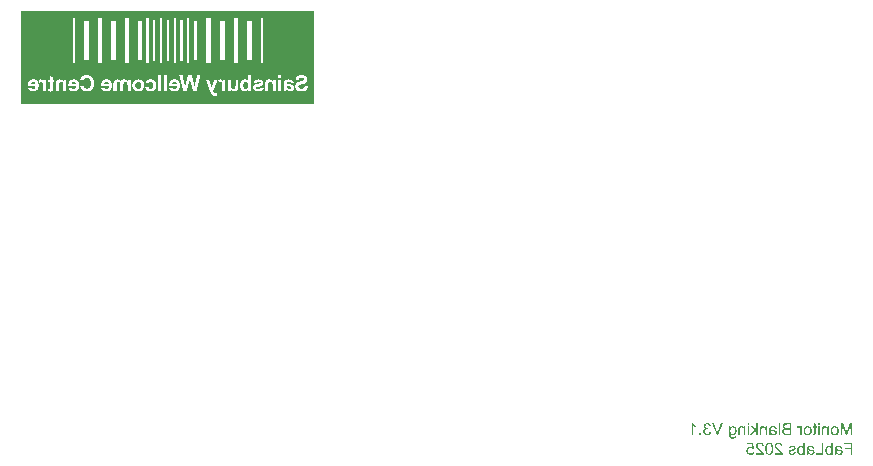
<source format=gbo>
G04*
G04 #@! TF.GenerationSoftware,Altium Limited,Altium Designer,25.6.2 (33)*
G04*
G04 Layer_Color=32896*
%FSLAX44Y44*%
%MOMM*%
G71*
G04*
G04 #@! TF.SameCoordinates,321F6365-E8C5-40D8-95C8-D2BB24AFB59A*
G04*
G04*
G04 #@! TF.FilePolarity,Positive*
G04*
G01*
G75*
G36*
X347290Y305267D02*
X98790D01*
Y383630D01*
X347290D01*
Y305267D01*
D02*
G37*
G36*
X740646Y18323D02*
X740897Y18301D01*
X741133Y18264D01*
X741355Y18212D01*
X741562Y18153D01*
X741754Y18087D01*
X741924Y18020D01*
X742087Y17953D01*
X742227Y17880D01*
X742353Y17813D01*
X742457Y17746D01*
X742545Y17687D01*
X742612Y17643D01*
X742663Y17599D01*
X742693Y17577D01*
X742700Y17569D01*
X742856Y17421D01*
X742989Y17259D01*
X743114Y17089D01*
X743218Y16911D01*
X743314Y16726D01*
X743395Y16542D01*
X743462Y16364D01*
X743521Y16187D01*
X743565Y16024D01*
X743602Y15869D01*
X743632Y15729D01*
X743654Y15610D01*
X743676Y15514D01*
X743683Y15440D01*
Y15411D01*
X743691Y15389D01*
Y15381D01*
Y15374D01*
X742397Y15241D01*
X742390Y15418D01*
X742375Y15581D01*
X742346Y15736D01*
X742316Y15884D01*
X742272Y16017D01*
X742227Y16135D01*
X742176Y16253D01*
X742124Y16350D01*
X742079Y16438D01*
X742028Y16520D01*
X741983Y16586D01*
X741939Y16645D01*
X741909Y16682D01*
X741880Y16719D01*
X741865Y16734D01*
X741858Y16741D01*
X741754Y16837D01*
X741636Y16919D01*
X741518Y16993D01*
X741400Y17059D01*
X741274Y17111D01*
X741156Y17155D01*
X741037Y17192D01*
X740927Y17222D01*
X740816Y17244D01*
X740720Y17259D01*
X740631Y17273D01*
X740549Y17281D01*
X740490Y17288D01*
X740402D01*
X740247Y17281D01*
X740099Y17266D01*
X739958Y17244D01*
X739825Y17207D01*
X739707Y17170D01*
X739589Y17126D01*
X739485Y17081D01*
X739389Y17030D01*
X739308Y16985D01*
X739234Y16933D01*
X739167Y16889D01*
X739116Y16852D01*
X739071Y16815D01*
X739042Y16793D01*
X739027Y16778D01*
X739019Y16771D01*
X738923Y16675D01*
X738842Y16571D01*
X738768Y16468D01*
X738709Y16357D01*
X738657Y16253D01*
X738613Y16150D01*
X738576Y16047D01*
X738547Y15950D01*
X738524Y15862D01*
X738510Y15780D01*
X738495Y15706D01*
X738487Y15640D01*
X738480Y15588D01*
Y15551D01*
Y15522D01*
Y15514D01*
X738487Y15381D01*
X738502Y15248D01*
X738532Y15115D01*
X738569Y14982D01*
X738665Y14723D01*
X738724Y14605D01*
X738776Y14494D01*
X738827Y14391D01*
X738886Y14295D01*
X738931Y14213D01*
X738975Y14139D01*
X739019Y14088D01*
X739049Y14043D01*
X739064Y14014D01*
X739071Y14007D01*
X739190Y13851D01*
X739337Y13681D01*
X739493Y13511D01*
X739670Y13334D01*
X739847Y13149D01*
X740040Y12972D01*
X740224Y12794D01*
X740416Y12624D01*
X740594Y12462D01*
X740764Y12314D01*
X740912Y12173D01*
X741052Y12062D01*
X741163Y11966D01*
X741207Y11930D01*
X741244Y11892D01*
X741274Y11870D01*
X741296Y11848D01*
X741311Y11841D01*
X741318Y11833D01*
X741510Y11671D01*
X741695Y11516D01*
X741865Y11368D01*
X742028Y11227D01*
X742176Y11087D01*
X742309Y10961D01*
X742427Y10843D01*
X742538Y10732D01*
X742641Y10636D01*
X742723Y10547D01*
X742796Y10473D01*
X742856Y10407D01*
X742900Y10355D01*
X742930Y10318D01*
X742952Y10296D01*
X742959Y10289D01*
X743159Y10037D01*
X743329Y9793D01*
X743469Y9564D01*
X743536Y9461D01*
X743587Y9357D01*
X743632Y9269D01*
X743676Y9187D01*
X743713Y9113D01*
X743735Y9047D01*
X743757Y8995D01*
X743772Y8958D01*
X743787Y8936D01*
Y8929D01*
X743839Y8773D01*
X743876Y8618D01*
X743898Y8470D01*
X743913Y8345D01*
X743920Y8226D01*
X743927Y8182D01*
Y8138D01*
Y8108D01*
Y8086D01*
Y8071D01*
Y8064D01*
X737172D01*
Y9269D01*
X742183D01*
X742102Y9394D01*
X742013Y9520D01*
X741924Y9631D01*
X741843Y9734D01*
X741769Y9816D01*
X741710Y9882D01*
X741673Y9926D01*
X741658Y9941D01*
X741592Y10015D01*
X741503Y10096D01*
X741407Y10185D01*
X741296Y10289D01*
X741178Y10392D01*
X741059Y10503D01*
X740808Y10717D01*
X740690Y10821D01*
X740579Y10917D01*
X740483Y11006D01*
X740387Y11079D01*
X740313Y11146D01*
X740261Y11190D01*
X740224Y11227D01*
X740210Y11235D01*
X739966Y11442D01*
X739736Y11641D01*
X739529Y11826D01*
X739337Y11996D01*
X739160Y12159D01*
X739005Y12306D01*
X738857Y12440D01*
X738731Y12558D01*
X738620Y12669D01*
X738532Y12765D01*
X738450Y12846D01*
X738384Y12912D01*
X738332Y12964D01*
X738303Y13001D01*
X738280Y13023D01*
X738273Y13031D01*
X738169Y13156D01*
X738066Y13275D01*
X737977Y13393D01*
X737896Y13504D01*
X737748Y13718D01*
X737689Y13814D01*
X737637Y13903D01*
X737586Y13984D01*
X737549Y14058D01*
X737512Y14125D01*
X737489Y14176D01*
X737467Y14221D01*
X737452Y14250D01*
X737438Y14273D01*
Y14280D01*
X737356Y14502D01*
X737290Y14716D01*
X737246Y14923D01*
X737216Y15108D01*
X737209Y15189D01*
X737201Y15263D01*
X737194Y15322D01*
X737186Y15381D01*
Y15426D01*
Y15455D01*
Y15477D01*
Y15485D01*
X737194Y15706D01*
X737223Y15921D01*
X737268Y16120D01*
X737319Y16313D01*
X737386Y16490D01*
X737460Y16660D01*
X737541Y16815D01*
X737615Y16956D01*
X737696Y17081D01*
X737778Y17192D01*
X737852Y17288D01*
X737918Y17362D01*
X737970Y17429D01*
X738014Y17473D01*
X738044Y17503D01*
X738051Y17510D01*
X738221Y17658D01*
X738399Y17783D01*
X738583Y17887D01*
X738776Y17983D01*
X738968Y18064D01*
X739167Y18131D01*
X739352Y18183D01*
X739537Y18227D01*
X739707Y18264D01*
X739870Y18286D01*
X740010Y18308D01*
X740136Y18316D01*
X740239Y18323D01*
X740313Y18330D01*
X740379D01*
X740646Y18323D01*
D02*
G37*
G36*
X724754Y18323D02*
X725005Y18301D01*
X725242Y18264D01*
X725464Y18212D01*
X725671Y18153D01*
X725863Y18087D01*
X726033Y18020D01*
X726195Y17953D01*
X726336Y17880D01*
X726461Y17813D01*
X726565Y17746D01*
X726654Y17687D01*
X726720Y17643D01*
X726772Y17599D01*
X726802Y17577D01*
X726809Y17569D01*
X726964Y17421D01*
X727097Y17259D01*
X727223Y17089D01*
X727326Y16911D01*
X727422Y16726D01*
X727504Y16542D01*
X727570Y16364D01*
X727629Y16187D01*
X727674Y16024D01*
X727711Y15869D01*
X727740Y15729D01*
X727762Y15610D01*
X727785Y15514D01*
X727792Y15440D01*
Y15411D01*
X727799Y15389D01*
Y15381D01*
Y15374D01*
X726506Y15241D01*
X726498Y15418D01*
X726484Y15581D01*
X726454Y15736D01*
X726425Y15884D01*
X726380Y16017D01*
X726336Y16135D01*
X726284Y16253D01*
X726232Y16350D01*
X726188Y16438D01*
X726136Y16520D01*
X726092Y16586D01*
X726048Y16645D01*
X726018Y16682D01*
X725988Y16719D01*
X725974Y16734D01*
X725966Y16741D01*
X725863Y16837D01*
X725744Y16919D01*
X725626Y16993D01*
X725508Y17059D01*
X725382Y17111D01*
X725264Y17155D01*
X725146Y17192D01*
X725035Y17222D01*
X724924Y17244D01*
X724828Y17259D01*
X724739Y17273D01*
X724658Y17281D01*
X724599Y17288D01*
X724510D01*
X724355Y17281D01*
X724207Y17266D01*
X724067Y17244D01*
X723934Y17207D01*
X723815Y17170D01*
X723697Y17126D01*
X723594Y17081D01*
X723498Y17030D01*
X723416Y16985D01*
X723342Y16933D01*
X723276Y16889D01*
X723224Y16852D01*
X723180Y16815D01*
X723150Y16793D01*
X723135Y16778D01*
X723128Y16771D01*
X723032Y16675D01*
X722951Y16571D01*
X722877Y16468D01*
X722818Y16357D01*
X722766Y16253D01*
X722721Y16150D01*
X722684Y16047D01*
X722655Y15950D01*
X722633Y15862D01*
X722618Y15780D01*
X722603Y15706D01*
X722596Y15640D01*
X722588Y15588D01*
Y15551D01*
Y15522D01*
Y15514D01*
X722596Y15381D01*
X722611Y15248D01*
X722640Y15115D01*
X722677Y14982D01*
X722773Y14723D01*
X722832Y14605D01*
X722884Y14494D01*
X722936Y14391D01*
X722995Y14295D01*
X723039Y14213D01*
X723084Y14139D01*
X723128Y14088D01*
X723158Y14043D01*
X723172Y14014D01*
X723180Y14006D01*
X723298Y13851D01*
X723446Y13681D01*
X723601Y13511D01*
X723778Y13334D01*
X723956Y13149D01*
X724148Y12972D01*
X724333Y12794D01*
X724525Y12624D01*
X724702Y12462D01*
X724872Y12314D01*
X725020Y12173D01*
X725161Y12062D01*
X725272Y11966D01*
X725316Y11930D01*
X725353Y11892D01*
X725382Y11870D01*
X725405Y11848D01*
X725419Y11841D01*
X725427Y11833D01*
X725619Y11671D01*
X725804Y11516D01*
X725974Y11368D01*
X726136Y11227D01*
X726284Y11087D01*
X726417Y10961D01*
X726535Y10843D01*
X726646Y10732D01*
X726750Y10636D01*
X726831Y10547D01*
X726905Y10473D01*
X726964Y10407D01*
X727009Y10355D01*
X727038Y10318D01*
X727060Y10296D01*
X727068Y10289D01*
X727267Y10037D01*
X727437Y9793D01*
X727578Y9564D01*
X727644Y9461D01*
X727696Y9357D01*
X727740Y9269D01*
X727785Y9187D01*
X727822Y9113D01*
X727844Y9047D01*
X727866Y8995D01*
X727881Y8958D01*
X727895Y8936D01*
Y8929D01*
X727947Y8773D01*
X727984Y8618D01*
X728006Y8470D01*
X728021Y8345D01*
X728028Y8226D01*
X728036Y8182D01*
Y8138D01*
Y8108D01*
Y8086D01*
Y8071D01*
Y8064D01*
X721280D01*
Y9269D01*
X726292D01*
X726210Y9394D01*
X726122Y9520D01*
X726033Y9631D01*
X725952Y9734D01*
X725878Y9815D01*
X725818Y9882D01*
X725781Y9926D01*
X725767Y9941D01*
X725700Y10015D01*
X725611Y10096D01*
X725515Y10185D01*
X725405Y10289D01*
X725286Y10392D01*
X725168Y10503D01*
X724917Y10717D01*
X724798Y10821D01*
X724688Y10917D01*
X724592Y11006D01*
X724495Y11079D01*
X724421Y11146D01*
X724370Y11190D01*
X724333Y11227D01*
X724318Y11235D01*
X724074Y11442D01*
X723845Y11641D01*
X723638Y11826D01*
X723446Y11996D01*
X723268Y12159D01*
X723113Y12306D01*
X722965Y12440D01*
X722840Y12558D01*
X722729Y12669D01*
X722640Y12765D01*
X722559Y12846D01*
X722492Y12912D01*
X722441Y12964D01*
X722411Y13001D01*
X722389Y13023D01*
X722382Y13031D01*
X722278Y13156D01*
X722175Y13275D01*
X722086Y13393D01*
X722004Y13504D01*
X721857Y13718D01*
X721797Y13814D01*
X721746Y13903D01*
X721694Y13984D01*
X721657Y14058D01*
X721620Y14125D01*
X721598Y14176D01*
X721576Y14221D01*
X721561Y14250D01*
X721546Y14273D01*
Y14280D01*
X721465Y14502D01*
X721398Y14716D01*
X721354Y14923D01*
X721324Y15108D01*
X721317Y15189D01*
X721310Y15263D01*
X721302Y15322D01*
X721295Y15381D01*
Y15426D01*
Y15455D01*
Y15477D01*
Y15485D01*
X721302Y15706D01*
X721332Y15921D01*
X721376Y16120D01*
X721428Y16313D01*
X721495Y16490D01*
X721568Y16660D01*
X721650Y16815D01*
X721724Y16956D01*
X721805Y17081D01*
X721886Y17192D01*
X721960Y17288D01*
X722027Y17362D01*
X722078Y17429D01*
X722123Y17473D01*
X722152Y17503D01*
X722160Y17510D01*
X722330Y17658D01*
X722507Y17783D01*
X722692Y17887D01*
X722884Y17983D01*
X723076Y18064D01*
X723276Y18131D01*
X723461Y18183D01*
X723645Y18227D01*
X723815Y18264D01*
X723978Y18286D01*
X724118Y18308D01*
X724244Y18316D01*
X724348Y18323D01*
X724421Y18330D01*
X724488D01*
X724754Y18323D01*
D02*
G37*
G36*
X786332Y8064D02*
X785164D01*
Y8995D01*
X785016Y8803D01*
X784861Y8633D01*
X784698Y8485D01*
X784528Y8359D01*
X784358Y8256D01*
X784188Y8167D01*
X784018Y8093D01*
X783856Y8042D01*
X783708Y7990D01*
X783568Y7960D01*
X783434Y7938D01*
X783324Y7916D01*
X783235Y7909D01*
X783168Y7901D01*
X783109D01*
X782865Y7916D01*
X782636Y7946D01*
X782414Y7997D01*
X782200Y8064D01*
X782001Y8145D01*
X781816Y8226D01*
X781646Y8322D01*
X781490Y8419D01*
X781350Y8515D01*
X781224Y8611D01*
X781114Y8699D01*
X781025Y8773D01*
X780951Y8840D01*
X780899Y8892D01*
X780862Y8921D01*
X780855Y8936D01*
X780685Y9143D01*
X780544Y9365D01*
X780419Y9594D01*
X780308Y9838D01*
X780219Y10082D01*
X780138Y10326D01*
X780079Y10562D01*
X780027Y10799D01*
X779990Y11020D01*
X779960Y11220D01*
X779938Y11405D01*
X779923Y11567D01*
X779916Y11634D01*
Y11693D01*
X779909Y11752D01*
Y11796D01*
Y11833D01*
Y11856D01*
Y11870D01*
Y11878D01*
X779916Y12173D01*
X779946Y12454D01*
X779960Y12587D01*
X779983Y12706D01*
X780005Y12824D01*
X780020Y12935D01*
X780042Y13031D01*
X780064Y13119D01*
X780086Y13201D01*
X780101Y13260D01*
X780116Y13319D01*
X780130Y13356D01*
X780138Y13378D01*
Y13386D01*
X780227Y13637D01*
X780330Y13866D01*
X780426Y14073D01*
X780478Y14162D01*
X780530Y14250D01*
X780574Y14324D01*
X780618Y14391D01*
X780655Y14450D01*
X780685Y14494D01*
X780714Y14531D01*
X780737Y14561D01*
X780744Y14576D01*
X780751Y14583D01*
X780907Y14760D01*
X781077Y14916D01*
X781239Y15049D01*
X781402Y15159D01*
X781542Y15248D01*
X781601Y15278D01*
X781653Y15307D01*
X781697Y15330D01*
X781727Y15344D01*
X781749Y15359D01*
X781757D01*
X781986Y15455D01*
X782215Y15522D01*
X782437Y15574D01*
X782636Y15603D01*
X782725Y15618D01*
X782799Y15625D01*
X782873Y15633D01*
X782932D01*
X782983Y15640D01*
X783050D01*
X783279Y15633D01*
X783494Y15596D01*
X783693Y15544D01*
X783885Y15485D01*
X784070Y15403D01*
X784233Y15322D01*
X784388Y15233D01*
X784528Y15137D01*
X784647Y15041D01*
X784758Y14953D01*
X784854Y14871D01*
X784935Y14790D01*
X784994Y14731D01*
X785038Y14679D01*
X785068Y14649D01*
X785075Y14635D01*
Y18293D01*
X786332D01*
Y8064D01*
D02*
G37*
G36*
X762495D02*
X761327D01*
Y8995D01*
X761179Y8803D01*
X761024Y8633D01*
X760861Y8485D01*
X760691Y8359D01*
X760521Y8256D01*
X760351Y8167D01*
X760181Y8093D01*
X760018Y8042D01*
X759871Y7990D01*
X759730Y7960D01*
X759597Y7938D01*
X759486Y7916D01*
X759398Y7909D01*
X759331Y7901D01*
X759272D01*
X759028Y7916D01*
X758799Y7946D01*
X758577Y7997D01*
X758363Y8064D01*
X758163Y8145D01*
X757978Y8226D01*
X757808Y8322D01*
X757653Y8419D01*
X757513Y8515D01*
X757387Y8611D01*
X757276Y8699D01*
X757188Y8773D01*
X757114Y8840D01*
X757062Y8892D01*
X757025Y8921D01*
X757018Y8936D01*
X756848Y9143D01*
X756707Y9365D01*
X756581Y9594D01*
X756471Y9838D01*
X756382Y10082D01*
X756301Y10326D01*
X756242Y10562D01*
X756190Y10799D01*
X756153Y11020D01*
X756123Y11220D01*
X756101Y11405D01*
X756086Y11567D01*
X756079Y11634D01*
Y11693D01*
X756071Y11752D01*
Y11796D01*
Y11833D01*
Y11856D01*
Y11870D01*
Y11878D01*
X756079Y12173D01*
X756108Y12454D01*
X756123Y12587D01*
X756145Y12706D01*
X756168Y12824D01*
X756182Y12935D01*
X756205Y13031D01*
X756227Y13119D01*
X756249Y13201D01*
X756264Y13260D01*
X756278Y13319D01*
X756293Y13356D01*
X756301Y13378D01*
Y13386D01*
X756389Y13637D01*
X756493Y13866D01*
X756589Y14073D01*
X756641Y14162D01*
X756692Y14250D01*
X756737Y14324D01*
X756781Y14391D01*
X756818Y14450D01*
X756848Y14494D01*
X756877Y14531D01*
X756899Y14561D01*
X756907Y14576D01*
X756914Y14583D01*
X757069Y14760D01*
X757239Y14916D01*
X757402Y15049D01*
X757564Y15159D01*
X757705Y15248D01*
X757764Y15278D01*
X757816Y15307D01*
X757860Y15330D01*
X757890Y15344D01*
X757912Y15359D01*
X757919D01*
X758148Y15455D01*
X758378Y15522D01*
X758599Y15574D01*
X758799Y15603D01*
X758888Y15618D01*
X758961Y15625D01*
X759035Y15633D01*
X759094D01*
X759146Y15640D01*
X759213D01*
X759442Y15633D01*
X759656Y15596D01*
X759856Y15544D01*
X760048Y15485D01*
X760233Y15403D01*
X760395Y15322D01*
X760551Y15233D01*
X760691Y15137D01*
X760809Y15041D01*
X760920Y14953D01*
X761016Y14871D01*
X761098Y14790D01*
X761157Y14731D01*
X761201Y14679D01*
X761231Y14649D01*
X761238Y14635D01*
Y18293D01*
X762495D01*
Y8064D01*
D02*
G37*
G36*
X719713Y12905D02*
X718531Y12750D01*
X718420Y12905D01*
X718294Y13046D01*
X718168Y13164D01*
X718050Y13267D01*
X717939Y13349D01*
X717850Y13408D01*
X717814Y13430D01*
X717791Y13445D01*
X717777Y13460D01*
X717769D01*
X717584Y13556D01*
X717392Y13622D01*
X717207Y13674D01*
X717038Y13703D01*
X716956Y13718D01*
X716890Y13726D01*
X716823Y13733D01*
X716771D01*
X716727Y13740D01*
X716668D01*
X716490Y13733D01*
X716320Y13711D01*
X716158Y13681D01*
X716003Y13644D01*
X715862Y13600D01*
X715737Y13541D01*
X715618Y13489D01*
X715508Y13430D01*
X715411Y13371D01*
X715330Y13319D01*
X715256Y13267D01*
X715197Y13216D01*
X715145Y13179D01*
X715116Y13149D01*
X715094Y13127D01*
X715086Y13119D01*
X714983Y13001D01*
X714887Y12868D01*
X714805Y12735D01*
X714739Y12595D01*
X714680Y12447D01*
X714628Y12306D01*
X714591Y12173D01*
X714554Y12040D01*
X714532Y11907D01*
X714510Y11796D01*
X714495Y11686D01*
X714487Y11597D01*
Y11523D01*
X714480Y11464D01*
Y11434D01*
Y11420D01*
X714487Y11213D01*
X714510Y11020D01*
X714539Y10835D01*
X714576Y10658D01*
X714628Y10496D01*
X714680Y10348D01*
X714739Y10215D01*
X714790Y10089D01*
X714850Y9978D01*
X714909Y9882D01*
X714960Y9801D01*
X715012Y9734D01*
X715049Y9682D01*
X715079Y9638D01*
X715101Y9616D01*
X715108Y9609D01*
X715227Y9490D01*
X715352Y9387D01*
X715485Y9291D01*
X715611Y9217D01*
X715744Y9150D01*
X715870Y9091D01*
X715995Y9047D01*
X716114Y9017D01*
X716224Y8988D01*
X716328Y8965D01*
X716424Y8951D01*
X716498Y8936D01*
X716564D01*
X716609Y8929D01*
X716653D01*
X716794Y8936D01*
X716927Y8951D01*
X717052Y8973D01*
X717170Y9003D01*
X717289Y9039D01*
X717392Y9084D01*
X717496Y9121D01*
X717584Y9172D01*
X717666Y9217D01*
X717732Y9254D01*
X717799Y9298D01*
X717850Y9335D01*
X717895Y9365D01*
X717924Y9387D01*
X717939Y9402D01*
X717947Y9409D01*
X718043Y9505D01*
X718131Y9609D01*
X718205Y9719D01*
X718279Y9838D01*
X718338Y9956D01*
X718390Y10082D01*
X718479Y10311D01*
X718516Y10422D01*
X718545Y10525D01*
X718568Y10621D01*
X718590Y10703D01*
X718605Y10769D01*
X718612Y10813D01*
X718619Y10850D01*
Y10858D01*
X719935Y10747D01*
X719905Y10510D01*
X719854Y10289D01*
X719794Y10074D01*
X719728Y9875D01*
X719647Y9690D01*
X719558Y9520D01*
X719477Y9365D01*
X719388Y9224D01*
X719299Y9099D01*
X719218Y8988D01*
X719137Y8892D01*
X719070Y8810D01*
X719011Y8751D01*
X718967Y8707D01*
X718937Y8677D01*
X718930Y8670D01*
X718760Y8537D01*
X718582Y8411D01*
X718390Y8308D01*
X718205Y8219D01*
X718013Y8145D01*
X717821Y8086D01*
X717636Y8034D01*
X717459Y7990D01*
X717296Y7960D01*
X717141Y7938D01*
X717001Y7916D01*
X716882Y7908D01*
X716786Y7901D01*
X716712Y7894D01*
X716653D01*
X716343Y7908D01*
X716047Y7946D01*
X715773Y8012D01*
X715515Y8086D01*
X715271Y8182D01*
X715049Y8285D01*
X714850Y8396D01*
X714665Y8515D01*
X714502Y8633D01*
X714362Y8744D01*
X714243Y8847D01*
X714140Y8943D01*
X714066Y9025D01*
X714007Y9084D01*
X713977Y9121D01*
X713963Y9136D01*
X713822Y9328D01*
X713697Y9527D01*
X713586Y9727D01*
X713490Y9934D01*
X713416Y10133D01*
X713349Y10333D01*
X713297Y10525D01*
X713253Y10710D01*
X713216Y10880D01*
X713194Y11035D01*
X713172Y11176D01*
X713164Y11301D01*
X713157Y11397D01*
X713150Y11471D01*
Y11493D01*
Y11516D01*
Y11523D01*
Y11530D01*
X713157Y11796D01*
X713187Y12048D01*
X713238Y12292D01*
X713290Y12521D01*
X713364Y12728D01*
X713445Y12927D01*
X713527Y13105D01*
X713608Y13267D01*
X713697Y13415D01*
X713778Y13548D01*
X713859Y13659D01*
X713926Y13748D01*
X713985Y13822D01*
X714037Y13873D01*
X714066Y13910D01*
X714073Y13918D01*
X714251Y14080D01*
X714436Y14228D01*
X714628Y14346D01*
X714820Y14457D01*
X715012Y14546D01*
X715197Y14620D01*
X715382Y14686D01*
X715552Y14731D01*
X715714Y14768D01*
X715870Y14797D01*
X716003Y14820D01*
X716121Y14834D01*
X716210Y14842D01*
X716284Y14849D01*
X716343D01*
X716527Y14842D01*
X716720Y14820D01*
X716897Y14790D01*
X717074Y14746D01*
X717237Y14701D01*
X717400Y14649D01*
X717548Y14590D01*
X717688Y14531D01*
X717814Y14465D01*
X717932Y14413D01*
X718028Y14354D01*
X718109Y14310D01*
X718183Y14265D01*
X718227Y14236D01*
X718264Y14213D01*
X718272Y14206D01*
X717725Y16963D01*
X713630D01*
Y18160D01*
X718723D01*
X719713Y12905D01*
D02*
G37*
G36*
X791484Y15625D02*
X791646Y15618D01*
X791802Y15596D01*
X791949Y15581D01*
X792090Y15559D01*
X792223Y15529D01*
X792341Y15507D01*
X792445Y15485D01*
X792541Y15455D01*
X792622Y15433D01*
X792696Y15418D01*
X792748Y15396D01*
X792792Y15389D01*
X792814Y15374D01*
X792822D01*
X792954Y15322D01*
X793080Y15270D01*
X793191Y15211D01*
X793302Y15145D01*
X793398Y15086D01*
X793487Y15027D01*
X793575Y14960D01*
X793649Y14901D01*
X793716Y14849D01*
X793768Y14797D01*
X793819Y14746D01*
X793856Y14709D01*
X793893Y14672D01*
X793915Y14649D01*
X793923Y14635D01*
X793930Y14627D01*
X794063Y14435D01*
X794174Y14221D01*
X794270Y14014D01*
X794344Y13807D01*
X794381Y13718D01*
X794403Y13629D01*
X794425Y13556D01*
X794448Y13489D01*
X794462Y13430D01*
X794470Y13393D01*
X794477Y13363D01*
Y13356D01*
X793250Y13186D01*
X793213Y13326D01*
X793169Y13460D01*
X793117Y13578D01*
X793065Y13689D01*
X793021Y13785D01*
X792969Y13873D01*
X792918Y13955D01*
X792866Y14029D01*
X792814Y14088D01*
X792770Y14139D01*
X792733Y14184D01*
X792696Y14221D01*
X792666Y14243D01*
X792644Y14265D01*
X792637Y14280D01*
X792629D01*
X792548Y14339D01*
X792452Y14383D01*
X792245Y14465D01*
X792031Y14524D01*
X791816Y14561D01*
X791720Y14568D01*
X791624Y14583D01*
X791543Y14590D01*
X791469D01*
X791402Y14598D01*
X791321D01*
X791151Y14590D01*
X790988Y14583D01*
X790841Y14561D01*
X790700Y14531D01*
X790567Y14502D01*
X790456Y14465D01*
X790345Y14420D01*
X790249Y14383D01*
X790168Y14346D01*
X790094Y14302D01*
X790035Y14265D01*
X789983Y14236D01*
X789946Y14206D01*
X789917Y14191D01*
X789902Y14176D01*
X789894Y14169D01*
X789828Y14103D01*
X789776Y14036D01*
X789725Y13955D01*
X789688Y13873D01*
X789621Y13689D01*
X789577Y13511D01*
X789555Y13349D01*
X789540Y13275D01*
Y13216D01*
X789532Y13164D01*
Y13127D01*
Y13097D01*
Y13090D01*
Y13053D01*
Y13009D01*
Y12898D01*
X789540Y12846D01*
Y12809D01*
Y12780D01*
Y12765D01*
X789688Y12720D01*
X789843Y12676D01*
X790013Y12632D01*
X790198Y12587D01*
X790567Y12513D01*
X790752Y12484D01*
X790929Y12454D01*
X791099Y12425D01*
X791262Y12402D01*
X791402Y12380D01*
X791528Y12358D01*
X791631Y12351D01*
X791713Y12336D01*
X791742D01*
X791765Y12329D01*
X791779D01*
X791912Y12314D01*
X792038Y12299D01*
X792156Y12277D01*
X792267Y12262D01*
X792371Y12247D01*
X792459Y12233D01*
X792541Y12218D01*
X792615Y12203D01*
X792681Y12188D01*
X792740Y12181D01*
X792785Y12166D01*
X792829Y12159D01*
X792859Y12151D01*
X792881D01*
X792888Y12144D01*
X792895D01*
X793080Y12085D01*
X793250Y12018D01*
X793405Y11952D01*
X793539Y11885D01*
X793649Y11826D01*
X793694Y11796D01*
X793731Y11774D01*
X793760Y11760D01*
X793782Y11745D01*
X793797Y11730D01*
X793805D01*
X793945Y11619D01*
X794071Y11501D01*
X794182Y11382D01*
X794278Y11264D01*
X794352Y11161D01*
X794403Y11079D01*
X794425Y11050D01*
X794433Y11028D01*
X794448Y11013D01*
Y11006D01*
X794529Y10836D01*
X794588Y10666D01*
X794632Y10496D01*
X794662Y10348D01*
X794677Y10215D01*
X794684Y10156D01*
Y10111D01*
X794691Y10067D01*
Y10037D01*
Y10022D01*
Y10015D01*
X794684Y9845D01*
X794662Y9682D01*
X794632Y9535D01*
X794588Y9387D01*
X794544Y9254D01*
X794485Y9128D01*
X794425Y9010D01*
X794366Y8906D01*
X794307Y8810D01*
X794248Y8729D01*
X794189Y8662D01*
X794145Y8603D01*
X794100Y8552D01*
X794071Y8522D01*
X794048Y8500D01*
X794041Y8493D01*
X793908Y8389D01*
X793775Y8300D01*
X793620Y8219D01*
X793472Y8152D01*
X793317Y8093D01*
X793154Y8049D01*
X793006Y8005D01*
X792859Y7975D01*
X792718Y7953D01*
X792585Y7931D01*
X792467Y7916D01*
X792363Y7909D01*
X792282D01*
X792215Y7901D01*
X792164D01*
X791890Y7909D01*
X791639Y7938D01*
X791402Y7975D01*
X791292Y7997D01*
X791195Y8019D01*
X791107Y8042D01*
X791025Y8064D01*
X790952Y8086D01*
X790892Y8101D01*
X790848Y8116D01*
X790811Y8130D01*
X790789Y8138D01*
X790781D01*
X790663Y8189D01*
X790538Y8241D01*
X790301Y8374D01*
X790072Y8515D01*
X789968Y8581D01*
X789865Y8648D01*
X789776Y8714D01*
X789695Y8781D01*
X789621Y8832D01*
X789555Y8884D01*
X789503Y8921D01*
X789466Y8951D01*
X789444Y8973D01*
X789436Y8980D01*
X789407Y8788D01*
X789377Y8618D01*
X789333Y8463D01*
X789288Y8322D01*
X789244Y8219D01*
X789229Y8167D01*
X789207Y8130D01*
X789200Y8101D01*
X789185Y8079D01*
X789177Y8071D01*
Y8064D01*
X787869D01*
X787951Y8226D01*
X788025Y8382D01*
X788076Y8529D01*
X788121Y8662D01*
X788158Y8781D01*
X788165Y8832D01*
X788180Y8870D01*
X788187Y8906D01*
Y8929D01*
X788195Y8943D01*
Y8951D01*
X788202Y8995D01*
X788209Y9054D01*
X788217Y9180D01*
X788231Y9328D01*
X788239Y9490D01*
X788246Y9675D01*
X788254Y9860D01*
X788261Y10237D01*
Y10414D01*
Y10592D01*
X788268Y10747D01*
Y10887D01*
Y11006D01*
Y11050D01*
Y11094D01*
Y11124D01*
Y11146D01*
Y11161D01*
Y11168D01*
Y12839D01*
Y12987D01*
Y13127D01*
X788276Y13253D01*
Y13371D01*
X788283Y13474D01*
X788291Y13570D01*
X788298Y13652D01*
Y13726D01*
X788305Y13792D01*
X788313Y13844D01*
X788320Y13896D01*
X788327Y13933D01*
Y13955D01*
X788335Y13977D01*
Y13992D01*
X788387Y14176D01*
X788446Y14346D01*
X788505Y14487D01*
X788571Y14613D01*
X788631Y14716D01*
X788682Y14790D01*
X788697Y14812D01*
X788712Y14834D01*
X788727Y14842D01*
Y14849D01*
X788845Y14975D01*
X788978Y15078D01*
X789126Y15174D01*
X789266Y15256D01*
X789399Y15322D01*
X789451Y15352D01*
X789503Y15374D01*
X789540Y15389D01*
X789569Y15403D01*
X789592Y15411D01*
X789599D01*
X789710Y15448D01*
X789835Y15485D01*
X790087Y15544D01*
X790345Y15581D01*
X790589Y15610D01*
X790700Y15618D01*
X790804Y15625D01*
X790900Y15633D01*
X790981Y15640D01*
X791136D01*
X791484Y15625D01*
D02*
G37*
G36*
X767646D02*
X767809Y15618D01*
X767964Y15596D01*
X768112Y15581D01*
X768252Y15559D01*
X768385Y15529D01*
X768504Y15507D01*
X768607Y15485D01*
X768703Y15455D01*
X768785Y15433D01*
X768859Y15418D01*
X768910Y15396D01*
X768955Y15389D01*
X768977Y15374D01*
X768984D01*
X769117Y15322D01*
X769243Y15270D01*
X769354Y15211D01*
X769465Y15145D01*
X769561Y15086D01*
X769650Y15027D01*
X769738Y14960D01*
X769812Y14901D01*
X769879Y14849D01*
X769930Y14797D01*
X769982Y14746D01*
X770019Y14709D01*
X770056Y14672D01*
X770078Y14649D01*
X770086Y14635D01*
X770093Y14627D01*
X770226Y14435D01*
X770337Y14221D01*
X770433Y14014D01*
X770507Y13807D01*
X770544Y13718D01*
X770566Y13629D01*
X770588Y13556D01*
X770610Y13489D01*
X770625Y13430D01*
X770632Y13393D01*
X770640Y13363D01*
Y13356D01*
X769413Y13186D01*
X769376Y13326D01*
X769332Y13460D01*
X769280Y13578D01*
X769228Y13689D01*
X769184Y13785D01*
X769132Y13873D01*
X769080Y13955D01*
X769029Y14029D01*
X768977Y14088D01*
X768932Y14139D01*
X768895Y14184D01*
X768859Y14221D01*
X768829Y14243D01*
X768807Y14265D01*
X768800Y14280D01*
X768792D01*
X768711Y14339D01*
X768615Y14383D01*
X768408Y14465D01*
X768193Y14524D01*
X767979Y14561D01*
X767883Y14568D01*
X767787Y14583D01*
X767706Y14590D01*
X767632D01*
X767565Y14598D01*
X767484D01*
X767314Y14590D01*
X767151Y14583D01*
X767003Y14561D01*
X766863Y14531D01*
X766730Y14502D01*
X766619Y14465D01*
X766508Y14420D01*
X766412Y14383D01*
X766331Y14346D01*
X766257Y14302D01*
X766198Y14265D01*
X766146Y14236D01*
X766109Y14206D01*
X766079Y14191D01*
X766065Y14176D01*
X766057Y14169D01*
X765991Y14103D01*
X765939Y14036D01*
X765887Y13955D01*
X765850Y13873D01*
X765784Y13689D01*
X765739Y13511D01*
X765717Y13349D01*
X765703Y13275D01*
Y13216D01*
X765695Y13164D01*
Y13127D01*
Y13097D01*
Y13090D01*
Y13053D01*
Y13009D01*
Y12898D01*
X765703Y12846D01*
Y12809D01*
Y12780D01*
Y12765D01*
X765850Y12720D01*
X766005Y12676D01*
X766176Y12632D01*
X766360Y12587D01*
X766730Y12513D01*
X766915Y12484D01*
X767092Y12454D01*
X767262Y12425D01*
X767425Y12402D01*
X767565Y12380D01*
X767691Y12358D01*
X767794Y12351D01*
X767876Y12336D01*
X767905D01*
X767927Y12329D01*
X767942D01*
X768075Y12314D01*
X768201Y12299D01*
X768319Y12277D01*
X768430Y12262D01*
X768533Y12247D01*
X768622Y12233D01*
X768703Y12218D01*
X768777Y12203D01*
X768844Y12188D01*
X768903Y12181D01*
X768947Y12166D01*
X768992Y12159D01*
X769021Y12151D01*
X769043D01*
X769051Y12144D01*
X769058D01*
X769243Y12085D01*
X769413Y12018D01*
X769568Y11952D01*
X769701Y11885D01*
X769812Y11826D01*
X769856Y11796D01*
X769893Y11774D01*
X769923Y11760D01*
X769945Y11745D01*
X769960Y11730D01*
X769967D01*
X770108Y11619D01*
X770233Y11501D01*
X770344Y11382D01*
X770440Y11264D01*
X770514Y11161D01*
X770566Y11079D01*
X770588Y11050D01*
X770596Y11028D01*
X770610Y11013D01*
Y11006D01*
X770692Y10836D01*
X770751Y10666D01*
X770795Y10496D01*
X770825Y10348D01*
X770839Y10215D01*
X770847Y10156D01*
Y10111D01*
X770854Y10067D01*
Y10037D01*
Y10022D01*
Y10015D01*
X770847Y9845D01*
X770825Y9682D01*
X770795Y9535D01*
X770751Y9387D01*
X770706Y9254D01*
X770647Y9128D01*
X770588Y9010D01*
X770529Y8906D01*
X770470Y8810D01*
X770411Y8729D01*
X770352Y8662D01*
X770307Y8603D01*
X770263Y8552D01*
X770233Y8522D01*
X770211Y8500D01*
X770204Y8493D01*
X770071Y8389D01*
X769938Y8300D01*
X769782Y8219D01*
X769635Y8152D01*
X769480Y8093D01*
X769317Y8049D01*
X769169Y8005D01*
X769021Y7975D01*
X768881Y7953D01*
X768748Y7931D01*
X768630Y7916D01*
X768526Y7909D01*
X768445D01*
X768378Y7901D01*
X768326D01*
X768053Y7909D01*
X767802Y7938D01*
X767565Y7975D01*
X767454Y7997D01*
X767358Y8019D01*
X767269Y8042D01*
X767188Y8064D01*
X767114Y8086D01*
X767055Y8101D01*
X767011Y8116D01*
X766974Y8130D01*
X766952Y8138D01*
X766944D01*
X766826Y8189D01*
X766700Y8241D01*
X766464Y8374D01*
X766235Y8515D01*
X766131Y8581D01*
X766028Y8648D01*
X765939Y8714D01*
X765858Y8781D01*
X765784Y8832D01*
X765717Y8884D01*
X765666Y8921D01*
X765629Y8951D01*
X765606Y8973D01*
X765599Y8980D01*
X765569Y8788D01*
X765540Y8618D01*
X765496Y8463D01*
X765451Y8322D01*
X765407Y8219D01*
X765392Y8167D01*
X765370Y8130D01*
X765362Y8101D01*
X765348Y8079D01*
X765340Y8071D01*
Y8064D01*
X764032D01*
X764113Y8226D01*
X764187Y8382D01*
X764239Y8529D01*
X764283Y8662D01*
X764320Y8781D01*
X764328Y8832D01*
X764342Y8870D01*
X764350Y8906D01*
Y8929D01*
X764357Y8943D01*
Y8951D01*
X764365Y8995D01*
X764372Y9054D01*
X764379Y9180D01*
X764394Y9328D01*
X764402Y9490D01*
X764409Y9675D01*
X764416Y9860D01*
X764424Y10237D01*
Y10414D01*
Y10592D01*
X764431Y10747D01*
Y10887D01*
Y11006D01*
Y11050D01*
Y11094D01*
Y11124D01*
Y11146D01*
Y11161D01*
Y11168D01*
Y12839D01*
Y12987D01*
Y13127D01*
X764438Y13253D01*
Y13371D01*
X764446Y13474D01*
X764453Y13570D01*
X764461Y13652D01*
Y13726D01*
X764468Y13792D01*
X764475Y13844D01*
X764483Y13896D01*
X764490Y13933D01*
Y13955D01*
X764498Y13977D01*
Y13992D01*
X764549Y14176D01*
X764609Y14346D01*
X764668Y14487D01*
X764734Y14613D01*
X764793Y14716D01*
X764845Y14790D01*
X764860Y14812D01*
X764875Y14834D01*
X764889Y14842D01*
Y14849D01*
X765008Y14975D01*
X765141Y15078D01*
X765288Y15174D01*
X765429Y15256D01*
X765562Y15322D01*
X765614Y15352D01*
X765666Y15374D01*
X765703Y15389D01*
X765732Y15403D01*
X765754Y15411D01*
X765762D01*
X765872Y15448D01*
X765998Y15485D01*
X766249Y15544D01*
X766508Y15581D01*
X766752Y15610D01*
X766863Y15618D01*
X766966Y15625D01*
X767063Y15633D01*
X767144Y15640D01*
X767299D01*
X767646Y15625D01*
D02*
G37*
G36*
X802763Y8064D02*
X801410D01*
Y12713D01*
X796613D01*
Y13918D01*
X801410D01*
Y17089D01*
X795867D01*
Y18293D01*
X802763D01*
Y8064D01*
D02*
G37*
G36*
X778268D02*
X771882D01*
Y9269D01*
X776915D01*
Y18293D01*
X778268D01*
Y8064D01*
D02*
G37*
G36*
X752324Y15633D02*
X752524Y15618D01*
X752708Y15588D01*
X752871Y15566D01*
X752937Y15551D01*
X753004Y15537D01*
X753063Y15522D01*
X753108Y15507D01*
X753145Y15500D01*
X753174Y15492D01*
X753189Y15485D01*
X753196D01*
X753374Y15426D01*
X753536Y15366D01*
X753669Y15307D01*
X753780Y15248D01*
X753876Y15196D01*
X753943Y15159D01*
X753980Y15130D01*
X753995Y15123D01*
X754135Y15012D01*
X754253Y14893D01*
X754364Y14775D01*
X754453Y14664D01*
X754519Y14568D01*
X754571Y14494D01*
X754593Y14465D01*
X754608Y14443D01*
X754615Y14428D01*
Y14420D01*
X754689Y14258D01*
X754741Y14103D01*
X754785Y13947D01*
X754808Y13807D01*
X754822Y13681D01*
X754830Y13629D01*
Y13585D01*
X754837Y13556D01*
Y13526D01*
Y13511D01*
Y13504D01*
X754822Y13304D01*
X754793Y13119D01*
X754748Y12950D01*
X754697Y12802D01*
X754675Y12735D01*
X754652Y12676D01*
X754630Y12624D01*
X754608Y12587D01*
X754586Y12550D01*
X754578Y12528D01*
X754564Y12513D01*
Y12506D01*
X754453Y12343D01*
X754320Y12203D01*
X754187Y12085D01*
X754061Y11989D01*
X753943Y11907D01*
X753891Y11878D01*
X753847Y11848D01*
X753810Y11833D01*
X753780Y11819D01*
X753765Y11804D01*
X753758D01*
X753647Y11760D01*
X753521Y11708D01*
X753381Y11656D01*
X753233Y11604D01*
X752915Y11501D01*
X752598Y11405D01*
X752442Y11360D01*
X752302Y11323D01*
X752176Y11286D01*
X752058Y11257D01*
X751969Y11235D01*
X751895Y11213D01*
X751851Y11205D01*
X751844Y11198D01*
X751836D01*
X751651Y11153D01*
X751481Y11109D01*
X751334Y11065D01*
X751200Y11028D01*
X751082Y10991D01*
X750971Y10954D01*
X750883Y10924D01*
X750801Y10895D01*
X750742Y10865D01*
X750683Y10843D01*
X750639Y10821D01*
X750602Y10806D01*
X750580Y10791D01*
X750565Y10784D01*
X750550Y10776D01*
X750484Y10732D01*
X750424Y10680D01*
X750373Y10621D01*
X750328Y10569D01*
X750262Y10459D01*
X750218Y10355D01*
X750195Y10259D01*
X750181Y10178D01*
X750173Y10156D01*
Y10133D01*
Y10119D01*
Y10111D01*
X750181Y10022D01*
X750188Y9941D01*
X750210Y9860D01*
X750240Y9786D01*
X750306Y9638D01*
X750380Y9520D01*
X750461Y9424D01*
X750528Y9350D01*
X750557Y9320D01*
X750580Y9298D01*
X750587Y9291D01*
X750594Y9283D01*
X750676Y9224D01*
X750772Y9172D01*
X750971Y9084D01*
X751186Y9025D01*
X751393Y8980D01*
X751496Y8965D01*
X751585Y8958D01*
X751666Y8943D01*
X751740D01*
X751799Y8936D01*
X751880D01*
X752036Y8943D01*
X752184Y8951D01*
X752324Y8973D01*
X752457Y8995D01*
X752575Y9025D01*
X752686Y9062D01*
X752790Y9099D01*
X752878Y9136D01*
X752960Y9165D01*
X753026Y9202D01*
X753085Y9239D01*
X753137Y9269D01*
X753174Y9291D01*
X753204Y9313D01*
X753218Y9320D01*
X753226Y9328D01*
X753307Y9409D01*
X753388Y9490D01*
X753455Y9579D01*
X753514Y9675D01*
X753617Y9867D01*
X753691Y10052D01*
X753721Y10133D01*
X753743Y10215D01*
X753765Y10289D01*
X753780Y10348D01*
X753788Y10400D01*
X753795Y10444D01*
X753802Y10466D01*
Y10473D01*
X755044Y10281D01*
X755000Y10067D01*
X754941Y9867D01*
X754881Y9675D01*
X754808Y9505D01*
X754726Y9342D01*
X754652Y9195D01*
X754564Y9069D01*
X754482Y8951D01*
X754408Y8840D01*
X754334Y8751D01*
X754261Y8677D01*
X754201Y8611D01*
X754157Y8566D01*
X754113Y8529D01*
X754091Y8507D01*
X754083Y8500D01*
X753935Y8396D01*
X753773Y8300D01*
X753595Y8219D01*
X753418Y8152D01*
X753233Y8093D01*
X753048Y8049D01*
X752871Y8005D01*
X752694Y7975D01*
X752524Y7953D01*
X752368Y7931D01*
X752235Y7923D01*
X752110Y7909D01*
X752014D01*
X751940Y7901D01*
X751873D01*
X751555Y7916D01*
X751260Y7946D01*
X751127Y7975D01*
X750994Y7997D01*
X750875Y8027D01*
X750764Y8056D01*
X750668Y8079D01*
X750580Y8108D01*
X750498Y8138D01*
X750432Y8160D01*
X750380Y8175D01*
X750343Y8189D01*
X750321Y8204D01*
X750314D01*
X750188Y8263D01*
X750070Y8330D01*
X749959Y8396D01*
X749855Y8463D01*
X749759Y8537D01*
X749670Y8611D01*
X749589Y8677D01*
X749523Y8744D01*
X749456Y8810D01*
X749404Y8870D01*
X749353Y8921D01*
X749316Y8973D01*
X749286Y9010D01*
X749264Y9039D01*
X749257Y9054D01*
X749249Y9062D01*
X749183Y9165D01*
X749124Y9269D01*
X749079Y9380D01*
X749035Y9483D01*
X748968Y9682D01*
X748924Y9860D01*
X748909Y9941D01*
X748902Y10015D01*
X748887Y10082D01*
Y10141D01*
X748880Y10185D01*
Y10215D01*
Y10237D01*
Y10244D01*
X748894Y10473D01*
X748924Y10680D01*
X748976Y10858D01*
X749005Y10939D01*
X749027Y11013D01*
X749057Y11079D01*
X749087Y11139D01*
X749109Y11190D01*
X749138Y11235D01*
X749153Y11264D01*
X749168Y11286D01*
X749183Y11301D01*
Y11309D01*
X749308Y11464D01*
X749441Y11597D01*
X749574Y11708D01*
X749707Y11804D01*
X749826Y11878D01*
X749877Y11907D01*
X749922Y11930D01*
X749959Y11952D01*
X749988Y11966D01*
X750003Y11974D01*
X750011D01*
X750121Y12018D01*
X750240Y12062D01*
X750380Y12114D01*
X750520Y12159D01*
X750831Y12262D01*
X751141Y12351D01*
X751282Y12395D01*
X751422Y12432D01*
X751548Y12469D01*
X751659Y12499D01*
X751748Y12521D01*
X751814Y12543D01*
X751858Y12550D01*
X751866Y12558D01*
X751873D01*
X752036Y12602D01*
X752191Y12646D01*
X752324Y12683D01*
X752442Y12713D01*
X752546Y12743D01*
X752635Y12772D01*
X752716Y12794D01*
X752782Y12809D01*
X752834Y12831D01*
X752878Y12839D01*
X752915Y12853D01*
X752945Y12861D01*
X752967Y12868D01*
X752982Y12876D01*
X752989D01*
X753108Y12927D01*
X753204Y12987D01*
X753292Y13038D01*
X753359Y13090D01*
X753411Y13142D01*
X753447Y13179D01*
X753470Y13201D01*
X753477Y13208D01*
X753529Y13282D01*
X753566Y13363D01*
X753588Y13437D01*
X753603Y13504D01*
X753617Y13563D01*
X753625Y13607D01*
Y13644D01*
Y13652D01*
X753617Y13718D01*
X753610Y13792D01*
X753566Y13918D01*
X753507Y14029D01*
X753440Y14125D01*
X753374Y14206D01*
X753315Y14265D01*
X753270Y14302D01*
X753263Y14317D01*
X753255D01*
X753181Y14369D01*
X753093Y14413D01*
X753004Y14450D01*
X752908Y14487D01*
X752701Y14539D01*
X752494Y14568D01*
X752398Y14583D01*
X752309Y14590D01*
X752228Y14598D01*
X752154D01*
X752095Y14605D01*
X751880D01*
X751755Y14590D01*
X751637Y14576D01*
X751526Y14553D01*
X751430Y14531D01*
X751334Y14502D01*
X751252Y14472D01*
X751171Y14443D01*
X751104Y14413D01*
X751045Y14383D01*
X751001Y14354D01*
X750957Y14332D01*
X750927Y14310D01*
X750898Y14295D01*
X750890Y14287D01*
X750883Y14280D01*
X750809Y14221D01*
X750742Y14154D01*
X750631Y14007D01*
X750550Y13859D01*
X750484Y13718D01*
X750439Y13593D01*
X750417Y13533D01*
X750410Y13489D01*
X750395Y13445D01*
Y13415D01*
X750387Y13400D01*
Y13393D01*
X749161Y13563D01*
X749212Y13822D01*
X749249Y13933D01*
X749286Y14043D01*
X749316Y14147D01*
X749353Y14243D01*
X749390Y14324D01*
X749427Y14406D01*
X749464Y14472D01*
X749493Y14539D01*
X749523Y14590D01*
X749552Y14627D01*
X749574Y14664D01*
X749589Y14686D01*
X749597Y14701D01*
X749604Y14709D01*
X749663Y14790D01*
X749737Y14864D01*
X749885Y14997D01*
X750048Y15115D01*
X750203Y15211D01*
X750350Y15285D01*
X750410Y15315D01*
X750461Y15344D01*
X750506Y15366D01*
X750543Y15374D01*
X750565Y15389D01*
X750572D01*
X750824Y15470D01*
X751090Y15537D01*
X751348Y15581D01*
X751474Y15596D01*
X751585Y15610D01*
X751696Y15618D01*
X751799Y15625D01*
X751888Y15633D01*
X751962Y15640D01*
X752110D01*
X752324Y15633D01*
D02*
G37*
G36*
X732700Y18323D02*
X732892Y18308D01*
X733077Y18279D01*
X733254Y18234D01*
X733417Y18190D01*
X733572Y18138D01*
X733712Y18087D01*
X733838Y18035D01*
X733956Y17976D01*
X734053Y17924D01*
X734141Y17872D01*
X734215Y17828D01*
X734274Y17791D01*
X734311Y17761D01*
X734341Y17739D01*
X734348Y17732D01*
X734481Y17614D01*
X734607Y17488D01*
X734725Y17355D01*
X734836Y17214D01*
X734932Y17074D01*
X735021Y16926D01*
X735109Y16786D01*
X735176Y16653D01*
X735242Y16527D01*
X735302Y16409D01*
X735346Y16298D01*
X735390Y16209D01*
X735420Y16128D01*
X735442Y16076D01*
X735450Y16039D01*
X735457Y16024D01*
X735523Y15810D01*
X735575Y15581D01*
X735627Y15344D01*
X735671Y15100D01*
X735738Y14613D01*
X735760Y14376D01*
X735782Y14147D01*
X735797Y13933D01*
X735804Y13733D01*
X735812Y13556D01*
X735819Y13408D01*
Y13341D01*
X735826Y13282D01*
Y13230D01*
Y13186D01*
Y13149D01*
Y13127D01*
Y13112D01*
Y13105D01*
Y12839D01*
X735812Y12580D01*
X735804Y12336D01*
X735782Y12099D01*
X735760Y11870D01*
X735730Y11649D01*
X735701Y11442D01*
X735671Y11242D01*
X735634Y11042D01*
X735590Y10865D01*
X735553Y10688D01*
X735509Y10525D01*
X735464Y10362D01*
X735420Y10215D01*
X735368Y10074D01*
X735324Y9941D01*
X735279Y9823D01*
X735228Y9705D01*
X735183Y9601D01*
X735139Y9498D01*
X735095Y9409D01*
X735058Y9328D01*
X735013Y9254D01*
X734976Y9187D01*
X734947Y9128D01*
X734917Y9084D01*
X734888Y9039D01*
X734865Y9003D01*
X734843Y8980D01*
X734829Y8958D01*
X734821Y8951D01*
Y8943D01*
X734659Y8759D01*
X734481Y8596D01*
X734296Y8456D01*
X734104Y8337D01*
X733905Y8234D01*
X733712Y8152D01*
X733528Y8079D01*
X733343Y8027D01*
X733166Y7983D01*
X733010Y7953D01*
X732862Y7923D01*
X732737Y7909D01*
X732633Y7901D01*
X732559Y7894D01*
X732493D01*
X732286Y7901D01*
X732094Y7923D01*
X731909Y7953D01*
X731732Y7990D01*
X731569Y8034D01*
X731421Y8086D01*
X731281Y8138D01*
X731148Y8197D01*
X731037Y8249D01*
X730933Y8300D01*
X730852Y8352D01*
X730778Y8396D01*
X730719Y8441D01*
X730682Y8470D01*
X730652Y8485D01*
X730645Y8493D01*
X730512Y8611D01*
X730386Y8736D01*
X730268Y8870D01*
X730157Y9010D01*
X730061Y9158D01*
X729972Y9298D01*
X729884Y9439D01*
X729810Y9572D01*
X729751Y9697D01*
X729692Y9815D01*
X729647Y9926D01*
X729603Y10015D01*
X729573Y10096D01*
X729551Y10148D01*
X729544Y10185D01*
X729536Y10200D01*
X729470Y10414D01*
X729411Y10643D01*
X729359Y10880D01*
X729315Y11124D01*
X729248Y11604D01*
X729226Y11841D01*
X729204Y12070D01*
X729189Y12284D01*
X729182Y12476D01*
X729174Y12654D01*
X729167Y12809D01*
Y12876D01*
X729159Y12935D01*
Y12986D01*
Y13023D01*
Y13060D01*
Y13082D01*
Y13097D01*
Y13105D01*
Y13386D01*
X729167Y13644D01*
X729182Y13896D01*
X729196Y14125D01*
X729211Y14339D01*
X729233Y14539D01*
X729256Y14723D01*
X729278Y14886D01*
X729300Y15034D01*
X729322Y15159D01*
X729344Y15270D01*
X729359Y15359D01*
X729374Y15433D01*
X729389Y15477D01*
X729396Y15514D01*
Y15522D01*
X729440Y15684D01*
X729492Y15847D01*
X729536Y15995D01*
X729588Y16135D01*
X729647Y16268D01*
X729699Y16394D01*
X729751Y16512D01*
X729802Y16616D01*
X729847Y16712D01*
X729891Y16793D01*
X729928Y16867D01*
X729965Y16926D01*
X729995Y16970D01*
X730017Y17007D01*
X730024Y17030D01*
X730032Y17037D01*
X730187Y17259D01*
X730357Y17451D01*
X730527Y17621D01*
X730689Y17754D01*
X730763Y17813D01*
X730837Y17857D01*
X730896Y17902D01*
X730948Y17939D01*
X730992Y17961D01*
X731022Y17983D01*
X731044Y17998D01*
X731052D01*
X731170Y18057D01*
X731288Y18109D01*
X731539Y18190D01*
X731783Y18249D01*
X732005Y18286D01*
X732109Y18301D01*
X732197Y18316D01*
X732286Y18323D01*
X732353D01*
X732412Y18330D01*
X732493D01*
X732700Y18323D01*
D02*
G37*
G36*
X775082Y33412D02*
X773826D01*
Y34853D01*
X775082D01*
Y33412D01*
D02*
G37*
G36*
X715530Y33412D02*
X714273D01*
Y34853D01*
X715530D01*
Y33412D01*
D02*
G37*
G36*
X680339Y34883D02*
X680554Y34860D01*
X680760Y34824D01*
X680953Y34779D01*
X681130Y34727D01*
X681293Y34668D01*
X681448Y34609D01*
X681588Y34543D01*
X681714Y34476D01*
X681825Y34417D01*
X681921Y34358D01*
X682002Y34306D01*
X682069Y34262D01*
X682113Y34225D01*
X682143Y34203D01*
X682150Y34195D01*
X682298Y34062D01*
X682431Y33914D01*
X682549Y33759D01*
X682653Y33596D01*
X682749Y33434D01*
X682838Y33271D01*
X682911Y33109D01*
X682978Y32953D01*
X683030Y32806D01*
X683074Y32673D01*
X683111Y32554D01*
X683140Y32443D01*
X683163Y32355D01*
X683177Y32296D01*
X683192Y32251D01*
Y32244D01*
Y32236D01*
X681936Y32015D01*
X681906Y32185D01*
X681869Y32340D01*
X681832Y32480D01*
X681780Y32613D01*
X681736Y32739D01*
X681677Y32850D01*
X681625Y32953D01*
X681573Y33049D01*
X681522Y33123D01*
X681478Y33197D01*
X681433Y33256D01*
X681396Y33301D01*
X681359Y33338D01*
X681337Y33367D01*
X681322Y33382D01*
X681315Y33389D01*
X681219Y33471D01*
X681123Y33545D01*
X681019Y33604D01*
X680916Y33656D01*
X680812Y33707D01*
X680716Y33744D01*
X680524Y33796D01*
X680435Y33818D01*
X680354Y33833D01*
X680280Y33840D01*
X680213Y33848D01*
X680169Y33855D01*
X680095D01*
X679962Y33848D01*
X679829Y33833D01*
X679711Y33811D01*
X679593Y33781D01*
X679489Y33752D01*
X679386Y33707D01*
X679297Y33670D01*
X679216Y33626D01*
X679142Y33582D01*
X679075Y33545D01*
X679024Y33500D01*
X678972Y33471D01*
X678935Y33441D01*
X678913Y33419D01*
X678898Y33404D01*
X678891Y33397D01*
X678809Y33308D01*
X678735Y33219D01*
X678669Y33123D01*
X678617Y33027D01*
X678573Y32931D01*
X678536Y32835D01*
X678476Y32658D01*
X678454Y32576D01*
X678440Y32503D01*
X678432Y32429D01*
X678425Y32377D01*
X678417Y32325D01*
Y32288D01*
Y32266D01*
Y32259D01*
X678425Y32103D01*
X678447Y31956D01*
X678476Y31815D01*
X678521Y31690D01*
X678565Y31571D01*
X678617Y31468D01*
X678676Y31372D01*
X678735Y31283D01*
X678802Y31209D01*
X678854Y31142D01*
X678913Y31091D01*
X678957Y31046D01*
X679001Y31010D01*
X679031Y30987D01*
X679053Y30972D01*
X679061Y30965D01*
X679179Y30891D01*
X679304Y30832D01*
X679430Y30773D01*
X679556Y30729D01*
X679800Y30655D01*
X679911Y30625D01*
X680021Y30603D01*
X680125Y30588D01*
X680213Y30573D01*
X680295Y30566D01*
X680369Y30559D01*
X680421Y30551D01*
X680561D01*
X680627Y30559D01*
X680657D01*
X680679Y30566D01*
X680701D01*
X680842Y29465D01*
X680650Y29509D01*
X680480Y29539D01*
X680332Y29568D01*
X680199Y29583D01*
X680095Y29590D01*
X680021Y29598D01*
X679955D01*
X679792Y29590D01*
X679644Y29576D01*
X679497Y29546D01*
X679363Y29509D01*
X679238Y29465D01*
X679120Y29420D01*
X679009Y29369D01*
X678913Y29317D01*
X678824Y29265D01*
X678743Y29213D01*
X678676Y29169D01*
X678624Y29125D01*
X678580Y29088D01*
X678543Y29058D01*
X678528Y29043D01*
X678521Y29036D01*
X678417Y28925D01*
X678336Y28814D01*
X678255Y28696D01*
X678188Y28578D01*
X678137Y28459D01*
X678092Y28341D01*
X678055Y28223D01*
X678026Y28112D01*
X677996Y28009D01*
X677981Y27912D01*
X677967Y27824D01*
X677959Y27757D01*
X677952Y27691D01*
Y27646D01*
Y27617D01*
Y27609D01*
X677959Y27447D01*
X677981Y27284D01*
X678011Y27136D01*
X678048Y26996D01*
X678092Y26855D01*
X678144Y26737D01*
X678203Y26619D01*
X678255Y26516D01*
X678314Y26419D01*
X678373Y26338D01*
X678425Y26264D01*
X678469Y26205D01*
X678506Y26153D01*
X678536Y26124D01*
X678558Y26102D01*
X678565Y26094D01*
X678683Y25983D01*
X678802Y25895D01*
X678927Y25813D01*
X679053Y25739D01*
X679179Y25680D01*
X679304Y25628D01*
X679430Y25592D01*
X679541Y25555D01*
X679652Y25533D01*
X679748Y25510D01*
X679837Y25503D01*
X679918Y25488D01*
X679977D01*
X680029Y25481D01*
X680066D01*
X680206Y25488D01*
X680332Y25503D01*
X680457Y25525D01*
X680576Y25555D01*
X680687Y25592D01*
X680790Y25628D01*
X680886Y25673D01*
X680975Y25717D01*
X681056Y25754D01*
X681123Y25799D01*
X681189Y25835D01*
X681234Y25872D01*
X681278Y25902D01*
X681308Y25924D01*
X681322Y25939D01*
X681330Y25946D01*
X681426Y26042D01*
X681507Y26146D01*
X681588Y26264D01*
X681662Y26390D01*
X681788Y26641D01*
X681891Y26900D01*
X681928Y27018D01*
X681965Y27129D01*
X681995Y27225D01*
X682017Y27314D01*
X682039Y27388D01*
X682054Y27447D01*
X682061Y27476D01*
Y27491D01*
X683318Y27321D01*
X683288Y27085D01*
X683244Y26863D01*
X683177Y26656D01*
X683111Y26456D01*
X683030Y26272D01*
X682948Y26102D01*
X682860Y25939D01*
X682771Y25799D01*
X682682Y25673D01*
X682601Y25562D01*
X682520Y25466D01*
X682453Y25385D01*
X682394Y25318D01*
X682350Y25274D01*
X682320Y25244D01*
X682313Y25237D01*
X682143Y25096D01*
X681958Y24971D01*
X681773Y24867D01*
X681588Y24778D01*
X681396Y24697D01*
X681211Y24631D01*
X681027Y24579D01*
X680857Y24542D01*
X680694Y24505D01*
X680546Y24483D01*
X680413Y24461D01*
X680295Y24453D01*
X680206Y24446D01*
X680132Y24439D01*
X680073D01*
X679800Y24446D01*
X679541Y24476D01*
X679290Y24527D01*
X679061Y24586D01*
X678839Y24653D01*
X678639Y24734D01*
X678447Y24815D01*
X678277Y24904D01*
X678129Y24993D01*
X677989Y25074D01*
X677878Y25155D01*
X677782Y25222D01*
X677700Y25281D01*
X677649Y25333D01*
X677619Y25363D01*
X677604Y25370D01*
X677434Y25547D01*
X677279Y25732D01*
X677146Y25924D01*
X677035Y26116D01*
X676939Y26309D01*
X676858Y26501D01*
X676799Y26678D01*
X676747Y26855D01*
X676703Y27018D01*
X676673Y27166D01*
X676651Y27299D01*
X676636Y27417D01*
X676629Y27506D01*
X676621Y27580D01*
Y27624D01*
Y27639D01*
X676629Y27824D01*
X676644Y27994D01*
X676666Y28156D01*
X676703Y28312D01*
X676740Y28459D01*
X676777Y28593D01*
X676828Y28718D01*
X676873Y28836D01*
X676917Y28940D01*
X676961Y29029D01*
X677006Y29102D01*
X677043Y29169D01*
X677080Y29221D01*
X677102Y29258D01*
X677116Y29280D01*
X677124Y29287D01*
X677220Y29406D01*
X677331Y29516D01*
X677442Y29613D01*
X677553Y29701D01*
X677671Y29783D01*
X677789Y29849D01*
X677907Y29916D01*
X678018Y29967D01*
X678122Y30019D01*
X678218Y30056D01*
X678307Y30093D01*
X678388Y30115D01*
X678447Y30137D01*
X678499Y30152D01*
X678528Y30159D01*
X678536D01*
X678410Y30219D01*
X678292Y30285D01*
X678181Y30359D01*
X678077Y30426D01*
X677981Y30499D01*
X677900Y30573D01*
X677819Y30640D01*
X677752Y30706D01*
X677686Y30773D01*
X677634Y30832D01*
X677590Y30884D01*
X677553Y30928D01*
X677523Y30965D01*
X677501Y30995D01*
X677494Y31010D01*
X677486Y31017D01*
X677420Y31120D01*
X677368Y31224D01*
X677316Y31335D01*
X677279Y31438D01*
X677213Y31638D01*
X677168Y31830D01*
X677153Y31911D01*
X677146Y31992D01*
X677131Y32059D01*
Y32118D01*
X677124Y32162D01*
Y32199D01*
Y32222D01*
Y32229D01*
X677131Y32362D01*
X677139Y32488D01*
X677183Y32732D01*
X677242Y32953D01*
X677279Y33049D01*
X677309Y33146D01*
X677346Y33234D01*
X677383Y33308D01*
X677412Y33382D01*
X677442Y33434D01*
X677464Y33486D01*
X677486Y33515D01*
X677494Y33537D01*
X677501Y33545D01*
X677575Y33656D01*
X677656Y33767D01*
X677826Y33959D01*
X678003Y34129D01*
X678181Y34269D01*
X678262Y34328D01*
X678336Y34380D01*
X678403Y34424D01*
X678462Y34461D01*
X678513Y34491D01*
X678550Y34513D01*
X678573Y34520D01*
X678580Y34528D01*
X678713Y34594D01*
X678846Y34646D01*
X678979Y34698D01*
X679120Y34735D01*
X679378Y34801D01*
X679497Y34824D01*
X679615Y34846D01*
X679718Y34860D01*
X679814Y34868D01*
X679903Y34883D01*
X679977D01*
X680036Y34890D01*
X680117D01*
X680339Y34883D01*
D02*
G37*
G36*
X701878Y32192D02*
X702055Y32177D01*
X702218Y32155D01*
X702380Y32126D01*
X702528Y32081D01*
X702669Y32044D01*
X702802Y32000D01*
X702920Y31956D01*
X703031Y31904D01*
X703127Y31860D01*
X703208Y31823D01*
X703275Y31786D01*
X703334Y31749D01*
X703371Y31727D01*
X703400Y31712D01*
X703408Y31704D01*
X703541Y31608D01*
X703666Y31505D01*
X703785Y31394D01*
X703888Y31283D01*
X703992Y31165D01*
X704080Y31054D01*
X704162Y30943D01*
X704243Y30832D01*
X704309Y30729D01*
X704361Y30633D01*
X704413Y30544D01*
X704450Y30470D01*
X704487Y30411D01*
X704509Y30359D01*
X704516Y30329D01*
X704524Y30322D01*
X704590Y30152D01*
X704650Y29982D01*
X704701Y29812D01*
X704738Y29642D01*
X704812Y29309D01*
X704834Y29154D01*
X704856Y29006D01*
X704871Y28873D01*
X704879Y28748D01*
X704886Y28637D01*
X704893Y28541D01*
X704901Y28467D01*
Y28408D01*
Y28378D01*
Y28363D01*
X704893Y28082D01*
X704864Y27809D01*
X704827Y27550D01*
X704768Y27306D01*
X704709Y27070D01*
X704635Y26855D01*
X704561Y26649D01*
X704480Y26471D01*
X704406Y26301D01*
X704332Y26153D01*
X704258Y26028D01*
X704199Y25924D01*
X704139Y25835D01*
X704102Y25776D01*
X704073Y25739D01*
X704066Y25725D01*
X703903Y25533D01*
X703726Y25363D01*
X703533Y25215D01*
X703341Y25089D01*
X703149Y24978D01*
X702950Y24889D01*
X702757Y24823D01*
X702572Y24764D01*
X702395Y24719D01*
X702225Y24682D01*
X702077Y24660D01*
X701952Y24638D01*
X701848Y24631D01*
X701767Y24623D01*
X701700D01*
X701479Y24638D01*
X701257Y24668D01*
X701057Y24712D01*
X700865Y24778D01*
X700680Y24845D01*
X700510Y24926D01*
X700355Y25015D01*
X700215Y25111D01*
X700089Y25200D01*
X699978Y25289D01*
X699882Y25370D01*
X699801Y25444D01*
X699734Y25503D01*
X699690Y25547D01*
X699660Y25584D01*
X699653Y25592D01*
Y25370D01*
Y25170D01*
X699660Y24993D01*
Y24830D01*
X699668Y24682D01*
X699675Y24549D01*
X699682Y24431D01*
X699697Y24335D01*
X699705Y24246D01*
X699712Y24172D01*
X699719Y24113D01*
X699727Y24069D01*
X699734Y24032D01*
Y24010D01*
X699742Y23995D01*
Y23988D01*
X699816Y23766D01*
X699912Y23574D01*
X700023Y23411D01*
X700126Y23271D01*
X700178Y23212D01*
X700229Y23160D01*
X700266Y23115D01*
X700311Y23086D01*
X700340Y23056D01*
X700362Y23034D01*
X700377Y23027D01*
X700385Y23019D01*
X700481Y22960D01*
X700577Y22901D01*
X700791Y22812D01*
X701020Y22753D01*
X701235Y22709D01*
X701338Y22694D01*
X701427Y22687D01*
X701516Y22672D01*
X701590D01*
X701649Y22665D01*
X701730D01*
X701878Y22672D01*
X702018Y22679D01*
X702151Y22694D01*
X702270Y22724D01*
X702388Y22746D01*
X702491Y22775D01*
X702587Y22812D01*
X702676Y22842D01*
X702750Y22879D01*
X702816Y22908D01*
X702876Y22938D01*
X702920Y22968D01*
X702957Y22990D01*
X702986Y23005D01*
X703001Y23012D01*
X703009Y23019D01*
X703127Y23130D01*
X703223Y23256D01*
X703297Y23389D01*
X703349Y23522D01*
X703386Y23640D01*
X703400Y23692D01*
X703415Y23744D01*
X703422Y23781D01*
Y23810D01*
X703430Y23825D01*
Y23832D01*
X704650Y24017D01*
X704642Y23803D01*
X704627Y23596D01*
X704590Y23404D01*
X704539Y23234D01*
X704480Y23071D01*
X704413Y22923D01*
X704346Y22790D01*
X704265Y22672D01*
X704191Y22569D01*
X704125Y22472D01*
X704051Y22399D01*
X703992Y22332D01*
X703940Y22288D01*
X703903Y22251D01*
X703873Y22229D01*
X703866Y22221D01*
X703703Y22118D01*
X703541Y22022D01*
X703363Y21940D01*
X703186Y21874D01*
X703009Y21815D01*
X702824Y21770D01*
X702654Y21726D01*
X702484Y21696D01*
X702329Y21674D01*
X702181Y21652D01*
X702055Y21645D01*
X701944Y21630D01*
X701848D01*
X701782Y21622D01*
X701722D01*
X701516Y21630D01*
X701323Y21637D01*
X701131Y21659D01*
X700961Y21689D01*
X700791Y21718D01*
X700636Y21755D01*
X700496Y21792D01*
X700362Y21837D01*
X700252Y21874D01*
X700148Y21911D01*
X700052Y21948D01*
X699978Y21977D01*
X699919Y22007D01*
X699882Y22029D01*
X699853Y22036D01*
X699845Y22044D01*
X699705Y22125D01*
X699579Y22214D01*
X699461Y22310D01*
X699350Y22399D01*
X699246Y22495D01*
X699158Y22591D01*
X699076Y22687D01*
X699003Y22775D01*
X698936Y22857D01*
X698884Y22938D01*
X698832Y23012D01*
X698795Y23071D01*
X698766Y23123D01*
X698744Y23160D01*
X698736Y23182D01*
X698729Y23189D01*
X698670Y23337D01*
X698611Y23500D01*
X698566Y23685D01*
X698522Y23877D01*
X698493Y24076D01*
X698463Y24276D01*
X698441Y24483D01*
X698419Y24675D01*
X698404Y24867D01*
X698389Y25045D01*
X698382Y25207D01*
Y25348D01*
X698374Y25466D01*
Y25510D01*
Y25555D01*
Y25584D01*
Y25606D01*
Y25621D01*
Y25628D01*
Y32037D01*
X699535D01*
Y31142D01*
X699697Y31327D01*
X699875Y31490D01*
X700052Y31630D01*
X700229Y31756D01*
X700414Y31860D01*
X700592Y31941D01*
X700769Y32015D01*
X700939Y32067D01*
X701094Y32111D01*
X701242Y32140D01*
X701368Y32170D01*
X701479Y32185D01*
X701575Y32192D01*
X701641Y32199D01*
X701700D01*
X701878Y32192D01*
D02*
G37*
G36*
X667559Y34764D02*
X667633Y34639D01*
X667803Y34395D01*
X667988Y34166D01*
X668084Y34055D01*
X668173Y33951D01*
X668262Y33863D01*
X668343Y33774D01*
X668417Y33700D01*
X668483Y33633D01*
X668535Y33582D01*
X668572Y33545D01*
X668602Y33523D01*
X668609Y33515D01*
X668912Y33264D01*
X669230Y33035D01*
X669540Y32828D01*
X669688Y32739D01*
X669829Y32650D01*
X669954Y32576D01*
X670072Y32510D01*
X670183Y32451D01*
X670272Y32406D01*
X670346Y32369D01*
X670405Y32340D01*
X670435Y32325D01*
X670450Y32318D01*
Y31106D01*
X670228Y31194D01*
X669999Y31298D01*
X669777Y31401D01*
X669570Y31505D01*
X669481Y31556D01*
X669392Y31601D01*
X669319Y31645D01*
X669259Y31682D01*
X669208Y31704D01*
X669163Y31727D01*
X669141Y31741D01*
X669134Y31749D01*
X668868Y31911D01*
X668749Y31992D01*
X668631Y32067D01*
X668528Y32148D01*
X668432Y32214D01*
X668343Y32288D01*
X668254Y32347D01*
X668188Y32406D01*
X668121Y32458D01*
X668062Y32510D01*
X668018Y32547D01*
X667981Y32576D01*
X667959Y32599D01*
X667944Y32613D01*
X667936Y32621D01*
Y24623D01*
X666680D01*
Y34890D01*
X667493D01*
X667559Y34764D01*
D02*
G37*
G36*
X735789Y32185D02*
X735952Y32177D01*
X736107Y32155D01*
X736255Y32140D01*
X736396Y32118D01*
X736529Y32089D01*
X736647Y32067D01*
X736750Y32044D01*
X736846Y32015D01*
X736928Y31993D01*
X737002Y31978D01*
X737053Y31956D01*
X737098Y31948D01*
X737120Y31933D01*
X737127D01*
X737260Y31882D01*
X737386Y31830D01*
X737497Y31771D01*
X737608Y31704D01*
X737704Y31645D01*
X737793Y31586D01*
X737881Y31519D01*
X737955Y31460D01*
X738022Y31409D01*
X738073Y31357D01*
X738125Y31305D01*
X738162Y31268D01*
X738199Y31231D01*
X738221Y31209D01*
X738229Y31194D01*
X738236Y31187D01*
X738369Y30995D01*
X738480Y30780D01*
X738576Y30573D01*
X738650Y30366D01*
X738687Y30278D01*
X738709Y30189D01*
X738731Y30115D01*
X738753Y30049D01*
X738768Y29990D01*
X738776Y29952D01*
X738783Y29923D01*
Y29916D01*
X737556Y29746D01*
X737519Y29886D01*
X737475Y30019D01*
X737423Y30137D01*
X737371Y30248D01*
X737327Y30344D01*
X737275Y30433D01*
X737223Y30514D01*
X737172Y30588D01*
X737120Y30647D01*
X737076Y30699D01*
X737039Y30743D01*
X737002Y30780D01*
X736972Y30803D01*
X736950Y30825D01*
X736943Y30840D01*
X736935D01*
X736854Y30899D01*
X736758Y30943D01*
X736551Y31024D01*
X736336Y31083D01*
X736122Y31120D01*
X736026Y31128D01*
X735930Y31143D01*
X735849Y31150D01*
X735775D01*
X735708Y31157D01*
X735627D01*
X735457Y31150D01*
X735294Y31143D01*
X735146Y31120D01*
X735006Y31091D01*
X734873Y31061D01*
X734762Y31024D01*
X734651Y30980D01*
X734555Y30943D01*
X734474Y30906D01*
X734400Y30862D01*
X734341Y30825D01*
X734289Y30795D01*
X734252Y30766D01*
X734222Y30751D01*
X734208Y30736D01*
X734200Y30729D01*
X734134Y30662D01*
X734082Y30596D01*
X734030Y30514D01*
X733993Y30433D01*
X733927Y30248D01*
X733883Y30071D01*
X733860Y29908D01*
X733846Y29834D01*
Y29775D01*
X733838Y29723D01*
Y29687D01*
Y29657D01*
Y29650D01*
Y29613D01*
Y29568D01*
Y29457D01*
X733846Y29406D01*
Y29369D01*
Y29339D01*
Y29324D01*
X733993Y29280D01*
X734149Y29236D01*
X734319Y29191D01*
X734503Y29147D01*
X734873Y29073D01*
X735058Y29043D01*
X735235Y29014D01*
X735405Y28984D01*
X735568Y28962D01*
X735708Y28940D01*
X735834Y28918D01*
X735937Y28910D01*
X736019Y28896D01*
X736048D01*
X736070Y28888D01*
X736085D01*
X736218Y28873D01*
X736344Y28859D01*
X736462Y28836D01*
X736573Y28822D01*
X736676Y28807D01*
X736765Y28792D01*
X736846Y28777D01*
X736920Y28763D01*
X736987Y28748D01*
X737046Y28740D01*
X737090Y28726D01*
X737135Y28718D01*
X737164Y28711D01*
X737186D01*
X737194Y28703D01*
X737201D01*
X737386Y28644D01*
X737556Y28578D01*
X737711Y28511D01*
X737844Y28445D01*
X737955Y28386D01*
X737999Y28356D01*
X738036Y28334D01*
X738066Y28319D01*
X738088Y28304D01*
X738103Y28289D01*
X738110D01*
X738251Y28179D01*
X738376Y28060D01*
X738487Y27942D01*
X738583Y27824D01*
X738657Y27720D01*
X738709Y27639D01*
X738731Y27610D01*
X738739Y27587D01*
X738753Y27573D01*
Y27565D01*
X738835Y27395D01*
X738894Y27225D01*
X738938Y27055D01*
X738968Y26907D01*
X738982Y26774D01*
X738990Y26715D01*
Y26671D01*
X738997Y26626D01*
Y26597D01*
Y26582D01*
Y26575D01*
X738990Y26405D01*
X738968Y26242D01*
X738938Y26094D01*
X738894Y25946D01*
X738849Y25813D01*
X738790Y25688D01*
X738731Y25569D01*
X738672Y25466D01*
X738613Y25370D01*
X738554Y25289D01*
X738495Y25222D01*
X738450Y25163D01*
X738406Y25111D01*
X738376Y25082D01*
X738354Y25059D01*
X738347Y25052D01*
X738214Y24949D01*
X738081Y24860D01*
X737926Y24779D01*
X737778Y24712D01*
X737623Y24653D01*
X737460Y24609D01*
X737312Y24564D01*
X737164Y24535D01*
X737024Y24513D01*
X736891Y24490D01*
X736773Y24476D01*
X736669Y24468D01*
X736588D01*
X736521Y24461D01*
X736469D01*
X736196Y24468D01*
X735945Y24498D01*
X735708Y24535D01*
X735597Y24557D01*
X735501Y24579D01*
X735413Y24601D01*
X735331Y24623D01*
X735257Y24646D01*
X735198Y24660D01*
X735154Y24675D01*
X735117Y24690D01*
X735095Y24697D01*
X735087D01*
X734969Y24749D01*
X734843Y24801D01*
X734607Y24934D01*
X734378Y25074D01*
X734274Y25141D01*
X734171Y25207D01*
X734082Y25274D01*
X734001Y25340D01*
X733927Y25392D01*
X733860Y25444D01*
X733809Y25481D01*
X733772Y25510D01*
X733749Y25533D01*
X733742Y25540D01*
X733712Y25348D01*
X733683Y25178D01*
X733639Y25022D01*
X733594Y24882D01*
X733550Y24779D01*
X733535Y24727D01*
X733513Y24690D01*
X733505Y24660D01*
X733491Y24638D01*
X733483Y24631D01*
Y24623D01*
X732175D01*
X732256Y24786D01*
X732330Y24941D01*
X732382Y25089D01*
X732426Y25222D01*
X732463Y25340D01*
X732471Y25392D01*
X732486Y25429D01*
X732493Y25466D01*
Y25488D01*
X732500Y25503D01*
Y25510D01*
X732508Y25555D01*
X732515Y25614D01*
X732523Y25739D01*
X732537Y25887D01*
X732545Y26050D01*
X732552Y26235D01*
X732559Y26419D01*
X732567Y26796D01*
Y26974D01*
Y27151D01*
X732574Y27306D01*
Y27447D01*
Y27565D01*
Y27610D01*
Y27654D01*
Y27683D01*
Y27706D01*
Y27720D01*
Y27728D01*
Y29398D01*
Y29546D01*
Y29687D01*
X732582Y29812D01*
Y29930D01*
X732589Y30034D01*
X732596Y30130D01*
X732604Y30211D01*
Y30285D01*
X732611Y30352D01*
X732618Y30403D01*
X732626Y30455D01*
X732633Y30492D01*
Y30514D01*
X732641Y30536D01*
Y30551D01*
X732692Y30736D01*
X732752Y30906D01*
X732811Y31047D01*
X732877Y31172D01*
X732936Y31276D01*
X732988Y31349D01*
X733003Y31372D01*
X733018Y31394D01*
X733033Y31401D01*
Y31409D01*
X733151Y31534D01*
X733284Y31638D01*
X733432Y31734D01*
X733572Y31815D01*
X733705Y31882D01*
X733757Y31911D01*
X733809Y31933D01*
X733846Y31948D01*
X733875Y31963D01*
X733897Y31970D01*
X733905D01*
X734016Y32007D01*
X734141Y32044D01*
X734392Y32103D01*
X734651Y32140D01*
X734895Y32170D01*
X735006Y32177D01*
X735109Y32185D01*
X735206Y32192D01*
X735287Y32199D01*
X735442D01*
X735789Y32185D01*
D02*
G37*
G36*
X722677Y24623D02*
X721421D01*
Y27558D01*
X720541Y28415D01*
X718087Y24623D01*
X716535D01*
X719654Y29280D01*
X716823Y32037D01*
X718449D01*
X721421Y29021D01*
Y34853D01*
X722677D01*
Y24623D01*
D02*
G37*
G36*
X802763Y24623D02*
X801455D01*
Y33330D01*
X798505Y24623D01*
X797279D01*
X794300Y33183D01*
Y24623D01*
X792991D01*
Y34853D01*
X794817D01*
X797271Y27735D01*
X797338Y27536D01*
X797404Y27351D01*
X797456Y27181D01*
X797515Y27018D01*
X797559Y26870D01*
X797604Y26737D01*
X797648Y26619D01*
X797685Y26508D01*
X797715Y26412D01*
X797744Y26331D01*
X797766Y26257D01*
X797781Y26198D01*
X797796Y26153D01*
X797811Y26124D01*
X797818Y26102D01*
Y26094D01*
X797848Y26198D01*
X797885Y26301D01*
X797922Y26419D01*
X797959Y26545D01*
X798040Y26796D01*
X798121Y27040D01*
X798158Y27159D01*
X798195Y27262D01*
X798225Y27358D01*
X798254Y27447D01*
X798276Y27513D01*
X798291Y27565D01*
X798298Y27595D01*
X798306Y27610D01*
X800730Y34853D01*
X802763D01*
Y24623D01*
D02*
G37*
G36*
X689431Y24623D02*
X688034D01*
X684027Y34853D01*
X685410D01*
X688174Y27417D01*
X688292Y27107D01*
X688396Y26796D01*
X688440Y26656D01*
X688492Y26516D01*
X688529Y26383D01*
X688573Y26264D01*
X688603Y26153D01*
X688640Y26050D01*
X688662Y25961D01*
X688684Y25880D01*
X688706Y25821D01*
X688721Y25776D01*
X688728Y25747D01*
Y25739D01*
X688810Y26035D01*
X688906Y26331D01*
X688995Y26612D01*
X689039Y26745D01*
X689076Y26870D01*
X689120Y26989D01*
X689157Y27092D01*
X689187Y27188D01*
X689216Y27262D01*
X689238Y27329D01*
X689253Y27380D01*
X689261Y27410D01*
X689268Y27417D01*
X691921Y34853D01*
X693392D01*
X689431Y24623D01*
D02*
G37*
G36*
X771682Y33870D02*
Y32037D01*
X772613D01*
Y31061D01*
X771682D01*
Y26789D01*
Y26590D01*
X771675Y26397D01*
X771667Y26235D01*
X771660Y26079D01*
X771645Y25946D01*
X771638Y25821D01*
X771623Y25717D01*
X771608Y25621D01*
X771593Y25540D01*
X771579Y25473D01*
X771571Y25422D01*
X771556Y25377D01*
X771549Y25340D01*
X771542Y25318D01*
X771534Y25311D01*
Y25303D01*
X771468Y25178D01*
X771386Y25067D01*
X771298Y24971D01*
X771209Y24889D01*
X771128Y24830D01*
X771061Y24779D01*
X771017Y24749D01*
X771010Y24742D01*
X771002D01*
X770847Y24668D01*
X770677Y24616D01*
X770499Y24579D01*
X770330Y24557D01*
X770182Y24542D01*
X770115Y24535D01*
X770056Y24527D01*
X769945D01*
X769782Y24535D01*
X769620Y24542D01*
X769457Y24564D01*
X769309Y24586D01*
X769184Y24601D01*
X769125Y24616D01*
X769080Y24623D01*
X769043Y24631D01*
X769014D01*
X768999Y24638D01*
X768992D01*
X769176Y25747D01*
X769295Y25732D01*
X769406Y25725D01*
X769502Y25710D01*
X769576D01*
X769642Y25703D01*
X769723D01*
X769819Y25710D01*
X769908Y25717D01*
X769982Y25732D01*
X770041Y25747D01*
X770093Y25762D01*
X770123Y25776D01*
X770145Y25791D01*
X770152D01*
X770204Y25828D01*
X770248Y25865D01*
X770315Y25946D01*
X770337Y25983D01*
X770352Y26013D01*
X770366Y26028D01*
Y26035D01*
X770374Y26072D01*
X770389Y26109D01*
X770403Y26205D01*
X770411Y26323D01*
X770418Y26434D01*
X770426Y26545D01*
Y26634D01*
Y26671D01*
Y26700D01*
Y26715D01*
Y26723D01*
Y31061D01*
X769176D01*
Y32037D01*
X770426D01*
Y34624D01*
X771682Y33870D01*
D02*
G37*
G36*
X779827Y32185D02*
X780094Y32148D01*
X780337Y32089D01*
X780567Y32007D01*
X780781Y31919D01*
X780973Y31815D01*
X781151Y31704D01*
X781306Y31593D01*
X781446Y31475D01*
X781564Y31364D01*
X781668Y31261D01*
X781757Y31172D01*
X781816Y31091D01*
X781867Y31032D01*
X781897Y30995D01*
X781904Y30980D01*
Y32037D01*
X783035D01*
Y24623D01*
X781779D01*
Y28666D01*
X781771Y28925D01*
X781757Y29162D01*
X781727Y29376D01*
X781690Y29568D01*
X781646Y29746D01*
X781594Y29908D01*
X781542Y30049D01*
X781490Y30167D01*
X781439Y30278D01*
X781387Y30366D01*
X781335Y30440D01*
X781291Y30499D01*
X781254Y30544D01*
X781224Y30581D01*
X781210Y30596D01*
X781202Y30603D01*
X781091Y30692D01*
X780973Y30773D01*
X780855Y30840D01*
X780737Y30899D01*
X780618Y30950D01*
X780507Y30987D01*
X780397Y31024D01*
X780286Y31047D01*
X780190Y31069D01*
X780101Y31083D01*
X780020Y31098D01*
X779946Y31106D01*
X779894Y31113D01*
X779813D01*
X779628Y31106D01*
X779465Y31076D01*
X779317Y31039D01*
X779184Y31002D01*
X779081Y30958D01*
X779007Y30921D01*
X778977Y30906D01*
X778955Y30891D01*
X778948Y30884D01*
X778941D01*
X778807Y30795D01*
X778697Y30692D01*
X778608Y30588D01*
X778534Y30492D01*
X778482Y30403D01*
X778445Y30337D01*
X778430Y30307D01*
X778423Y30285D01*
X778416Y30278D01*
Y30270D01*
X778386Y30196D01*
X778364Y30115D01*
X778327Y29930D01*
X778305Y29746D01*
X778283Y29553D01*
Y29472D01*
X778275Y29391D01*
Y29317D01*
X778268Y29250D01*
Y29199D01*
Y29162D01*
Y29132D01*
Y29125D01*
Y24623D01*
X777011D01*
Y29176D01*
Y29332D01*
Y29479D01*
X777019Y29613D01*
X777026Y29738D01*
Y29849D01*
X777033Y29945D01*
X777041Y30034D01*
X777048Y30115D01*
X777056Y30182D01*
X777063Y30241D01*
X777070Y30292D01*
Y30329D01*
X777078Y30359D01*
X777085Y30381D01*
Y30389D01*
Y30396D01*
X777137Y30588D01*
X777196Y30766D01*
X777255Y30928D01*
X777322Y31061D01*
X777381Y31172D01*
X777410Y31216D01*
X777433Y31253D01*
X777447Y31283D01*
X777462Y31305D01*
X777477Y31313D01*
Y31320D01*
X777595Y31460D01*
X777728Y31586D01*
X777869Y31697D01*
X778002Y31786D01*
X778127Y31860D01*
X778179Y31889D01*
X778223Y31911D01*
X778268Y31933D01*
X778297Y31948D01*
X778312Y31956D01*
X778320D01*
X778534Y32037D01*
X778748Y32096D01*
X778955Y32140D01*
X779140Y32170D01*
X779229Y32177D01*
X779303Y32185D01*
X779377Y32192D01*
X779436Y32199D01*
X779547D01*
X779827Y32185D01*
D02*
G37*
G36*
X775082Y24623D02*
X773826D01*
Y32037D01*
X775082D01*
Y24623D01*
D02*
G37*
G36*
X757446Y32192D02*
X757594Y32163D01*
X757727Y32118D01*
X757853Y32074D01*
X757949Y32022D01*
X758023Y31985D01*
X758052Y31963D01*
X758074Y31956D01*
X758082Y31941D01*
X758089D01*
X758156Y31889D01*
X758230Y31823D01*
X758296Y31749D01*
X758363Y31675D01*
X758496Y31497D01*
X758622Y31327D01*
X758725Y31165D01*
X758769Y31091D01*
X758806Y31024D01*
X758836Y30973D01*
X758858Y30936D01*
X758873Y30906D01*
X758880Y30899D01*
Y32037D01*
X760011D01*
Y24623D01*
X758755D01*
Y28496D01*
X758747Y28792D01*
X758725Y29066D01*
X758703Y29191D01*
X758688Y29309D01*
X758673Y29420D01*
X758651Y29531D01*
X758629Y29620D01*
X758614Y29709D01*
X758592Y29783D01*
X758577Y29842D01*
X758570Y29893D01*
X758555Y29930D01*
X758548Y29952D01*
Y29960D01*
X758488Y30115D01*
X758415Y30256D01*
X758341Y30374D01*
X758259Y30470D01*
X758193Y30544D01*
X758134Y30603D01*
X758097Y30633D01*
X758082Y30647D01*
X757956Y30729D01*
X757831Y30795D01*
X757705Y30840D01*
X757594Y30869D01*
X757498Y30884D01*
X757417Y30899D01*
X757350D01*
X757180Y30884D01*
X757010Y30854D01*
X756855Y30817D01*
X756722Y30766D01*
X756604Y30714D01*
X756552Y30692D01*
X756515Y30677D01*
X756478Y30655D01*
X756456Y30647D01*
X756441Y30633D01*
X756434D01*
X755990Y31793D01*
X756116Y31867D01*
X756234Y31926D01*
X756352Y31985D01*
X756471Y32030D01*
X756685Y32103D01*
X756788Y32126D01*
X756885Y32148D01*
X756973Y32163D01*
X757047Y32177D01*
X757114Y32185D01*
X757173Y32192D01*
X757217Y32199D01*
X757284D01*
X757446Y32192D01*
D02*
G37*
G36*
X751164Y24623D02*
X747091D01*
X746914Y24631D01*
X746751Y24638D01*
X746596Y24653D01*
X746455Y24660D01*
X746315Y24675D01*
X746189Y24690D01*
X746078Y24712D01*
X745975Y24727D01*
X745886Y24742D01*
X745805Y24756D01*
X745738Y24764D01*
X745686Y24779D01*
X745650Y24786D01*
X745627Y24793D01*
X745620D01*
X745376Y24867D01*
X745162Y24941D01*
X744970Y25030D01*
X744888Y25067D01*
X744807Y25111D01*
X744740Y25148D01*
X744681Y25185D01*
X744630Y25215D01*
X744585Y25244D01*
X744548Y25266D01*
X744526Y25281D01*
X744511Y25296D01*
X744504D01*
X744341Y25429D01*
X744201Y25584D01*
X744075Y25739D01*
X743964Y25895D01*
X743876Y26028D01*
X743839Y26087D01*
X743809Y26139D01*
X743787Y26183D01*
X743772Y26212D01*
X743757Y26235D01*
Y26242D01*
X743654Y26479D01*
X743580Y26715D01*
X743521Y26944D01*
X743484Y27151D01*
X743469Y27240D01*
X743462Y27329D01*
X743454Y27403D01*
Y27462D01*
X743447Y27513D01*
Y27558D01*
Y27580D01*
Y27587D01*
X743454Y27750D01*
X743469Y27905D01*
X743491Y28060D01*
X743528Y28201D01*
X743565Y28341D01*
X743602Y28467D01*
X743654Y28585D01*
X743698Y28696D01*
X743743Y28792D01*
X743787Y28881D01*
X743831Y28955D01*
X743868Y29014D01*
X743905Y29066D01*
X743927Y29102D01*
X743942Y29125D01*
X743950Y29132D01*
X744046Y29250D01*
X744149Y29361D01*
X744267Y29465D01*
X744378Y29553D01*
X744497Y29642D01*
X744615Y29716D01*
X744733Y29783D01*
X744851Y29842D01*
X744955Y29901D01*
X745058Y29945D01*
X745147Y29982D01*
X745221Y30012D01*
X745287Y30034D01*
X745332Y30049D01*
X745369Y30063D01*
X745376D01*
X745243Y30130D01*
X745125Y30204D01*
X745014Y30278D01*
X744903Y30359D01*
X744807Y30440D01*
X744718Y30514D01*
X744644Y30588D01*
X744570Y30662D01*
X744511Y30729D01*
X744452Y30795D01*
X744408Y30847D01*
X744371Y30899D01*
X744341Y30943D01*
X744319Y30973D01*
X744312Y30987D01*
X744304Y30995D01*
X744238Y31106D01*
X744186Y31216D01*
X744134Y31320D01*
X744097Y31431D01*
X744031Y31638D01*
X743987Y31830D01*
X743972Y31911D01*
X743964Y31993D01*
X743950Y32059D01*
Y32118D01*
X743942Y32163D01*
Y32199D01*
Y32222D01*
Y32229D01*
X743950Y32362D01*
X743957Y32488D01*
X744009Y32739D01*
X744068Y32968D01*
X744105Y33072D01*
X744142Y33175D01*
X744186Y33264D01*
X744223Y33338D01*
X744253Y33412D01*
X744282Y33471D01*
X744312Y33515D01*
X744334Y33552D01*
X744341Y33574D01*
X744349Y33582D01*
X744430Y33700D01*
X744511Y33811D01*
X744600Y33907D01*
X744689Y34003D01*
X744785Y34092D01*
X744874Y34166D01*
X744962Y34240D01*
X745051Y34299D01*
X745132Y34358D01*
X745213Y34402D01*
X745280Y34446D01*
X745339Y34476D01*
X745391Y34506D01*
X745428Y34520D01*
X745450Y34535D01*
X745457D01*
X745591Y34594D01*
X745738Y34639D01*
X746049Y34720D01*
X746359Y34779D01*
X746514Y34794D01*
X746662Y34816D01*
X746795Y34824D01*
X746928Y34838D01*
X747039Y34846D01*
X747143D01*
X747224Y34853D01*
X751164D01*
Y24623D01*
D02*
G37*
G36*
X741769D02*
X740513D01*
Y34853D01*
X741769D01*
Y24623D01*
D02*
G37*
G36*
X727422Y32185D02*
X727689Y32148D01*
X727932Y32089D01*
X728161Y32007D01*
X728376Y31919D01*
X728568Y31815D01*
X728745Y31704D01*
X728901Y31593D01*
X729041Y31475D01*
X729159Y31364D01*
X729263Y31261D01*
X729352Y31172D01*
X729411Y31091D01*
X729462Y31032D01*
X729492Y30995D01*
X729499Y30980D01*
Y32037D01*
X730630Y32037D01*
Y24623D01*
X729374Y24623D01*
Y28666D01*
X729366Y28925D01*
X729352Y29162D01*
X729322Y29376D01*
X729285Y29568D01*
X729241Y29746D01*
X729189Y29908D01*
X729137Y30049D01*
X729085Y30167D01*
X729034Y30278D01*
X728982Y30366D01*
X728930Y30440D01*
X728886Y30499D01*
X728849Y30544D01*
X728819Y30581D01*
X728805Y30596D01*
X728797Y30603D01*
X728686Y30692D01*
X728568Y30773D01*
X728450Y30840D01*
X728332Y30899D01*
X728213Y30950D01*
X728102Y30987D01*
X727991Y31024D01*
X727881Y31046D01*
X727785Y31069D01*
X727696Y31083D01*
X727615Y31098D01*
X727541Y31106D01*
X727489Y31113D01*
X727408D01*
X727223Y31106D01*
X727060Y31076D01*
X726912Y31039D01*
X726779Y31002D01*
X726676Y30958D01*
X726602Y30921D01*
X726572Y30906D01*
X726550Y30891D01*
X726543Y30884D01*
X726535D01*
X726402Y30795D01*
X726292Y30692D01*
X726203Y30588D01*
X726129Y30492D01*
X726077Y30403D01*
X726040Y30337D01*
X726025Y30307D01*
X726018Y30285D01*
X726011Y30278D01*
Y30270D01*
X725981Y30196D01*
X725959Y30115D01*
X725922Y29930D01*
X725900Y29746D01*
X725878Y29553D01*
Y29472D01*
X725870Y29391D01*
Y29317D01*
X725863Y29250D01*
Y29199D01*
Y29162D01*
Y29132D01*
Y29125D01*
Y24623D01*
X724606D01*
Y29176D01*
Y29332D01*
Y29479D01*
X724614Y29613D01*
X724621Y29738D01*
Y29849D01*
X724628Y29945D01*
X724636Y30034D01*
X724643Y30115D01*
X724651Y30182D01*
X724658Y30241D01*
X724665Y30292D01*
Y30329D01*
X724673Y30359D01*
X724680Y30381D01*
Y30389D01*
Y30396D01*
X724732Y30588D01*
X724791Y30766D01*
X724850Y30928D01*
X724917Y31061D01*
X724976Y31172D01*
X725005Y31216D01*
X725028Y31253D01*
X725042Y31283D01*
X725057Y31305D01*
X725072Y31312D01*
Y31320D01*
X725190Y31460D01*
X725323Y31586D01*
X725464Y31697D01*
X725597Y31786D01*
X725722Y31860D01*
X725774Y31889D01*
X725818Y31911D01*
X725863Y31933D01*
X725892Y31948D01*
X725907Y31956D01*
X725915D01*
X726129Y32037D01*
X726343Y32096D01*
X726550Y32140D01*
X726735Y32170D01*
X726824Y32177D01*
X726898Y32185D01*
X726972Y32192D01*
X727031Y32199D01*
X727141D01*
X727422Y32185D01*
D02*
G37*
G36*
X715530Y24623D02*
X714273D01*
Y32037D01*
X715530D01*
Y24623D01*
D02*
G37*
G36*
X709158Y32185D02*
X709424Y32148D01*
X709668Y32089D01*
X709897Y32007D01*
X710112Y31919D01*
X710304Y31815D01*
X710481Y31704D01*
X710637Y31593D01*
X710777Y31475D01*
X710895Y31364D01*
X710999Y31261D01*
X711087Y31172D01*
X711146Y31091D01*
X711198Y31032D01*
X711228Y30995D01*
X711235Y30980D01*
Y32037D01*
X712366D01*
Y24623D01*
X711110D01*
Y28666D01*
X711102Y28925D01*
X711087Y29162D01*
X711058Y29376D01*
X711021Y29568D01*
X710976Y29746D01*
X710925Y29908D01*
X710873Y30049D01*
X710821Y30167D01*
X710770Y30278D01*
X710718Y30366D01*
X710666Y30440D01*
X710622Y30499D01*
X710585Y30544D01*
X710555Y30581D01*
X710540Y30596D01*
X710533Y30603D01*
X710422Y30692D01*
X710304Y30773D01*
X710186Y30840D01*
X710067Y30899D01*
X709949Y30950D01*
X709838Y30987D01*
X709727Y31024D01*
X709616Y31046D01*
X709520Y31069D01*
X709432Y31083D01*
X709350Y31098D01*
X709277Y31106D01*
X709225Y31113D01*
X709144D01*
X708959Y31106D01*
X708796Y31076D01*
X708648Y31039D01*
X708515Y31002D01*
X708412Y30958D01*
X708338Y30921D01*
X708308Y30906D01*
X708286Y30891D01*
X708279Y30884D01*
X708271D01*
X708138Y30795D01*
X708027Y30692D01*
X707939Y30588D01*
X707865Y30492D01*
X707813Y30403D01*
X707776Y30337D01*
X707761Y30307D01*
X707754Y30285D01*
X707747Y30278D01*
Y30270D01*
X707717Y30196D01*
X707695Y30115D01*
X707658Y29930D01*
X707636Y29746D01*
X707613Y29553D01*
Y29472D01*
X707606Y29391D01*
Y29317D01*
X707599Y29250D01*
Y29199D01*
Y29162D01*
Y29132D01*
Y29125D01*
Y24623D01*
X706342D01*
Y29176D01*
Y29332D01*
Y29479D01*
X706349Y29613D01*
X706357Y29738D01*
Y29849D01*
X706364Y29945D01*
X706372Y30034D01*
X706379Y30115D01*
X706386Y30182D01*
X706394Y30241D01*
X706401Y30292D01*
Y30329D01*
X706409Y30359D01*
X706416Y30381D01*
Y30389D01*
Y30396D01*
X706468Y30588D01*
X706527Y30766D01*
X706586Y30928D01*
X706653Y31061D01*
X706712Y31172D01*
X706741Y31216D01*
X706763Y31253D01*
X706778Y31283D01*
X706793Y31305D01*
X706808Y31312D01*
Y31320D01*
X706926Y31460D01*
X707059Y31586D01*
X707199Y31697D01*
X707333Y31786D01*
X707458Y31860D01*
X707510Y31889D01*
X707554Y31911D01*
X707599Y31933D01*
X707628Y31948D01*
X707643Y31956D01*
X707650D01*
X707865Y32037D01*
X708079Y32096D01*
X708286Y32140D01*
X708471Y32170D01*
X708559Y32177D01*
X708633Y32185D01*
X708707Y32192D01*
X708766Y32199D01*
X708877D01*
X709158Y32185D01*
D02*
G37*
G36*
X674670Y24623D02*
X673243D01*
Y26050D01*
X674670D01*
Y24623D01*
D02*
G37*
G36*
X788231Y32192D02*
X788475Y32163D01*
X788705Y32126D01*
X788919Y32074D01*
X789126Y32007D01*
X789318Y31941D01*
X789495Y31860D01*
X789658Y31786D01*
X789806Y31712D01*
X789931Y31630D01*
X790042Y31564D01*
X790138Y31505D01*
X790212Y31446D01*
X790264Y31409D01*
X790294Y31379D01*
X790308Y31372D01*
X790508Y31172D01*
X790685Y30958D01*
X790833Y30721D01*
X790966Y30477D01*
X791077Y30226D01*
X791166Y29975D01*
X791247Y29723D01*
X791306Y29479D01*
X791351Y29243D01*
X791388Y29029D01*
X791410Y28836D01*
X791424Y28748D01*
X791432Y28666D01*
Y28593D01*
X791439Y28526D01*
Y28467D01*
X791447Y28415D01*
Y28378D01*
Y28349D01*
Y28334D01*
Y28326D01*
X791439Y27986D01*
X791402Y27661D01*
X791358Y27366D01*
X791299Y27085D01*
X791225Y26826D01*
X791144Y26590D01*
X791055Y26375D01*
X790966Y26183D01*
X790878Y26013D01*
X790796Y25865D01*
X790715Y25739D01*
X790641Y25636D01*
X790582Y25555D01*
X790538Y25496D01*
X790501Y25466D01*
X790493Y25451D01*
X790308Y25274D01*
X790109Y25126D01*
X789902Y24993D01*
X789695Y24882D01*
X789488Y24786D01*
X789274Y24705D01*
X789074Y24638D01*
X788875Y24586D01*
X788690Y24542D01*
X788520Y24513D01*
X788372Y24490D01*
X788239Y24476D01*
X788128Y24468D01*
X788084D01*
X788047Y24461D01*
X787980D01*
X787795Y24468D01*
X787625Y24483D01*
X787455Y24505D01*
X787285Y24535D01*
X787130Y24564D01*
X786982Y24601D01*
X786849Y24646D01*
X786716Y24690D01*
X786605Y24727D01*
X786502Y24771D01*
X786413Y24808D01*
X786332Y24845D01*
X786273Y24867D01*
X786228Y24889D01*
X786199Y24904D01*
X786191Y24912D01*
X786044Y25000D01*
X785903Y25096D01*
X785770Y25200D01*
X785652Y25303D01*
X785541Y25407D01*
X785437Y25510D01*
X785341Y25614D01*
X785260Y25717D01*
X785186Y25813D01*
X785120Y25902D01*
X785068Y25976D01*
X785024Y26050D01*
X784987Y26102D01*
X784964Y26146D01*
X784950Y26175D01*
X784942Y26183D01*
X784868Y26346D01*
X784794Y26516D01*
X784743Y26693D01*
X784691Y26878D01*
X784647Y27070D01*
X784610Y27255D01*
X784580Y27439D01*
X784558Y27617D01*
X784543Y27780D01*
X784528Y27935D01*
X784521Y28075D01*
X784514Y28193D01*
X784506Y28289D01*
Y28371D01*
Y28393D01*
Y28415D01*
Y28423D01*
Y28430D01*
X784514Y28755D01*
X784550Y29058D01*
X784595Y29339D01*
X784661Y29605D01*
X784735Y29857D01*
X784817Y30078D01*
X784905Y30285D01*
X784994Y30477D01*
X785083Y30640D01*
X785171Y30788D01*
X785253Y30906D01*
X785327Y31010D01*
X785393Y31091D01*
X785437Y31150D01*
X785467Y31179D01*
X785482Y31194D01*
X785667Y31372D01*
X785866Y31527D01*
X786073Y31660D01*
X786280Y31778D01*
X786487Y31874D01*
X786694Y31956D01*
X786901Y32022D01*
X787093Y32074D01*
X787278Y32118D01*
X787448Y32148D01*
X787596Y32170D01*
X787729Y32185D01*
X787832Y32192D01*
X787877Y32199D01*
X787980D01*
X788231Y32192D01*
D02*
G37*
G36*
X765200D02*
X765444Y32163D01*
X765673Y32126D01*
X765887Y32074D01*
X766094Y32007D01*
X766286Y31941D01*
X766464Y31860D01*
X766626Y31786D01*
X766774Y31712D01*
X766900Y31630D01*
X767011Y31564D01*
X767107Y31505D01*
X767181Y31446D01*
X767233Y31409D01*
X767262Y31379D01*
X767277Y31372D01*
X767476Y31172D01*
X767654Y30958D01*
X767802Y30721D01*
X767935Y30477D01*
X768046Y30226D01*
X768134Y29975D01*
X768215Y29723D01*
X768275Y29479D01*
X768319Y29243D01*
X768356Y29029D01*
X768378Y28836D01*
X768393Y28748D01*
X768400Y28666D01*
Y28593D01*
X768408Y28526D01*
Y28467D01*
X768415Y28415D01*
Y28378D01*
Y28349D01*
Y28334D01*
Y28326D01*
X768408Y27986D01*
X768371Y27661D01*
X768326Y27366D01*
X768267Y27085D01*
X768193Y26826D01*
X768112Y26590D01*
X768023Y26375D01*
X767935Y26183D01*
X767846Y26013D01*
X767765Y25865D01*
X767683Y25739D01*
X767609Y25636D01*
X767550Y25555D01*
X767506Y25496D01*
X767469Y25466D01*
X767462Y25451D01*
X767277Y25274D01*
X767077Y25126D01*
X766870Y24993D01*
X766663Y24882D01*
X766456Y24786D01*
X766242Y24705D01*
X766042Y24638D01*
X765843Y24586D01*
X765658Y24542D01*
X765488Y24513D01*
X765340Y24490D01*
X765207Y24476D01*
X765096Y24468D01*
X765052D01*
X765015Y24461D01*
X764949D01*
X764764Y24468D01*
X764594Y24483D01*
X764424Y24505D01*
X764254Y24535D01*
X764099Y24564D01*
X763951Y24601D01*
X763818Y24646D01*
X763685Y24690D01*
X763574Y24727D01*
X763470Y24771D01*
X763382Y24808D01*
X763300Y24845D01*
X763241Y24867D01*
X763197Y24889D01*
X763167Y24904D01*
X763160Y24912D01*
X763012Y25000D01*
X762872Y25096D01*
X762738Y25200D01*
X762620Y25303D01*
X762509Y25407D01*
X762406Y25510D01*
X762310Y25614D01*
X762228Y25717D01*
X762155Y25813D01*
X762088Y25902D01*
X762036Y25976D01*
X761992Y26050D01*
X761955Y26102D01*
X761933Y26146D01*
X761918Y26175D01*
X761911Y26183D01*
X761837Y26346D01*
X761763Y26516D01*
X761711Y26693D01*
X761659Y26878D01*
X761615Y27070D01*
X761578Y27255D01*
X761548Y27439D01*
X761526Y27617D01*
X761512Y27780D01*
X761497Y27935D01*
X761489Y28075D01*
X761482Y28193D01*
X761475Y28289D01*
Y28371D01*
Y28393D01*
Y28415D01*
Y28423D01*
Y28430D01*
X761482Y28755D01*
X761519Y29058D01*
X761563Y29339D01*
X761630Y29605D01*
X761704Y29857D01*
X761785Y30078D01*
X761874Y30285D01*
X761962Y30477D01*
X762051Y30640D01*
X762140Y30788D01*
X762221Y30906D01*
X762295Y31010D01*
X762362Y31091D01*
X762406Y31150D01*
X762436Y31179D01*
X762450Y31194D01*
X762635Y31372D01*
X762835Y31527D01*
X763042Y31660D01*
X763249Y31778D01*
X763456Y31874D01*
X763662Y31956D01*
X763869Y32022D01*
X764062Y32074D01*
X764246Y32118D01*
X764416Y32148D01*
X764564Y32170D01*
X764697Y32185D01*
X764801Y32192D01*
X764845Y32199D01*
X764949D01*
X765200Y32192D01*
D02*
G37*
%LPC*%
G36*
X294327Y375102D02*
X290495D01*
Y342471D01*
X294327D01*
Y373742D01*
Y373804D01*
Y375102D01*
D02*
G37*
G36*
X271337D02*
X267505D01*
Y342471D01*
X271337D01*
Y357797D01*
Y357859D01*
Y375102D01*
D02*
G37*
G36*
X248223D02*
X245381D01*
Y342471D01*
X248223D01*
Y360702D01*
Y360764D01*
Y375102D01*
D02*
G37*
G36*
X201193D02*
X198351D01*
Y342471D01*
X201193D01*
Y363483D01*
Y363545D01*
Y375102D01*
D02*
G37*
G36*
X179192D02*
X175361D01*
Y365275D01*
Y365214D01*
Y342471D01*
X179192D01*
Y375102D01*
D02*
G37*
G36*
X156141D02*
X152309D01*
Y369539D01*
Y369478D01*
Y342471D01*
X156141D01*
Y375102D01*
D02*
G37*
G36*
X235802Y376029D02*
X233948D01*
Y341482D01*
X235802D01*
Y372691D01*
Y372753D01*
Y376029D01*
D02*
G37*
G36*
X224307D02*
X222391D01*
Y369849D01*
Y369787D01*
Y341482D01*
X224307D01*
Y376029D01*
D02*
G37*
G36*
X212750D02*
X210834D01*
Y341482D01*
X212750D01*
Y353410D01*
Y353471D01*
Y376029D01*
D02*
G37*
G36*
X303968Y377944D02*
X302052D01*
Y377079D01*
Y377017D01*
Y339628D01*
X303968D01*
Y377944D01*
D02*
G37*
G36*
X282832D02*
X279000D01*
Y342162D01*
Y342100D01*
Y339628D01*
X282832D01*
Y377944D01*
D02*
G37*
G36*
X259780D02*
X255949D01*
Y375843D01*
Y375781D01*
Y339628D01*
X259780D01*
Y377944D01*
D02*
G37*
G36*
X241549D02*
X239695D01*
Y339628D01*
X241549D01*
Y376647D01*
Y376708D01*
Y377944D01*
D02*
G37*
G36*
X230054D02*
X228138D01*
Y339628D01*
X230054D01*
Y353348D01*
Y353410D01*
Y377944D01*
D02*
G37*
G36*
X218497D02*
X216643D01*
Y339628D01*
X218497D01*
Y377944D01*
D02*
G37*
G36*
X207003D02*
X205087D01*
Y339628D01*
X207003D01*
Y363359D01*
Y363421D01*
Y377944D01*
D02*
G37*
G36*
X190687D02*
X186917D01*
Y352730D01*
Y352668D01*
Y339628D01*
X190687D01*
Y377944D01*
D02*
G37*
G36*
X167636D02*
X163804D01*
Y342656D01*
Y342594D01*
Y339628D01*
X167636D01*
Y377944D01*
D02*
G37*
G36*
X144646D02*
X142730D01*
Y339628D01*
X144646D01*
Y346612D01*
Y346673D01*
Y377944D01*
D02*
G37*
G36*
X319356Y329246D02*
X316884D01*
Y326897D01*
X316946D01*
Y326835D01*
X319294D01*
Y326897D01*
X319356D01*
Y326959D01*
X319418D01*
Y329122D01*
X319356D01*
Y329246D01*
D02*
G37*
G36*
X293894D02*
X291422D01*
Y324487D01*
X291360D01*
Y324549D01*
X291299D01*
Y324610D01*
X291237D01*
Y324672D01*
X291175D01*
Y324734D01*
X291113D01*
Y324796D01*
X291051D01*
Y324858D01*
X290928D01*
Y324920D01*
X290866D01*
Y324981D01*
X290804D01*
Y325043D01*
X290742D01*
Y325105D01*
X290681D01*
Y325167D01*
X290557D01*
Y325229D01*
X290495D01*
Y325290D01*
X290371D01*
Y325352D01*
X290248D01*
Y325414D01*
X290124D01*
Y325476D01*
X290001D01*
Y325537D01*
X289815D01*
Y325599D01*
X289630D01*
Y325661D01*
X289445D01*
Y325723D01*
X289074D01*
Y325785D01*
X288085D01*
Y325723D01*
X287776D01*
Y325661D01*
X287529D01*
Y325599D01*
X287343D01*
Y325537D01*
X287096D01*
Y325476D01*
X286973D01*
Y325414D01*
X286849D01*
Y325352D01*
X286725D01*
Y325290D01*
X286602D01*
Y325229D01*
X286540D01*
Y325167D01*
X286416D01*
Y325105D01*
X286354D01*
Y325043D01*
X286293D01*
Y324981D01*
X286169D01*
Y324920D01*
X286107D01*
Y324858D01*
X286045D01*
Y324796D01*
X285984D01*
Y324734D01*
X285922D01*
Y324672D01*
X285860D01*
Y324610D01*
X285798D01*
Y324549D01*
X285736D01*
Y324487D01*
X285675D01*
Y324425D01*
X285613D01*
Y324363D01*
X285551D01*
Y324301D01*
X285489D01*
Y324178D01*
X285427D01*
Y324116D01*
X285366D01*
Y324054D01*
X285304D01*
Y323931D01*
X285242D01*
Y323807D01*
X285180D01*
Y323745D01*
X285118D01*
Y323622D01*
X285057D01*
Y323436D01*
X284995D01*
Y323313D01*
X284933D01*
Y323127D01*
X284871D01*
Y323004D01*
X284809D01*
Y322757D01*
X284748D01*
Y322509D01*
X284686D01*
Y322200D01*
X284624D01*
Y321829D01*
X284562D01*
Y319728D01*
X284624D01*
Y319357D01*
X284686D01*
Y319049D01*
X284748D01*
Y318801D01*
X284809D01*
Y318554D01*
X284871D01*
Y318369D01*
X284933D01*
Y318245D01*
X284995D01*
Y318060D01*
X285057D01*
Y317936D01*
X285118D01*
Y317812D01*
X285180D01*
Y317689D01*
X285242D01*
Y317627D01*
X285304D01*
Y317504D01*
X285366D01*
Y317442D01*
X285427D01*
Y317318D01*
X285489D01*
Y317256D01*
X285551D01*
Y317194D01*
X285613D01*
Y317071D01*
X285675D01*
Y317009D01*
X285736D01*
Y316947D01*
X285798D01*
Y316885D01*
X285860D01*
Y316824D01*
X285922D01*
Y316762D01*
X285984D01*
Y316700D01*
X286045D01*
Y316638D01*
X286107D01*
Y316576D01*
X286231D01*
Y316515D01*
X286293D01*
Y316453D01*
X286354D01*
Y316391D01*
X286416D01*
Y316329D01*
X286540D01*
Y316267D01*
X286602D01*
Y316206D01*
X286725D01*
Y316144D01*
X286849D01*
Y316082D01*
X286973D01*
Y316020D01*
X287096D01*
Y315958D01*
X287281D01*
Y315897D01*
X287405D01*
Y315835D01*
X287652D01*
Y315773D01*
X287899D01*
Y315711D01*
X288517D01*
Y315650D01*
X288641D01*
Y315711D01*
X289135D01*
Y315773D01*
X289445D01*
Y315835D01*
X289630D01*
Y315897D01*
X289815D01*
Y315958D01*
X289939D01*
Y316020D01*
X290063D01*
Y316082D01*
X290248D01*
Y316144D01*
X290310D01*
Y316206D01*
X290433D01*
Y316267D01*
X290495D01*
Y316329D01*
X290619D01*
Y316391D01*
X290681D01*
Y316453D01*
X290742D01*
Y316515D01*
X290866D01*
Y316576D01*
X290928D01*
Y316638D01*
X290989D01*
Y316700D01*
X291051D01*
Y316762D01*
X291113D01*
Y316824D01*
X291175D01*
Y316885D01*
X291237D01*
Y316947D01*
X291299D01*
Y317009D01*
X291360D01*
Y317133D01*
X291422D01*
Y317194D01*
X291546D01*
Y315958D01*
X291607D01*
Y315897D01*
X293894D01*
Y315958D01*
X293956D01*
Y329184D01*
X293894D01*
Y329246D01*
D02*
G37*
G36*
X186732Y325785D02*
X185743D01*
Y325723D01*
X185372D01*
Y325661D01*
X185187D01*
Y325599D01*
X185002D01*
Y325537D01*
X184816D01*
Y325476D01*
X184631D01*
Y325414D01*
X184507D01*
Y325352D01*
X184445D01*
Y325290D01*
X184322D01*
Y325229D01*
X184260D01*
Y325167D01*
X184198D01*
Y325105D01*
X184136D01*
Y325043D01*
X184074D01*
Y324981D01*
X183951D01*
Y324858D01*
X183889D01*
Y324796D01*
X183827D01*
Y324734D01*
X183766D01*
Y324672D01*
X183704D01*
Y324610D01*
X183642D01*
Y324549D01*
X183580D01*
Y324425D01*
X183518D01*
Y324301D01*
X183395D01*
Y324363D01*
X183333D01*
Y324425D01*
X183271D01*
Y324549D01*
X183209D01*
Y324610D01*
X183148D01*
Y324672D01*
X183086D01*
Y324734D01*
X183024D01*
Y324796D01*
X182962D01*
Y324858D01*
X182900D01*
Y324920D01*
X182838D01*
Y324981D01*
X182715D01*
Y325043D01*
X182653D01*
Y325105D01*
X182530D01*
Y325167D01*
X182468D01*
Y325229D01*
X182406D01*
Y325290D01*
X182282D01*
Y325352D01*
X182159D01*
Y325414D01*
X182035D01*
Y325476D01*
X181912D01*
Y325537D01*
X181788D01*
Y325599D01*
X181602D01*
Y325661D01*
X181417D01*
Y325723D01*
X181046D01*
Y325785D01*
X179934D01*
Y325723D01*
X179625D01*
Y325661D01*
X179378D01*
Y325599D01*
X179192D01*
Y325537D01*
X179007D01*
Y325476D01*
X178883D01*
Y325414D01*
X178760D01*
Y325352D01*
X178636D01*
Y325290D01*
X178574D01*
Y325229D01*
X178451D01*
Y325167D01*
X178389D01*
Y325105D01*
X178327D01*
Y325043D01*
X178265D01*
Y324981D01*
X178204D01*
Y324920D01*
X178142D01*
Y324858D01*
X178080D01*
Y324796D01*
X178018D01*
Y324734D01*
X177956D01*
Y324610D01*
X177894D01*
Y324549D01*
X177833D01*
Y324487D01*
X177771D01*
Y324363D01*
X177709D01*
Y324240D01*
X177647D01*
Y324178D01*
X177586D01*
Y324054D01*
X177524D01*
Y323807D01*
X177462D01*
Y323560D01*
X177400D01*
Y323189D01*
X177338D01*
Y322757D01*
X177276D01*
Y315835D01*
X179872D01*
Y322324D01*
X179934D01*
Y322757D01*
X179996D01*
Y322942D01*
X180058D01*
Y323127D01*
X180119D01*
Y323189D01*
X180181D01*
Y323313D01*
X180243D01*
Y323374D01*
X180305D01*
Y323436D01*
X180366D01*
Y323498D01*
X180490D01*
Y323560D01*
X180552D01*
Y323622D01*
X180676D01*
Y323684D01*
X180861D01*
Y323745D01*
X181046D01*
Y323807D01*
X181355D01*
Y323745D01*
X181664D01*
Y323684D01*
X181850D01*
Y323622D01*
X181973D01*
Y323560D01*
X182035D01*
Y323498D01*
X182159D01*
Y323436D01*
X182220D01*
Y323374D01*
X182344D01*
Y323313D01*
X182406D01*
Y323251D01*
X182468D01*
Y323189D01*
X182530D01*
Y323065D01*
X182591D01*
Y323004D01*
X182653D01*
Y322942D01*
X182715D01*
Y322880D01*
X182777D01*
Y322757D01*
X182838D01*
Y322633D01*
X182900D01*
Y322509D01*
X182962D01*
Y322324D01*
X183024D01*
Y322077D01*
X183086D01*
Y321582D01*
X183148D01*
Y315835D01*
X185743D01*
Y322200D01*
X185805D01*
Y322695D01*
X185867D01*
Y322942D01*
X185928D01*
Y323127D01*
X185990D01*
Y323251D01*
X186052D01*
Y323313D01*
X186114D01*
Y323436D01*
X186176D01*
Y323498D01*
X186299D01*
Y323560D01*
X186361D01*
Y323622D01*
X186485D01*
Y323684D01*
X186608D01*
Y323745D01*
X186979D01*
Y323807D01*
X187288D01*
Y323745D01*
X187659D01*
Y323684D01*
X187844D01*
Y323622D01*
X188030D01*
Y323560D01*
X188092D01*
Y323498D01*
X188215D01*
Y323436D01*
X188277D01*
Y323374D01*
X188339D01*
Y323313D01*
X188401D01*
Y323251D01*
X188462D01*
Y323189D01*
X188524D01*
Y323127D01*
X188586D01*
Y323065D01*
X188648D01*
Y323004D01*
X188710D01*
Y322880D01*
X188771D01*
Y322757D01*
X188833D01*
Y322633D01*
X188895D01*
Y322448D01*
X188957D01*
Y322200D01*
X189019D01*
Y321768D01*
X189080D01*
Y321026D01*
X189142D01*
Y315835D01*
X191676D01*
Y325537D01*
X191491D01*
Y325599D01*
X189513D01*
Y325537D01*
X189328D01*
Y324301D01*
X189204D01*
Y324363D01*
X189142D01*
Y324425D01*
X189080D01*
Y324487D01*
X189019D01*
Y324549D01*
X188957D01*
Y324610D01*
X188895D01*
Y324672D01*
X188833D01*
Y324734D01*
X188771D01*
Y324796D01*
X188710D01*
Y324858D01*
X188648D01*
Y324920D01*
X188524D01*
Y324981D01*
X188462D01*
Y325043D01*
X188401D01*
Y325105D01*
X188339D01*
Y325167D01*
X188215D01*
Y325229D01*
X188092D01*
Y325290D01*
X187968D01*
Y325352D01*
X187844D01*
Y325414D01*
X187721D01*
Y325476D01*
X187597D01*
Y325537D01*
X187474D01*
Y325599D01*
X187226D01*
Y325661D01*
X186979D01*
Y325723D01*
X186732D01*
Y325785D01*
D02*
G37*
G36*
X326216D02*
X325042D01*
Y325723D01*
X324362D01*
Y325661D01*
X324053D01*
Y325599D01*
X323744D01*
Y325537D01*
X323558D01*
Y325476D01*
X323373D01*
Y325414D01*
X323249D01*
Y325352D01*
X323126D01*
Y325290D01*
X323002D01*
Y325229D01*
X322879D01*
Y325167D01*
X322817D01*
Y325105D01*
X322693D01*
Y325043D01*
X322631D01*
Y324981D01*
X322570D01*
Y324920D01*
X322508D01*
Y324858D01*
X322384D01*
Y324734D01*
X322322D01*
Y324672D01*
X322261D01*
Y324610D01*
X322199D01*
Y324549D01*
X322137D01*
Y324487D01*
X322075D01*
Y324363D01*
X322013D01*
Y324240D01*
X321952D01*
Y324054D01*
X321890D01*
Y323869D01*
X321828D01*
Y323560D01*
X321766D01*
Y323189D01*
X321704D01*
Y322138D01*
X321643D01*
Y317751D01*
X321581D01*
Y317256D01*
X321519D01*
Y316947D01*
X321457D01*
Y316700D01*
X321395D01*
Y316515D01*
X321334D01*
Y316329D01*
X321272D01*
Y316206D01*
X321210D01*
Y316082D01*
X321148D01*
Y315958D01*
X321086D01*
Y315897D01*
X323620D01*
Y316020D01*
X323682D01*
Y316206D01*
X323744D01*
Y316453D01*
X323806D01*
Y316700D01*
X323867D01*
Y316885D01*
X324053D01*
Y316824D01*
X324115D01*
Y316762D01*
X324176D01*
Y316700D01*
X324238D01*
Y316638D01*
X324300D01*
Y316576D01*
X324424D01*
Y316515D01*
X324485D01*
Y316453D01*
X324609D01*
Y316391D01*
X324671D01*
Y316329D01*
X324794D01*
Y316267D01*
X324856D01*
Y316206D01*
X324980D01*
Y316144D01*
X325103D01*
Y316082D01*
X325227D01*
Y316020D01*
X325412D01*
Y315958D01*
X325536D01*
Y315897D01*
X325783D01*
Y315835D01*
X326092D01*
Y315773D01*
X326772D01*
Y315711D01*
X326834D01*
Y315773D01*
X327637D01*
Y315835D01*
X327884D01*
Y315897D01*
X328132D01*
Y315958D01*
X328317D01*
Y316020D01*
X328441D01*
Y316082D01*
X328564D01*
Y316144D01*
X328688D01*
Y316206D01*
X328811D01*
Y316267D01*
X328873D01*
Y316329D01*
X328997D01*
Y316391D01*
X329059D01*
Y316453D01*
X329120D01*
Y316515D01*
X329244D01*
Y316638D01*
X329306D01*
Y316700D01*
X329368D01*
Y316762D01*
X329429D01*
Y316824D01*
X329491D01*
Y316885D01*
X329553D01*
Y317009D01*
X329615D01*
Y317071D01*
X329677D01*
Y317194D01*
X329738D01*
Y317318D01*
X329800D01*
Y317442D01*
X329862D01*
Y317565D01*
X329924D01*
Y317751D01*
X329986D01*
Y318060D01*
X330047D01*
Y319172D01*
X329986D01*
Y319419D01*
X329924D01*
Y319605D01*
X329862D01*
Y319790D01*
X329800D01*
Y319914D01*
X329738D01*
Y320037D01*
X329677D01*
Y320099D01*
X329615D01*
Y320223D01*
X329553D01*
Y320285D01*
X329491D01*
Y320346D01*
X329429D01*
Y320470D01*
X329368D01*
Y320532D01*
X329306D01*
Y320593D01*
X329244D01*
Y320655D01*
X329182D01*
Y320717D01*
X329059D01*
Y320779D01*
X328997D01*
Y320841D01*
X328935D01*
Y320902D01*
X328811D01*
Y320964D01*
X328750D01*
Y321026D01*
X328626D01*
Y321088D01*
X328441D01*
Y321150D01*
X328317D01*
Y321212D01*
X328132D01*
Y321273D01*
X327946D01*
Y321335D01*
X327761D01*
Y321397D01*
X327514D01*
Y321459D01*
X327266D01*
Y321521D01*
X326957D01*
Y321582D01*
X326648D01*
Y321644D01*
X326401D01*
Y321706D01*
X326092D01*
Y321768D01*
X325783D01*
Y321829D01*
X325474D01*
Y321891D01*
X325227D01*
Y321953D01*
X324980D01*
Y322015D01*
X324794D01*
Y322077D01*
X324609D01*
Y322138D01*
X324424D01*
Y322200D01*
X324300D01*
Y322262D01*
X324176D01*
Y322880D01*
X324238D01*
Y323189D01*
X324300D01*
Y323313D01*
X324362D01*
Y323436D01*
X324424D01*
Y323560D01*
X324485D01*
Y323622D01*
X324547D01*
Y323684D01*
X324671D01*
Y323745D01*
X324794D01*
Y323807D01*
X324980D01*
Y323869D01*
X325474D01*
Y323931D01*
X326216D01*
Y323869D01*
X326525D01*
Y323807D01*
X326710D01*
Y323745D01*
X326834D01*
Y323684D01*
X326957D01*
Y323622D01*
X327019D01*
Y323498D01*
X327081D01*
Y323374D01*
X327143D01*
Y323313D01*
X327205D01*
Y323189D01*
X327266D01*
Y323065D01*
X327328D01*
Y322942D01*
X327390D01*
Y322757D01*
X327452D01*
Y322633D01*
X327699D01*
Y322695D01*
X328008D01*
Y322757D01*
X328317D01*
Y322818D01*
X328688D01*
Y322880D01*
X328997D01*
Y322942D01*
X329368D01*
Y323004D01*
X329677D01*
Y323065D01*
X329800D01*
Y323313D01*
X329738D01*
Y323498D01*
X329677D01*
Y323622D01*
X329615D01*
Y323745D01*
X329553D01*
Y323869D01*
X329491D01*
Y323993D01*
X329429D01*
Y324116D01*
X329368D01*
Y324240D01*
X329306D01*
Y324301D01*
X329244D01*
Y324425D01*
X329182D01*
Y324487D01*
X329120D01*
Y324549D01*
X329059D01*
Y324672D01*
X328997D01*
Y324734D01*
X328935D01*
Y324796D01*
X328873D01*
Y324858D01*
X328811D01*
Y324920D01*
X328750D01*
Y324981D01*
X328688D01*
Y325043D01*
X328564D01*
Y325105D01*
X328502D01*
Y325167D01*
X328379D01*
Y325229D01*
X328255D01*
Y325290D01*
X328132D01*
Y325352D01*
X328008D01*
Y325414D01*
X327884D01*
Y325476D01*
X327699D01*
Y325537D01*
X327514D01*
Y325599D01*
X327266D01*
Y325661D01*
X326834D01*
Y325723D01*
X326216D01*
Y325785D01*
D02*
G37*
G36*
X250757Y329246D02*
X248100D01*
Y329184D01*
X248038D01*
Y329060D01*
X247976D01*
Y328751D01*
X247915D01*
Y328504D01*
X247853D01*
Y328195D01*
X247791D01*
Y327948D01*
X247729D01*
Y327701D01*
X247667D01*
Y327392D01*
X247605D01*
Y327206D01*
X247544D01*
Y326835D01*
X247482D01*
Y326650D01*
X247420D01*
Y326341D01*
X247358D01*
Y326094D01*
X247297D01*
Y325785D01*
X247235D01*
Y325537D01*
X247173D01*
Y325229D01*
X247111D01*
Y324981D01*
X247049D01*
Y324734D01*
X246987D01*
Y324425D01*
X246926D01*
Y324178D01*
X246864D01*
Y323869D01*
X246802D01*
Y323622D01*
X246740D01*
Y323374D01*
X246679D01*
Y323065D01*
X246617D01*
Y322818D01*
X246555D01*
Y322509D01*
X246493D01*
Y322262D01*
X246431D01*
Y321953D01*
X246369D01*
Y321706D01*
X246308D01*
Y321397D01*
X246246D01*
Y321150D01*
X246184D01*
Y320902D01*
X246122D01*
Y320593D01*
X246061D01*
Y320346D01*
X245999D01*
Y320223D01*
X245937D01*
Y320285D01*
X245875D01*
Y320532D01*
X245813D01*
Y320717D01*
X245751D01*
Y320964D01*
X245690D01*
Y321212D01*
X245628D01*
Y321397D01*
X245566D01*
Y321706D01*
X245504D01*
Y321891D01*
X245443D01*
Y322138D01*
X245381D01*
Y322324D01*
X245319D01*
Y322571D01*
X245257D01*
Y322818D01*
X245195D01*
Y323065D01*
X245133D01*
Y323313D01*
X245072D01*
Y323498D01*
X245010D01*
Y323807D01*
X244948D01*
Y323993D01*
X244886D01*
Y324240D01*
X244825D01*
Y324487D01*
X244763D01*
Y324672D01*
X244701D01*
Y324920D01*
X244639D01*
Y325105D01*
X244577D01*
Y325414D01*
X244515D01*
Y325599D01*
X244454D01*
Y325846D01*
X244392D01*
Y326094D01*
X244330D01*
Y326341D01*
X244268D01*
Y326526D01*
X244207D01*
Y326773D01*
X244145D01*
Y327021D01*
X244083D01*
Y327206D01*
X244021D01*
Y327515D01*
X243959D01*
Y327701D01*
X243897D01*
Y327948D01*
X243836D01*
Y328195D01*
X243774D01*
Y328380D01*
X243712D01*
Y328628D01*
X243650D01*
Y328875D01*
X243589D01*
Y329122D01*
X243527D01*
Y329184D01*
X243465D01*
Y329246D01*
X240313D01*
Y329184D01*
X240189D01*
Y328937D01*
X240128D01*
Y328751D01*
X240066D01*
Y328442D01*
X240004D01*
Y328195D01*
X239942D01*
Y328010D01*
Y327948D01*
X239880D01*
Y327701D01*
X239819D01*
Y327515D01*
X239757D01*
Y327206D01*
X239695D01*
Y327021D01*
X239633D01*
Y326712D01*
X239571D01*
Y326526D01*
X239510D01*
Y326279D01*
X239448D01*
Y326032D01*
X239386D01*
Y325785D01*
X239324D01*
Y325537D01*
X239262D01*
Y325290D01*
X239201D01*
Y325043D01*
X239139D01*
Y324858D01*
X239077D01*
Y324549D01*
X239015D01*
Y324363D01*
X238953D01*
Y324054D01*
X238892D01*
Y323869D01*
X238830D01*
Y323622D01*
X238768D01*
Y323313D01*
X238706D01*
Y323127D01*
X238644D01*
Y322880D01*
X238583D01*
Y322633D01*
X238521D01*
Y322386D01*
X238459D01*
Y322138D01*
X238397D01*
Y321891D01*
X238335D01*
Y321644D01*
X238274D01*
Y321397D01*
X238212D01*
Y321150D01*
X238150D01*
Y320964D01*
X238088D01*
Y320655D01*
X238026D01*
Y320470D01*
X237965D01*
Y320161D01*
X237779D01*
Y320470D01*
X237717D01*
Y320655D01*
X237656D01*
Y321026D01*
X237594D01*
Y321273D01*
X237532D01*
Y321521D01*
X237470D01*
Y321829D01*
X237408D01*
Y322077D01*
X237347D01*
Y322386D01*
X237285D01*
Y322633D01*
X237223D01*
Y322942D01*
X237161D01*
Y323189D01*
X237099D01*
Y323498D01*
X237038D01*
Y323745D01*
X236976D01*
Y324054D01*
X236914D01*
Y324301D01*
X236852D01*
Y324549D01*
X236790D01*
Y324858D01*
X236729D01*
Y325105D01*
X236667D01*
Y325414D01*
X236605D01*
Y325661D01*
X236543D01*
Y325970D01*
X236481D01*
Y326217D01*
X236420D01*
Y326526D01*
X236358D01*
Y326835D01*
X236296D01*
Y327021D01*
X236234D01*
Y327392D01*
X236172D01*
Y327577D01*
X236111D01*
Y327886D01*
X236049D01*
Y328133D01*
X235987D01*
Y328442D01*
X235925D01*
Y328751D01*
X235863D01*
Y328998D01*
X235802D01*
Y329184D01*
X235740D01*
Y329246D01*
X233144D01*
Y329184D01*
X233082D01*
Y328998D01*
X233144D01*
Y328751D01*
X233206D01*
Y328504D01*
X233268D01*
Y328195D01*
X233330D01*
Y328010D01*
X233391D01*
Y327762D01*
X233453D01*
Y327515D01*
X233515D01*
Y327268D01*
X233577D01*
Y327021D01*
X233639D01*
Y326773D01*
X233700D01*
Y326465D01*
X233762D01*
Y326279D01*
X233824D01*
Y325970D01*
X233886D01*
Y325785D01*
X233948D01*
Y325476D01*
X234009D01*
Y325290D01*
X234071D01*
Y325043D01*
X234133D01*
Y324734D01*
X234195D01*
Y324549D01*
X234257D01*
Y324240D01*
X234318D01*
Y323993D01*
X234380D01*
Y323745D01*
X234442D01*
Y323498D01*
X234504D01*
Y323251D01*
X234566D01*
Y323004D01*
X234627D01*
Y322757D01*
X234689D01*
Y322509D01*
X234751D01*
Y322262D01*
X234813D01*
Y322015D01*
X234875D01*
Y321768D01*
X234936D01*
Y321521D01*
X234998D01*
Y321273D01*
X235060D01*
Y321026D01*
X235122D01*
Y320717D01*
X235184D01*
Y320532D01*
X235245D01*
Y320223D01*
X235307D01*
Y320037D01*
X235369D01*
Y319728D01*
X235431D01*
Y319481D01*
X235493D01*
Y319234D01*
X235554D01*
Y318987D01*
X235616D01*
Y318801D01*
X235678D01*
Y318492D01*
X235740D01*
Y318307D01*
X235802D01*
Y317998D01*
X235863D01*
Y317751D01*
X235925D01*
Y317504D01*
X235987D01*
Y317256D01*
X236049D01*
Y317009D01*
X236111D01*
Y316762D01*
X236172D01*
Y316515D01*
X236234D01*
Y316206D01*
X236296D01*
Y316020D01*
X236358D01*
Y315897D01*
X239201D01*
Y315958D01*
X239262D01*
Y316144D01*
X239324D01*
Y316391D01*
X239386D01*
Y316576D01*
X239448D01*
Y316824D01*
X239510D01*
Y317071D01*
X239571D01*
Y317256D01*
X239633D01*
Y317504D01*
X239695D01*
Y317689D01*
X239757D01*
Y317936D01*
X239819D01*
Y318183D01*
X239880D01*
Y318369D01*
X239942D01*
Y318616D01*
X240004D01*
Y318801D01*
X240066D01*
Y319110D01*
X240128D01*
Y319296D01*
X240189D01*
Y319543D01*
X240251D01*
Y319728D01*
X240313D01*
Y319975D01*
X240375D01*
Y320223D01*
X240437D01*
Y320408D01*
X240498D01*
Y320655D01*
X240560D01*
Y320841D01*
X240622D01*
Y321150D01*
X240684D01*
Y321335D01*
X240746D01*
Y321582D01*
X240807D01*
Y321768D01*
X240869D01*
Y322015D01*
X240931D01*
Y322262D01*
X240993D01*
Y322448D01*
X241055D01*
Y322695D01*
X241116D01*
Y322880D01*
X241178D01*
Y323127D01*
X241240D01*
Y323374D01*
X241302D01*
Y323560D01*
X241364D01*
Y323807D01*
X241425D01*
Y324054D01*
X241487D01*
Y324301D01*
X241549D01*
Y324487D01*
X241611D01*
Y324734D01*
X241673D01*
Y324920D01*
X241734D01*
Y325167D01*
X241796D01*
Y325414D01*
X241858D01*
Y325599D01*
X241920D01*
Y325661D01*
X241982D01*
Y325599D01*
X242043D01*
Y325352D01*
X242105D01*
Y325167D01*
X242167D01*
Y324920D01*
X242229D01*
Y324672D01*
X242291D01*
Y324425D01*
X242352D01*
Y324178D01*
X242414D01*
Y323993D01*
X242476D01*
Y323745D01*
X242538D01*
Y323560D01*
X242600D01*
Y323251D01*
X242661D01*
Y323065D01*
X242723D01*
Y322818D01*
X242785D01*
Y322571D01*
X242847D01*
Y322386D01*
X242909D01*
Y322077D01*
X242971D01*
Y321891D01*
X243032D01*
Y321644D01*
X243094D01*
Y321459D01*
X243156D01*
Y321150D01*
X243218D01*
Y320964D01*
X243279D01*
Y320717D01*
X243341D01*
Y320470D01*
X243403D01*
Y320285D01*
X243465D01*
Y320037D01*
X243527D01*
Y319852D01*
X243589D01*
Y319543D01*
X243650D01*
Y319357D01*
X243712D01*
Y319110D01*
X243774D01*
Y318863D01*
X243836D01*
Y318678D01*
X243897D01*
Y318369D01*
X243959D01*
Y318183D01*
X244021D01*
Y317936D01*
X244083D01*
Y317751D01*
X244145D01*
Y317442D01*
X244207D01*
Y317256D01*
X244268D01*
Y317009D01*
X244330D01*
Y316762D01*
X244392D01*
Y316576D01*
X244454D01*
Y316329D01*
X244515D01*
Y316082D01*
X244577D01*
Y315897D01*
X247605D01*
Y315958D01*
X247667D01*
Y316206D01*
X247729D01*
Y316515D01*
X247791D01*
Y316762D01*
X247853D01*
Y317009D01*
X247915D01*
Y317256D01*
X247976D01*
Y317504D01*
X248038D01*
Y317751D01*
X248100D01*
Y318060D01*
X248162D01*
Y318245D01*
X248223D01*
Y318554D01*
X248285D01*
Y318801D01*
X248347D01*
Y319049D01*
X248409D01*
Y319296D01*
X248471D01*
Y319543D01*
X248533D01*
Y319852D01*
X248594D01*
Y320099D01*
X248656D01*
Y320346D01*
X248718D01*
Y320593D01*
X248780D01*
Y320841D01*
X248841D01*
Y321088D01*
X248903D01*
Y321335D01*
X248965D01*
Y321644D01*
X249027D01*
Y321829D01*
X249089D01*
Y322138D01*
X249151D01*
Y322386D01*
X249212D01*
Y322633D01*
X249274D01*
Y322880D01*
X249336D01*
Y323127D01*
X249398D01*
Y323436D01*
X249459D01*
Y323622D01*
X249521D01*
Y323931D01*
X249583D01*
Y324178D01*
X249645D01*
Y324425D01*
X249707D01*
Y324672D01*
X249769D01*
Y324920D01*
X249830D01*
Y325167D01*
X249892D01*
Y325414D01*
X249954D01*
Y325723D01*
X250016D01*
Y325908D01*
X250077D01*
Y326217D01*
X250139D01*
Y326465D01*
X250201D01*
Y326712D01*
X250263D01*
Y326959D01*
X250325D01*
Y327206D01*
X250387D01*
Y327515D01*
X250448D01*
Y327701D01*
X250510D01*
Y328010D01*
X250572D01*
Y328257D01*
X250634D01*
Y328504D01*
X250695D01*
Y328751D01*
X250757D01*
Y328998D01*
X250819D01*
Y329184D01*
X250757D01*
Y329246D01*
D02*
G37*
G36*
X265404Y325599D02*
X262808D01*
Y325537D01*
X262747D01*
Y325476D01*
X262685D01*
Y325290D01*
X262623D01*
Y325105D01*
X262561D01*
Y324920D01*
X262499D01*
Y324734D01*
X262438D01*
Y324549D01*
X262376D01*
Y324363D01*
X262314D01*
Y324178D01*
X262252D01*
Y323993D01*
X262190D01*
Y323807D01*
X262129D01*
Y323622D01*
X262067D01*
Y323436D01*
X262005D01*
Y323251D01*
X261943D01*
Y323065D01*
X261881D01*
Y322880D01*
X261820D01*
Y322695D01*
X261758D01*
Y322509D01*
X261696D01*
Y322324D01*
X261634D01*
Y322138D01*
X261572D01*
Y321953D01*
X261511D01*
Y321768D01*
X261449D01*
Y321582D01*
X261387D01*
Y321397D01*
X261325D01*
Y321212D01*
X261263D01*
Y321026D01*
X261202D01*
Y320841D01*
X261140D01*
Y320655D01*
X261078D01*
Y320470D01*
X261016D01*
Y320285D01*
X260954D01*
Y320099D01*
X260893D01*
Y319914D01*
X260831D01*
Y319728D01*
X260769D01*
Y319543D01*
X260707D01*
Y319357D01*
X260645D01*
Y319172D01*
X260584D01*
Y318987D01*
X260522D01*
Y318863D01*
X260460D01*
Y318739D01*
X260398D01*
Y318925D01*
X260336D01*
Y319110D01*
X260275D01*
Y319296D01*
X260213D01*
Y319481D01*
X260151D01*
Y319728D01*
X260089D01*
Y319852D01*
X260027D01*
Y320037D01*
X259966D01*
Y320285D01*
X259904D01*
Y320470D01*
X259842D01*
Y320655D01*
X259780D01*
Y320841D01*
X259718D01*
Y321026D01*
X259657D01*
Y321212D01*
X259595D01*
Y321397D01*
X259533D01*
Y321582D01*
X259471D01*
Y321829D01*
X259409D01*
Y322015D01*
X259348D01*
Y322200D01*
X259286D01*
Y322386D01*
X259224D01*
Y322571D01*
X259162D01*
Y322757D01*
X259100D01*
Y322942D01*
X259039D01*
Y323127D01*
X258977D01*
Y323313D01*
X258915D01*
Y323498D01*
X258853D01*
Y323684D01*
X258791D01*
Y323931D01*
X258730D01*
Y324116D01*
X258668D01*
Y324301D01*
X258606D01*
Y324487D01*
X258544D01*
Y324672D01*
X258482D01*
Y324796D01*
Y324858D01*
X258421D01*
Y325043D01*
X258359D01*
Y325229D01*
X258297D01*
Y325476D01*
X258235D01*
Y325537D01*
X258173D01*
Y325599D01*
X255640D01*
Y325537D01*
X255578D01*
Y325476D01*
X255640D01*
Y325290D01*
X255701D01*
Y325105D01*
X255763D01*
Y324920D01*
X255825D01*
Y324796D01*
X255887D01*
Y324610D01*
X255949D01*
Y324425D01*
X256010D01*
Y324240D01*
X256072D01*
Y324116D01*
X256134D01*
Y323931D01*
X256196D01*
Y323745D01*
X256258D01*
Y323560D01*
X256319D01*
Y323436D01*
X256381D01*
Y323251D01*
X256443D01*
Y323065D01*
X256505D01*
Y322880D01*
X256567D01*
Y322757D01*
X256628D01*
Y322571D01*
X256690D01*
Y322386D01*
X256752D01*
Y322200D01*
X256814D01*
Y322077D01*
X256876D01*
Y321891D01*
X256937D01*
Y321706D01*
X256999D01*
Y321521D01*
X257061D01*
Y321397D01*
X257123D01*
Y321212D01*
X257185D01*
Y321026D01*
X257246D01*
Y320841D01*
X257308D01*
Y320717D01*
X257370D01*
Y320532D01*
X257432D01*
Y320346D01*
X257494D01*
Y320161D01*
X257555D01*
Y320037D01*
X257617D01*
Y319852D01*
X257679D01*
Y319667D01*
X257741D01*
Y319481D01*
X257803D01*
Y319296D01*
X257864D01*
Y319110D01*
X257926D01*
Y318987D01*
X257988D01*
Y318801D01*
X258050D01*
Y318616D01*
X258112D01*
Y318431D01*
X258173D01*
Y318307D01*
X258235D01*
Y318121D01*
X258297D01*
Y317936D01*
X258359D01*
Y317751D01*
X258421D01*
Y317627D01*
X258482D01*
Y317442D01*
X258544D01*
Y317256D01*
X258606D01*
Y317071D01*
X258668D01*
Y316947D01*
X258730D01*
Y316762D01*
X258791D01*
Y316576D01*
X258853D01*
Y316391D01*
X258915D01*
Y316267D01*
X258977D01*
Y316082D01*
X259039D01*
Y315835D01*
X259100D01*
Y315711D01*
X259162D01*
Y315526D01*
X259224D01*
Y315340D01*
X259286D01*
Y315093D01*
X259348D01*
Y314970D01*
X259409D01*
Y314784D01*
X259471D01*
Y314599D01*
X259533D01*
Y314413D01*
X259595D01*
Y314290D01*
X259657D01*
Y314104D01*
X259718D01*
Y313981D01*
X259780D01*
Y313857D01*
X259842D01*
Y313734D01*
X259904D01*
Y313610D01*
X259966D01*
Y313486D01*
X260027D01*
Y313363D01*
X260089D01*
Y313301D01*
X260151D01*
Y313177D01*
X260213D01*
Y313116D01*
X260275D01*
Y313054D01*
X260336D01*
Y312992D01*
X260398D01*
Y312868D01*
X260460D01*
Y312807D01*
X260522D01*
Y312745D01*
X260584D01*
Y312683D01*
X260645D01*
Y312621D01*
X260769D01*
Y312559D01*
X260831D01*
Y312498D01*
X260954D01*
Y312436D01*
X261016D01*
Y312374D01*
X261140D01*
Y312312D01*
X261263D01*
Y312250D01*
X261387D01*
Y312189D01*
X261572D01*
Y312127D01*
X261820D01*
Y312065D01*
X262129D01*
Y312003D01*
X262685D01*
Y311941D01*
X263550D01*
Y312003D01*
X264168D01*
Y312065D01*
X264477D01*
Y312127D01*
X264539D01*
Y312374D01*
X264601D01*
Y312992D01*
X264662D01*
Y313610D01*
X264724D01*
Y314043D01*
X264353D01*
Y313981D01*
X263674D01*
Y313919D01*
X263488D01*
Y313981D01*
X263056D01*
Y314043D01*
X262932D01*
Y314104D01*
X262808D01*
Y314166D01*
X262685D01*
Y314228D01*
X262561D01*
Y314290D01*
X262499D01*
Y314352D01*
X262438D01*
Y314413D01*
X262376D01*
Y314475D01*
X262314D01*
Y314599D01*
X262252D01*
Y314661D01*
X262190D01*
Y314784D01*
X262129D01*
Y314908D01*
X262067D01*
Y315032D01*
X262005D01*
Y315155D01*
X261943D01*
Y315279D01*
X261881D01*
Y315464D01*
X261820D01*
Y315650D01*
X261758D01*
Y315958D01*
X261820D01*
Y316144D01*
X261881D01*
Y316267D01*
X261943D01*
Y316453D01*
X262005D01*
Y316576D01*
X262067D01*
Y316762D01*
X262129D01*
Y316947D01*
X262190D01*
Y317071D01*
X262252D01*
Y317256D01*
X262314D01*
Y317442D01*
X262376D01*
Y317565D01*
X262438D01*
Y317751D01*
X262499D01*
Y317874D01*
X262561D01*
Y318060D01*
X262623D01*
Y318183D01*
X262685D01*
Y318369D01*
X262747D01*
Y318554D01*
X262808D01*
Y318739D01*
X262870D01*
Y318863D01*
X262932D01*
Y318987D01*
X262994D01*
Y319172D01*
X263056D01*
Y319357D01*
X263117D01*
Y319481D01*
X263179D01*
Y319667D01*
X263241D01*
Y319852D01*
X263303D01*
Y319975D01*
X263365D01*
Y320161D01*
X263426D01*
Y320346D01*
X263488D01*
Y320470D01*
X263550D01*
Y320655D01*
X263612D01*
Y320779D01*
X263674D01*
Y320964D01*
X263735D01*
Y321150D01*
X263797D01*
Y321273D01*
X263859D01*
Y321459D01*
X263921D01*
Y321644D01*
X263983D01*
Y321768D01*
X264044D01*
Y321953D01*
X264106D01*
Y322077D01*
X264168D01*
Y322262D01*
X264230D01*
Y322448D01*
X264292D01*
Y322571D01*
X264353D01*
Y322757D01*
X264415D01*
Y322942D01*
X264477D01*
Y323065D01*
X264539D01*
Y323189D01*
X264601D01*
Y323374D01*
X264662D01*
Y323560D01*
X264724D01*
Y323745D01*
X264786D01*
Y323869D01*
X264848D01*
Y324054D01*
X264910D01*
Y324178D01*
X264972D01*
Y324363D01*
X265033D01*
Y324487D01*
X265095D01*
Y324672D01*
X265157D01*
Y324858D01*
X265219D01*
Y324981D01*
X265280D01*
Y325167D01*
X265342D01*
Y325352D01*
X265404D01*
Y325599D01*
D02*
G37*
G36*
X155337Y329431D02*
X153792D01*
Y329369D01*
X153298D01*
Y329307D01*
X153051D01*
Y329246D01*
X152803D01*
Y329184D01*
X152618D01*
Y329122D01*
X152371D01*
Y329060D01*
X152247D01*
Y328998D01*
X152124D01*
Y328937D01*
X151938D01*
Y328875D01*
X151815D01*
Y328813D01*
X151691D01*
Y328751D01*
X151567D01*
Y328689D01*
X151444D01*
Y328628D01*
X151320D01*
Y328566D01*
X151258D01*
Y328504D01*
X151197D01*
Y328442D01*
X151073D01*
Y328380D01*
X150949D01*
Y328319D01*
X150888D01*
Y328257D01*
X150826D01*
Y328195D01*
X150764D01*
Y328133D01*
X150640D01*
Y328071D01*
X150579D01*
Y328010D01*
X150517D01*
Y327948D01*
X150455D01*
Y327886D01*
X150393D01*
Y327824D01*
X150331D01*
Y327762D01*
X150270D01*
Y327701D01*
X150208D01*
Y327577D01*
X150146D01*
Y327515D01*
X150084D01*
Y327453D01*
X150022D01*
Y327330D01*
X149961D01*
Y327268D01*
X149899D01*
Y327144D01*
X149837D01*
Y327083D01*
X149775D01*
Y326959D01*
X149713D01*
Y326835D01*
X149652D01*
Y326712D01*
X149590D01*
Y326588D01*
X149528D01*
Y326465D01*
X149466D01*
Y326341D01*
X149404D01*
Y326156D01*
X149343D01*
Y325970D01*
X149281D01*
Y325785D01*
X149219D01*
Y325537D01*
X149466D01*
Y325476D01*
X149713D01*
Y325414D01*
X149961D01*
Y325352D01*
X150208D01*
Y325290D01*
X150455D01*
Y325229D01*
X150702D01*
Y325167D01*
X150949D01*
Y325105D01*
X151197D01*
Y325043D01*
X151444D01*
Y324981D01*
X151691D01*
Y324920D01*
X151815D01*
Y324981D01*
X151876D01*
Y325229D01*
X151938D01*
Y325414D01*
X152000D01*
Y325537D01*
X152062D01*
Y325661D01*
X152124D01*
Y325785D01*
X152185D01*
Y325846D01*
X152247D01*
Y325970D01*
X152309D01*
Y326094D01*
X152371D01*
Y326156D01*
X152433D01*
Y326217D01*
X152494D01*
Y326279D01*
X152556D01*
Y326341D01*
X152618D01*
Y326403D01*
X152680D01*
Y326465D01*
X152742D01*
Y326526D01*
X152803D01*
Y326588D01*
X152865D01*
Y326650D01*
X152989D01*
Y326712D01*
X153051D01*
Y326773D01*
X153174D01*
Y326835D01*
X153236D01*
Y326897D01*
X153421D01*
Y326959D01*
X153607D01*
Y327021D01*
X153730D01*
Y327083D01*
X154039D01*
Y327144D01*
X155214D01*
Y327083D01*
X155584D01*
Y327021D01*
X155770D01*
Y326959D01*
X155893D01*
Y326897D01*
X156079D01*
Y326835D01*
X156202D01*
Y326773D01*
X156326D01*
Y326712D01*
X156450D01*
Y326650D01*
X156511D01*
Y326588D01*
X156635D01*
Y326526D01*
X156697D01*
Y326465D01*
X156759D01*
Y326403D01*
X156820D01*
Y326341D01*
X156882D01*
Y326279D01*
X156944D01*
Y326217D01*
X157006D01*
Y326156D01*
X157068D01*
Y326094D01*
X157129D01*
Y326032D01*
X157191D01*
Y325970D01*
X157253D01*
Y325846D01*
X157315D01*
Y325785D01*
X157377D01*
Y325661D01*
X157438D01*
Y325599D01*
X157500D01*
Y325476D01*
X157562D01*
Y325352D01*
X157624D01*
Y325229D01*
X157686D01*
Y325105D01*
X157747D01*
Y324858D01*
X157809D01*
Y324672D01*
X157871D01*
Y324363D01*
X157933D01*
Y324054D01*
X157995D01*
Y323684D01*
X158056D01*
Y321582D01*
X157995D01*
Y321088D01*
X157933D01*
Y320779D01*
X157871D01*
Y320470D01*
X157809D01*
Y320223D01*
X157747D01*
Y320099D01*
X157686D01*
Y319914D01*
X157624D01*
Y319728D01*
X157562D01*
Y319605D01*
X157500D01*
Y319543D01*
X157438D01*
Y319419D01*
X157377D01*
Y319296D01*
X157315D01*
Y319234D01*
X157253D01*
Y319172D01*
X157191D01*
Y319049D01*
X157129D01*
Y318987D01*
X157068D01*
Y318925D01*
X157006D01*
Y318863D01*
X156944D01*
Y318801D01*
X156882D01*
Y318739D01*
X156820D01*
Y318678D01*
X156759D01*
Y318616D01*
X156635D01*
Y318554D01*
X156573D01*
Y318492D01*
X156511D01*
Y318431D01*
X156388D01*
Y318369D01*
X156326D01*
Y318307D01*
X156202D01*
Y318245D01*
X156017D01*
Y318183D01*
X155832D01*
Y318121D01*
X155646D01*
Y318060D01*
X155399D01*
Y317998D01*
X154101D01*
Y318060D01*
X153916D01*
Y318121D01*
X153730D01*
Y318183D01*
X153545D01*
Y318245D01*
X153421D01*
Y318307D01*
X153360D01*
Y318369D01*
X153236D01*
Y318431D01*
X153174D01*
Y318492D01*
X153112D01*
Y318554D01*
X152989D01*
Y318616D01*
X152927D01*
Y318678D01*
X152865D01*
Y318739D01*
X152803D01*
Y318801D01*
X152742D01*
Y318863D01*
X152680D01*
Y318925D01*
X152618D01*
Y319049D01*
X152556D01*
Y319110D01*
X152494D01*
Y319172D01*
X152433D01*
Y319296D01*
X152371D01*
Y319357D01*
X152309D01*
Y319419D01*
X152247D01*
Y319543D01*
X152185D01*
Y319667D01*
X152124D01*
Y319790D01*
X152062D01*
Y319914D01*
X152000D01*
Y320099D01*
X151938D01*
Y320223D01*
X151876D01*
Y320408D01*
X151815D01*
Y320655D01*
X151753D01*
Y320717D01*
X151506D01*
Y320655D01*
X151320D01*
Y320593D01*
X151135D01*
Y320532D01*
X150949D01*
Y320470D01*
X150764D01*
Y320408D01*
X150579D01*
Y320346D01*
X150393D01*
Y320285D01*
X150208D01*
Y320223D01*
X150022D01*
Y320161D01*
X149775D01*
Y320099D01*
X149590D01*
Y320037D01*
X149466D01*
Y319975D01*
X149219D01*
Y319914D01*
X149157D01*
Y319605D01*
X149219D01*
Y319419D01*
X149281D01*
Y319296D01*
X149343D01*
Y319110D01*
X149404D01*
Y318925D01*
X149466D01*
Y318801D01*
X149528D01*
Y318678D01*
X149590D01*
Y318554D01*
X149652D01*
Y318431D01*
X149713D01*
Y318307D01*
X149775D01*
Y318183D01*
X149837D01*
Y318060D01*
X149899D01*
Y317998D01*
X149961D01*
Y317874D01*
X150022D01*
Y317812D01*
X150084D01*
Y317689D01*
X150146D01*
Y317627D01*
X150208D01*
Y317504D01*
X150270D01*
Y317442D01*
X150331D01*
Y317380D01*
X150393D01*
Y317318D01*
X150455D01*
Y317256D01*
X150517D01*
Y317194D01*
X150579D01*
Y317133D01*
X150640D01*
Y317071D01*
X150702D01*
Y316947D01*
X150764D01*
Y316885D01*
X150888D01*
Y316824D01*
X150949D01*
Y316762D01*
X151073D01*
Y316700D01*
X151135D01*
Y316638D01*
X151197D01*
Y316576D01*
X151320D01*
Y316515D01*
X151382D01*
Y316453D01*
X151444D01*
Y316391D01*
X151567D01*
Y316329D01*
X151691D01*
Y316267D01*
X151815D01*
Y316206D01*
X151938D01*
Y316144D01*
X152062D01*
Y316082D01*
X152185D01*
Y316020D01*
X152309D01*
Y315958D01*
X152494D01*
Y315897D01*
X152680D01*
Y315835D01*
X152989D01*
Y315773D01*
X153236D01*
Y315711D01*
X153607D01*
Y315650D01*
X154101D01*
Y315588D01*
X154966D01*
Y315650D01*
X155708D01*
Y315711D01*
X156141D01*
Y315773D01*
X156388D01*
Y315835D01*
X156573D01*
Y315897D01*
X156759D01*
Y315958D01*
X156944D01*
Y316020D01*
X157129D01*
Y316082D01*
X157253D01*
Y316144D01*
X157377D01*
Y316206D01*
X157562D01*
Y316267D01*
X157686D01*
Y316329D01*
X157747D01*
Y316391D01*
X157871D01*
Y316453D01*
X157933D01*
Y316515D01*
X158056D01*
Y316576D01*
X158180D01*
Y316638D01*
X158242D01*
Y316700D01*
X158304D01*
Y316762D01*
X158365D01*
Y316824D01*
X158489D01*
Y316885D01*
X158551D01*
Y316947D01*
X158613D01*
Y317009D01*
X158674D01*
Y317071D01*
X158736D01*
Y317133D01*
X158798D01*
Y317194D01*
X158860D01*
Y317256D01*
X158922D01*
Y317318D01*
X158983D01*
Y317380D01*
X159045D01*
Y317442D01*
X159107D01*
Y317504D01*
X159169D01*
Y317565D01*
X159231D01*
Y317627D01*
X159292D01*
Y317689D01*
X159354D01*
Y317751D01*
X159416D01*
Y317812D01*
X159478D01*
Y317936D01*
X159540D01*
Y317998D01*
X159601D01*
Y318121D01*
X159663D01*
Y318183D01*
X159725D01*
Y318307D01*
X159787D01*
Y318369D01*
X159849D01*
Y318492D01*
X159910D01*
Y318616D01*
X159972D01*
Y318739D01*
X160034D01*
Y318863D01*
X160096D01*
Y318987D01*
X160158D01*
Y319110D01*
X160219D01*
Y319296D01*
X160281D01*
Y319419D01*
X160343D01*
Y319605D01*
X160405D01*
Y319790D01*
X160467D01*
Y320037D01*
X160529D01*
Y320285D01*
X160590D01*
Y320593D01*
X160652D01*
Y320902D01*
X160714D01*
Y321459D01*
X160776D01*
Y323436D01*
X160714D01*
Y324054D01*
X160652D01*
Y324301D01*
X160590D01*
Y324610D01*
X160529D01*
Y324920D01*
X160467D01*
Y325105D01*
X160405D01*
Y325352D01*
X160343D01*
Y325537D01*
X160281D01*
Y325661D01*
X160219D01*
Y325785D01*
X160158D01*
Y325970D01*
X160096D01*
Y326094D01*
X160034D01*
Y326217D01*
X159972D01*
Y326341D01*
X159910D01*
Y326465D01*
X159849D01*
Y326588D01*
X159787D01*
Y326650D01*
X159725D01*
Y326773D01*
X159663D01*
Y326835D01*
X159601D01*
Y326959D01*
X159540D01*
Y327021D01*
X159478D01*
Y327144D01*
X159416D01*
Y327206D01*
X159354D01*
Y327268D01*
X159292D01*
Y327330D01*
X159231D01*
Y327392D01*
X159169D01*
Y327515D01*
X159107D01*
Y327577D01*
X159045D01*
Y327639D01*
X158983D01*
Y327701D01*
X158922D01*
Y327762D01*
X158860D01*
Y327824D01*
X158798D01*
Y327886D01*
X158736D01*
Y327948D01*
X158674D01*
Y328010D01*
X158613D01*
Y328071D01*
X158489D01*
Y328133D01*
X158427D01*
Y328195D01*
X158365D01*
Y328257D01*
X158242D01*
Y328319D01*
X158180D01*
Y328380D01*
X158118D01*
Y328442D01*
X157995D01*
Y328504D01*
X157871D01*
Y328566D01*
X157809D01*
Y328628D01*
X157686D01*
Y328689D01*
X157562D01*
Y328751D01*
X157438D01*
Y328813D01*
X157315D01*
Y328875D01*
X157191D01*
Y328937D01*
X157068D01*
Y328998D01*
X156882D01*
Y329060D01*
X156697D01*
Y329122D01*
X156511D01*
Y329184D01*
X156264D01*
Y329246D01*
X156017D01*
Y329307D01*
X155770D01*
Y329369D01*
X155337D01*
Y329431D01*
D02*
G37*
G36*
X209413Y325846D02*
X208053D01*
Y325785D01*
X207621D01*
Y325723D01*
X207311D01*
Y325661D01*
X207126D01*
Y325599D01*
X206879D01*
Y325537D01*
X206755D01*
Y325476D01*
X206570D01*
Y325414D01*
X206446D01*
Y325352D01*
X206323D01*
Y325290D01*
X206199D01*
Y325229D01*
X206137D01*
Y325167D01*
X206014D01*
Y325105D01*
X205890D01*
Y325043D01*
X205828D01*
Y324981D01*
X205767D01*
Y324920D01*
X205643D01*
Y324858D01*
X205581D01*
Y324796D01*
X205519D01*
Y324734D01*
X205457D01*
Y324672D01*
X205396D01*
Y324610D01*
X205334D01*
Y324549D01*
X205272D01*
Y324487D01*
X205210D01*
Y324425D01*
X205149D01*
Y324301D01*
X205087D01*
Y324240D01*
X205025D01*
Y324178D01*
X204963D01*
Y324054D01*
X204901D01*
Y323993D01*
X204839D01*
Y323869D01*
X204778D01*
Y323745D01*
X204716D01*
Y323684D01*
X204654D01*
Y323560D01*
X204592D01*
Y323374D01*
X204531D01*
Y323251D01*
X204469D01*
Y323065D01*
X204407D01*
Y322880D01*
X204345D01*
Y322695D01*
X204592D01*
Y322633D01*
X204963D01*
Y322571D01*
X205272D01*
Y322509D01*
X205643D01*
Y322448D01*
X206014D01*
Y322386D01*
X206385D01*
Y322324D01*
X206755D01*
Y322262D01*
X206879D01*
Y322386D01*
X206941D01*
Y322633D01*
X207003D01*
Y322757D01*
X207064D01*
Y322880D01*
X207126D01*
Y323004D01*
X207188D01*
Y323127D01*
X207250D01*
Y323189D01*
X207311D01*
Y323313D01*
X207373D01*
Y323374D01*
X207435D01*
Y323436D01*
X207497D01*
Y323498D01*
X207621D01*
Y323560D01*
X207682D01*
Y323622D01*
X207868D01*
Y323684D01*
X208053D01*
Y323745D01*
X209227D01*
Y323684D01*
X209475D01*
Y323622D01*
X209598D01*
Y323560D01*
X209722D01*
Y323498D01*
X209845D01*
Y323436D01*
X209907D01*
Y323374D01*
X210031D01*
Y323313D01*
X210093D01*
Y323251D01*
X210154D01*
Y323189D01*
X210216D01*
Y323127D01*
X210278D01*
Y323065D01*
X210340D01*
Y323004D01*
X210402D01*
Y322880D01*
X210463D01*
Y322757D01*
X210525D01*
Y322633D01*
X210587D01*
Y322448D01*
X210649D01*
Y322262D01*
X210711D01*
Y322015D01*
X210772D01*
Y321644D01*
X210834D01*
Y320161D01*
X210772D01*
Y319728D01*
X210711D01*
Y319419D01*
X210649D01*
Y319234D01*
X210587D01*
Y319049D01*
X210525D01*
Y318863D01*
X210463D01*
Y318739D01*
X210402D01*
Y318616D01*
X210340D01*
Y318554D01*
X210278D01*
Y318431D01*
X210216D01*
Y318369D01*
X210154D01*
Y318307D01*
X210093D01*
Y318245D01*
X210031D01*
Y318183D01*
X209969D01*
Y318121D01*
X209907D01*
Y318060D01*
X209784D01*
Y317998D01*
X209660D01*
Y317936D01*
X209536D01*
Y317874D01*
X209413D01*
Y317812D01*
X209104D01*
Y317751D01*
X208300D01*
Y317812D01*
X208053D01*
Y317874D01*
X207929D01*
Y317936D01*
X207806D01*
Y317998D01*
X207682D01*
Y318060D01*
X207621D01*
Y318121D01*
X207497D01*
Y318183D01*
X207435D01*
Y318245D01*
X207373D01*
Y318307D01*
X207311D01*
Y318431D01*
X207250D01*
Y318492D01*
X207188D01*
Y318616D01*
X207126D01*
Y318739D01*
X207064D01*
Y318925D01*
X207003D01*
Y319049D01*
X206941D01*
Y319296D01*
X206879D01*
Y319481D01*
X206817D01*
Y319605D01*
X206570D01*
Y319543D01*
X206199D01*
Y319481D01*
X205828D01*
Y319419D01*
X205457D01*
Y319357D01*
X205087D01*
Y319296D01*
X204654D01*
Y319234D01*
X204345D01*
Y319172D01*
X204283D01*
Y318925D01*
X204345D01*
Y318678D01*
X204407D01*
Y318554D01*
X204469D01*
Y318369D01*
X204531D01*
Y318245D01*
X204592D01*
Y318060D01*
X204654D01*
Y317936D01*
X204716D01*
Y317812D01*
X204778D01*
Y317689D01*
X204839D01*
Y317627D01*
X204901D01*
Y317504D01*
X204963D01*
Y317380D01*
X205025D01*
Y317318D01*
X205087D01*
Y317256D01*
X205149D01*
Y317133D01*
X205210D01*
Y317071D01*
X205272D01*
Y317009D01*
X205334D01*
Y316947D01*
X205396D01*
Y316824D01*
X205457D01*
Y316762D01*
X205519D01*
Y316700D01*
X205581D01*
Y316638D01*
X205643D01*
Y316576D01*
X205705D01*
Y316515D01*
X205828D01*
Y316453D01*
X205890D01*
Y316391D01*
X205952D01*
Y316329D01*
X206075D01*
Y316267D01*
X206199D01*
Y316206D01*
X206323D01*
Y316144D01*
X206446D01*
Y316082D01*
X206570D01*
Y316020D01*
X206755D01*
Y315958D01*
X206941D01*
Y315897D01*
X207126D01*
Y315835D01*
X207373D01*
Y315773D01*
X207806D01*
Y315711D01*
X208547D01*
Y315650D01*
X208918D01*
Y315711D01*
X209598D01*
Y315773D01*
X209969D01*
Y315835D01*
X210278D01*
Y315897D01*
X210463D01*
Y315958D01*
X210649D01*
Y316020D01*
X210834D01*
Y316082D01*
X210958D01*
Y316144D01*
X211081D01*
Y316206D01*
X211205D01*
Y316267D01*
X211267D01*
Y316329D01*
X211390D01*
Y316391D01*
X211514D01*
Y316453D01*
X211576D01*
Y316515D01*
X211638D01*
Y316576D01*
X211761D01*
Y316638D01*
X211823D01*
Y316700D01*
X211885D01*
Y316762D01*
X211947D01*
Y316824D01*
X212008D01*
Y316885D01*
X212070D01*
Y316947D01*
X212132D01*
Y317009D01*
X212194D01*
Y317071D01*
X212256D01*
Y317133D01*
X212317D01*
Y317194D01*
X212379D01*
Y317256D01*
X212441D01*
Y317318D01*
X212503D01*
Y317442D01*
X212565D01*
Y317504D01*
X212626D01*
Y317627D01*
X212688D01*
Y317689D01*
X212750D01*
Y317812D01*
X212812D01*
Y317936D01*
X212874D01*
Y317998D01*
X212935D01*
Y318121D01*
X212997D01*
Y318307D01*
X213059D01*
Y318431D01*
X213121D01*
Y318616D01*
X213183D01*
Y318801D01*
X213244D01*
Y318987D01*
X213306D01*
Y319296D01*
X213368D01*
Y319605D01*
X213430D01*
Y320161D01*
X213492D01*
Y321397D01*
X213430D01*
Y321953D01*
X213368D01*
Y322262D01*
X213306D01*
Y322509D01*
X213244D01*
Y322695D01*
X213183D01*
Y322942D01*
X213121D01*
Y323065D01*
X213059D01*
Y323251D01*
X212997D01*
Y323374D01*
X212935D01*
Y323498D01*
X212874D01*
Y323622D01*
X212812D01*
Y323745D01*
X212750D01*
Y323807D01*
X212688D01*
Y323931D01*
X212626D01*
Y323993D01*
X212565D01*
Y324116D01*
X212503D01*
Y324178D01*
X212441D01*
Y324240D01*
X212379D01*
Y324301D01*
X212317D01*
Y324363D01*
X212256D01*
Y324487D01*
X212194D01*
Y324549D01*
X212132D01*
Y324610D01*
X212008D01*
Y324672D01*
X211947D01*
Y324734D01*
X211885D01*
Y324796D01*
X211823D01*
Y324858D01*
X211761D01*
Y324920D01*
X211638D01*
Y324981D01*
X211576D01*
Y325043D01*
X211452D01*
Y325105D01*
X211390D01*
Y325167D01*
X211267D01*
Y325229D01*
X211205D01*
Y325290D01*
X211081D01*
Y325352D01*
X210896D01*
Y325414D01*
X210772D01*
Y325476D01*
X210649D01*
Y325537D01*
X210463D01*
Y325599D01*
X210278D01*
Y325661D01*
X210031D01*
Y325723D01*
X209784D01*
Y325785D01*
X209413D01*
Y325846D01*
D02*
G37*
G36*
X283079Y325661D02*
X280607D01*
Y320099D01*
X280545D01*
Y319110D01*
X280483D01*
Y318678D01*
X280422D01*
Y318492D01*
X280360D01*
Y318431D01*
X280298D01*
Y318307D01*
X280236D01*
Y318183D01*
X280174D01*
Y318121D01*
X280113D01*
Y318060D01*
X280051D01*
Y317998D01*
X279927D01*
Y317936D01*
X279865D01*
Y317874D01*
X279804D01*
Y317812D01*
X279680D01*
Y317751D01*
X279433D01*
Y317689D01*
X278629D01*
Y317751D01*
X278444D01*
Y317812D01*
X278259D01*
Y317874D01*
X278135D01*
Y317936D01*
X278011D01*
Y317998D01*
X277888D01*
Y318060D01*
X277764D01*
Y318121D01*
X277702D01*
Y318183D01*
X277641D01*
Y318245D01*
X277579D01*
Y318307D01*
X277517D01*
Y318369D01*
X277455D01*
Y318431D01*
X277393D01*
Y318554D01*
X277332D01*
Y318616D01*
X277270D01*
Y318739D01*
X277208D01*
Y318863D01*
X277146D01*
Y319049D01*
X277084D01*
Y319296D01*
X277023D01*
Y319852D01*
X276961D01*
Y325599D01*
X276899D01*
Y325661D01*
X274427D01*
Y315958D01*
X275601D01*
Y315897D01*
X276714D01*
Y317256D01*
X276775D01*
Y317194D01*
X276837D01*
Y317133D01*
X276899D01*
Y317071D01*
X276961D01*
Y317009D01*
X277023D01*
Y316885D01*
X277084D01*
Y316824D01*
X277146D01*
Y316762D01*
X277208D01*
Y316700D01*
X277270D01*
Y316638D01*
X277332D01*
Y316576D01*
X277393D01*
Y316515D01*
X277517D01*
Y316453D01*
X277579D01*
Y316391D01*
X277641D01*
Y316329D01*
X277764D01*
Y316267D01*
X277826D01*
Y316206D01*
X277950D01*
Y316144D01*
X278073D01*
Y316082D01*
X278197D01*
Y316020D01*
X278320D01*
Y315958D01*
X278444D01*
Y315897D01*
X278629D01*
Y315835D01*
X278815D01*
Y315773D01*
X279124D01*
Y315711D01*
X279680D01*
Y315650D01*
X280113D01*
Y315711D01*
X280669D01*
Y315773D01*
X280916D01*
Y315835D01*
X281101D01*
Y315897D01*
X281225D01*
Y315958D01*
X281410D01*
Y316020D01*
X281534D01*
Y316082D01*
X281596D01*
Y316144D01*
X281719D01*
Y316206D01*
X281781D01*
Y316267D01*
X281905D01*
Y316329D01*
X281967D01*
Y316391D01*
X282028D01*
Y316453D01*
X282090D01*
Y316515D01*
X282152D01*
Y316576D01*
X282214D01*
Y316638D01*
X282276D01*
Y316700D01*
X282337D01*
Y316762D01*
X282399D01*
Y316824D01*
X282461D01*
Y316947D01*
X282523D01*
Y317009D01*
X282585D01*
Y317133D01*
X282646D01*
Y317194D01*
X282708D01*
Y317318D01*
X282770D01*
Y317442D01*
X282832D01*
Y317627D01*
X282894D01*
Y317874D01*
X282955D01*
Y318121D01*
X283017D01*
Y318554D01*
X283079D01*
Y323127D01*
Y323189D01*
Y325661D01*
D02*
G37*
G36*
X123695Y328937D02*
X123510D01*
Y325599D01*
X123448D01*
Y325537D01*
X121841D01*
Y323498D01*
X123572D01*
Y319296D01*
Y319234D01*
Y318307D01*
X123510D01*
Y318060D01*
X123448D01*
Y317998D01*
X123386D01*
Y317874D01*
X123325D01*
Y317812D01*
X123201D01*
Y317751D01*
X123077D01*
Y317689D01*
X122583D01*
Y317751D01*
X122274D01*
Y317812D01*
X122027D01*
Y317874D01*
X121841D01*
Y317504D01*
X121780D01*
Y316885D01*
X121718D01*
Y316267D01*
X121656D01*
Y315897D01*
X121718D01*
Y315835D01*
X121841D01*
Y315773D01*
X121965D01*
Y315711D01*
X122150D01*
Y315650D01*
X122459D01*
Y315588D01*
X123201D01*
Y315526D01*
X124066D01*
Y315588D01*
X124499D01*
Y315650D01*
X124684D01*
Y315711D01*
X124870D01*
Y315773D01*
X124993D01*
Y315835D01*
X125117D01*
Y315897D01*
X125240D01*
Y315958D01*
X125302D01*
Y316020D01*
X125364D01*
Y316082D01*
X125488D01*
Y316144D01*
X125549D01*
Y316206D01*
X125611D01*
Y316329D01*
X125673D01*
Y316391D01*
X125735D01*
Y316515D01*
X125797D01*
Y316638D01*
X125858D01*
Y316824D01*
X125920D01*
Y317009D01*
X125982D01*
Y317256D01*
X126044D01*
Y317936D01*
X126106D01*
Y323498D01*
X127218D01*
Y325537D01*
X126167D01*
Y325599D01*
X126106D01*
Y327453D01*
X126044D01*
Y327515D01*
X125982D01*
Y327577D01*
X125920D01*
Y327639D01*
X125797D01*
Y327701D01*
X125673D01*
Y327762D01*
X125611D01*
Y327824D01*
X125488D01*
Y327886D01*
X125364D01*
Y327948D01*
X125240D01*
Y328010D01*
X125179D01*
Y328071D01*
X125055D01*
Y328133D01*
X124931D01*
Y328195D01*
X124870D01*
Y328257D01*
X124746D01*
Y328319D01*
X124622D01*
Y328380D01*
X124499D01*
Y328442D01*
X124437D01*
Y328504D01*
X124313D01*
Y328566D01*
X124190D01*
Y328628D01*
X124128D01*
Y328689D01*
X124004D01*
Y328751D01*
X123881D01*
Y328813D01*
X123819D01*
Y328875D01*
X123695D01*
Y328937D01*
D02*
G37*
G36*
X229683Y325846D02*
X228386D01*
Y325785D01*
X228015D01*
Y325723D01*
X227768D01*
Y325661D01*
X227520D01*
Y325599D01*
X227335D01*
Y325537D01*
X227150D01*
Y325476D01*
X227026D01*
Y325414D01*
X226902D01*
Y325352D01*
X226779D01*
Y325290D01*
X226655D01*
Y325229D01*
X226593D01*
Y325167D01*
X226470D01*
Y325105D01*
X226346D01*
Y325043D01*
X226284D01*
Y324981D01*
X226222D01*
Y324920D01*
X226099D01*
Y324858D01*
X226037D01*
Y324796D01*
X225975D01*
Y324734D01*
X225914D01*
Y324672D01*
X225852D01*
Y324610D01*
X225790D01*
Y324549D01*
X225728D01*
Y324487D01*
X225666D01*
Y324425D01*
X225604D01*
Y324363D01*
X225543D01*
Y324301D01*
X225481D01*
Y324240D01*
X225419D01*
Y324178D01*
X225357D01*
Y324054D01*
X225296D01*
Y323993D01*
X225234D01*
Y323869D01*
X225172D01*
Y323807D01*
X225110D01*
Y323684D01*
X225048D01*
Y323560D01*
X224986D01*
Y323436D01*
X224925D01*
Y323251D01*
X224863D01*
Y323127D01*
X224801D01*
Y322942D01*
X224739D01*
Y322757D01*
X224678D01*
Y322509D01*
X224616D01*
Y322262D01*
X224554D01*
Y321891D01*
X224492D01*
Y321459D01*
X224430D01*
Y320655D01*
X224368D01*
Y320099D01*
X224430D01*
Y320037D01*
X230919D01*
Y319728D01*
X230858D01*
Y319296D01*
X230796D01*
Y319049D01*
X230734D01*
Y318925D01*
X230672D01*
Y318801D01*
X230610D01*
Y318678D01*
X230548D01*
Y318554D01*
X230487D01*
Y318492D01*
X230425D01*
Y318431D01*
X230363D01*
Y318369D01*
X230301D01*
Y318245D01*
X230240D01*
Y318183D01*
X230178D01*
Y318121D01*
X230054D01*
Y318060D01*
X229992D01*
Y317998D01*
X229930D01*
Y317936D01*
X229807D01*
Y317874D01*
X229683D01*
Y317812D01*
X229560D01*
Y317751D01*
X229374D01*
Y317689D01*
X229189D01*
Y317627D01*
X228324D01*
Y317689D01*
X228138D01*
Y317751D01*
X228015D01*
Y317812D01*
X227953D01*
Y317874D01*
X227829D01*
Y317936D01*
X227768D01*
Y317998D01*
X227644D01*
Y318060D01*
X227520D01*
Y318121D01*
X227458D01*
Y318183D01*
X227397D01*
Y318245D01*
X227335D01*
Y318369D01*
X227273D01*
Y318431D01*
X227211D01*
Y318554D01*
X227150D01*
Y318739D01*
X227088D01*
Y318925D01*
X227026D01*
Y318987D01*
X226964D01*
Y318925D01*
X226593D01*
Y318863D01*
X226161D01*
Y318801D01*
X225852D01*
Y318739D01*
X225419D01*
Y318678D01*
X225048D01*
Y318616D01*
X224678D01*
Y318554D01*
X224492D01*
Y318369D01*
X224554D01*
Y318245D01*
X224616D01*
Y318121D01*
X224678D01*
Y317936D01*
X224739D01*
Y317874D01*
X224801D01*
Y317751D01*
X224863D01*
Y317627D01*
X224925D01*
Y317565D01*
X224986D01*
Y317442D01*
X225048D01*
Y317318D01*
X225110D01*
Y317256D01*
X225172D01*
Y317194D01*
X225234D01*
Y317133D01*
X225296D01*
Y317009D01*
X225357D01*
Y316947D01*
X225419D01*
Y316885D01*
X225481D01*
Y316824D01*
X225543D01*
Y316762D01*
X225604D01*
Y316700D01*
X225728D01*
Y316638D01*
X225790D01*
Y316576D01*
X225852D01*
Y316515D01*
X225914D01*
Y316453D01*
X225975D01*
Y316391D01*
X226099D01*
Y316329D01*
X226161D01*
Y316267D01*
X226284D01*
Y316206D01*
X226408D01*
Y316144D01*
X226532D01*
Y316082D01*
X226655D01*
Y316020D01*
X226779D01*
Y315958D01*
X226964D01*
Y315897D01*
X227150D01*
Y315835D01*
X227397D01*
Y315773D01*
X227768D01*
Y315711D01*
X228509D01*
Y315650D01*
X229189D01*
Y315711D01*
X229745D01*
Y315773D01*
X230054D01*
Y315835D01*
X230301D01*
Y315897D01*
X230548D01*
Y315958D01*
X230734D01*
Y316020D01*
X230858D01*
Y316082D01*
X231043D01*
Y316144D01*
X231166D01*
Y316206D01*
X231290D01*
Y316267D01*
X231352D01*
Y316329D01*
X231476D01*
Y316391D01*
X231599D01*
Y316453D01*
X231661D01*
Y316515D01*
X231785D01*
Y316576D01*
X231846D01*
Y316638D01*
X231908D01*
Y316700D01*
X231970D01*
Y316762D01*
X232032D01*
Y316824D01*
X232155D01*
Y316885D01*
X232217D01*
Y316947D01*
X232279D01*
Y317009D01*
X232341D01*
Y317133D01*
X232403D01*
Y317194D01*
X232464D01*
Y317256D01*
X232526D01*
Y317318D01*
X232588D01*
Y317380D01*
X232650D01*
Y317504D01*
X232712D01*
Y317565D01*
X232773D01*
Y317689D01*
X232835D01*
Y317812D01*
X232897D01*
Y317936D01*
X232959D01*
Y317998D01*
X233021D01*
Y318183D01*
X233082D01*
Y318307D01*
X233144D01*
Y318431D01*
X233206D01*
Y318616D01*
X233268D01*
Y318801D01*
X233330D01*
Y319049D01*
X233391D01*
Y319296D01*
X233453D01*
Y319605D01*
X233515D01*
Y320161D01*
X233577D01*
Y321273D01*
X233515D01*
Y321829D01*
X233453D01*
Y322138D01*
X233391D01*
Y322448D01*
X233330D01*
Y322633D01*
X233268D01*
Y322818D01*
X233206D01*
Y323004D01*
X233144D01*
Y323189D01*
X233082D01*
Y323313D01*
X233021D01*
Y323436D01*
X232959D01*
Y323560D01*
X232897D01*
Y323684D01*
X232835D01*
Y323807D01*
X232773D01*
Y323869D01*
X232712D01*
Y323993D01*
X232650D01*
Y324054D01*
X232588D01*
Y324178D01*
X232526D01*
Y324240D01*
X232464D01*
Y324301D01*
X232403D01*
Y324363D01*
X232341D01*
Y324425D01*
X232279D01*
Y324487D01*
X232217D01*
Y324549D01*
X232155D01*
Y324610D01*
X232094D01*
Y324672D01*
X232032D01*
Y324734D01*
X231970D01*
Y324796D01*
X231908D01*
Y324858D01*
X231846D01*
Y324920D01*
X231785D01*
Y324981D01*
X231661D01*
Y325043D01*
X231599D01*
Y325105D01*
X231537D01*
Y325167D01*
X231414D01*
Y325229D01*
X231352D01*
Y325290D01*
X231228D01*
Y325352D01*
X231105D01*
Y325414D01*
X230981D01*
Y325476D01*
X230858D01*
Y325537D01*
X230672D01*
Y325599D01*
X230487D01*
Y325661D01*
X230301D01*
Y325723D01*
X230054D01*
Y325785D01*
X229683D01*
Y325846D01*
D02*
G37*
G36*
X172023D02*
X170787D01*
Y325785D01*
X170417D01*
Y325723D01*
X170108D01*
Y325661D01*
X169860D01*
Y325599D01*
X169675D01*
Y325537D01*
X169551D01*
Y325476D01*
X169366D01*
Y325414D01*
X169242D01*
Y325352D01*
X169119D01*
Y325290D01*
X168995D01*
Y325229D01*
X168933D01*
Y325167D01*
X168810D01*
Y325105D01*
X168748D01*
Y325043D01*
X168624D01*
Y324981D01*
X168563D01*
Y324920D01*
X168501D01*
Y324858D01*
X168377D01*
Y324796D01*
X168315D01*
Y324734D01*
X168254D01*
Y324672D01*
X168192D01*
Y324610D01*
X168130D01*
Y324549D01*
X168068D01*
Y324487D01*
X168006D01*
Y324425D01*
X167945D01*
Y324363D01*
X167883D01*
Y324301D01*
X167821D01*
Y324240D01*
X167759D01*
Y324116D01*
X167697D01*
Y324054D01*
X167636D01*
Y323931D01*
X167574D01*
Y323869D01*
X167512D01*
Y323745D01*
X167450D01*
Y323622D01*
X167388D01*
Y323498D01*
X167327D01*
Y323374D01*
X167265D01*
Y323251D01*
X167203D01*
Y323065D01*
X167141D01*
Y322880D01*
X167079D01*
Y322695D01*
X167018D01*
Y322448D01*
X166956D01*
Y322138D01*
X166894D01*
Y321768D01*
X166832D01*
Y321273D01*
X166770D01*
Y320037D01*
X173259D01*
Y319543D01*
X173198D01*
Y319234D01*
X173136D01*
Y318987D01*
X173074D01*
Y318863D01*
X173012D01*
Y318739D01*
X172950D01*
Y318616D01*
X172889D01*
Y318554D01*
X172827D01*
Y318492D01*
X172765D01*
Y318369D01*
X172703D01*
Y318307D01*
X172641D01*
Y318245D01*
X172580D01*
Y318183D01*
X172518D01*
Y318121D01*
X172456D01*
Y318060D01*
X172332D01*
Y317998D01*
X172271D01*
Y317936D01*
X172147D01*
Y317874D01*
X172085D01*
Y317812D01*
X171962D01*
Y317751D01*
X171776D01*
Y317689D01*
X171591D01*
Y317627D01*
X170726D01*
Y317689D01*
X170540D01*
Y317751D01*
X170417D01*
Y317812D01*
X170293D01*
Y317874D01*
X170169D01*
Y317936D01*
X170108D01*
Y317998D01*
X169984D01*
Y318060D01*
X169922D01*
Y318121D01*
X169799D01*
Y318245D01*
X169737D01*
Y318307D01*
X169675D01*
Y318369D01*
X169613D01*
Y318492D01*
X169551D01*
Y318616D01*
X169490D01*
Y318739D01*
X169428D01*
Y318925D01*
X169366D01*
Y318987D01*
X169304D01*
Y318925D01*
X168933D01*
Y318863D01*
X168563D01*
Y318801D01*
X168192D01*
Y318739D01*
X167821D01*
Y318678D01*
X167450D01*
Y318616D01*
X167079D01*
Y318554D01*
X166832D01*
Y318431D01*
X166894D01*
Y318245D01*
X166956D01*
Y318121D01*
X167018D01*
Y317998D01*
X167079D01*
Y317874D01*
X167141D01*
Y317751D01*
X167203D01*
Y317689D01*
X167265D01*
Y317565D01*
X167327D01*
Y317442D01*
X167388D01*
Y317380D01*
X167450D01*
Y317256D01*
X167512D01*
Y317194D01*
X167574D01*
Y317133D01*
X167636D01*
Y317071D01*
X167697D01*
Y317009D01*
X167759D01*
Y316947D01*
X167821D01*
Y316885D01*
X167883D01*
Y316824D01*
X167945D01*
Y316762D01*
X168006D01*
Y316700D01*
X168068D01*
Y316638D01*
X168130D01*
Y316576D01*
X168192D01*
Y316515D01*
X168254D01*
Y316453D01*
X168377D01*
Y316391D01*
X168439D01*
Y316329D01*
X168563D01*
Y316267D01*
X168624D01*
Y316206D01*
X168748D01*
Y316144D01*
X168872D01*
Y316082D01*
X168995D01*
Y316020D01*
X169181D01*
Y315958D01*
X169366D01*
Y315897D01*
X169551D01*
Y315835D01*
X169799D01*
Y315773D01*
X170169D01*
Y315711D01*
X170911D01*
Y315650D01*
X171529D01*
Y315711D01*
X172085D01*
Y315773D01*
X172394D01*
Y315835D01*
X172703D01*
Y315897D01*
X172889D01*
Y315958D01*
X173074D01*
Y316020D01*
X173259D01*
Y316082D01*
X173383D01*
Y316144D01*
X173507D01*
Y316206D01*
X173630D01*
Y316267D01*
X173754D01*
Y316329D01*
X173816D01*
Y316391D01*
X173939D01*
Y316453D01*
X174063D01*
Y316515D01*
X174125D01*
Y316576D01*
X174186D01*
Y316638D01*
X174248D01*
Y316700D01*
X174372D01*
Y316762D01*
X174434D01*
Y316824D01*
X174495D01*
Y316885D01*
X174557D01*
Y316947D01*
X174619D01*
Y317009D01*
X174681D01*
Y317071D01*
X174743D01*
Y317133D01*
X174804D01*
Y317256D01*
X174866D01*
Y317318D01*
X174928D01*
Y317380D01*
X174990D01*
Y317504D01*
X175052D01*
Y317565D01*
X175113D01*
Y317689D01*
X175175D01*
Y317751D01*
X175237D01*
Y317874D01*
X175299D01*
Y317998D01*
X175361D01*
Y318121D01*
X175422D01*
Y318245D01*
X175484D01*
Y318431D01*
X175546D01*
Y318616D01*
X175608D01*
Y318801D01*
X175670D01*
Y318987D01*
X175731D01*
Y319234D01*
X175793D01*
Y319605D01*
X175855D01*
Y320099D01*
X175917D01*
Y321335D01*
X175855D01*
Y321891D01*
X175793D01*
Y322200D01*
X175731D01*
Y322448D01*
X175670D01*
Y322695D01*
X175608D01*
Y322880D01*
X175546D01*
Y323065D01*
X175484D01*
Y323189D01*
X175422D01*
Y323313D01*
X175361D01*
Y323436D01*
X175299D01*
Y323560D01*
X175237D01*
Y323684D01*
X175175D01*
Y323807D01*
X175113D01*
Y323869D01*
X175052D01*
Y323993D01*
X174990D01*
Y324116D01*
X174928D01*
Y324178D01*
X174866D01*
Y324240D01*
X174804D01*
Y324301D01*
X174743D01*
Y324425D01*
X174681D01*
Y324487D01*
X174619D01*
Y324549D01*
X174557D01*
Y324610D01*
X174495D01*
Y324672D01*
X174434D01*
Y324734D01*
X174372D01*
Y324796D01*
X174248D01*
Y324858D01*
X174186D01*
Y324920D01*
X174125D01*
Y324981D01*
X174063D01*
Y325043D01*
X174001D01*
Y325105D01*
X173877D01*
Y325167D01*
X173754D01*
Y325229D01*
X173692D01*
Y325290D01*
X173568D01*
Y325352D01*
X173445D01*
Y325414D01*
X173321D01*
Y325476D01*
X173198D01*
Y325537D01*
X173012D01*
Y325599D01*
X172827D01*
Y325661D01*
X172641D01*
Y325723D01*
X172394D01*
Y325785D01*
X172023D01*
Y325846D01*
D02*
G37*
G36*
X144337D02*
X143101D01*
Y325785D01*
X142730D01*
Y325723D01*
X142421D01*
Y325661D01*
X142174D01*
Y325599D01*
X141988D01*
Y325537D01*
X141865D01*
Y325476D01*
X141679D01*
Y325414D01*
X141556D01*
Y325352D01*
X141432D01*
Y325290D01*
X141309D01*
Y325229D01*
X141247D01*
Y325167D01*
X141123D01*
Y325105D01*
X141061D01*
Y325043D01*
X140938D01*
Y324981D01*
X140876D01*
Y324920D01*
X140814D01*
Y324858D01*
X140752D01*
Y324796D01*
X140629D01*
Y324734D01*
X140567D01*
Y324672D01*
X140505D01*
Y324610D01*
X140443D01*
Y324549D01*
X140381D01*
Y324487D01*
X140320D01*
Y324425D01*
X140258D01*
Y324363D01*
X140196D01*
Y324301D01*
X140134D01*
Y324178D01*
X140072D01*
Y324116D01*
X140011D01*
Y324054D01*
X139949D01*
Y323931D01*
X139887D01*
Y323869D01*
X139825D01*
Y323745D01*
X139763D01*
Y323622D01*
X139702D01*
Y323498D01*
X139640D01*
Y323374D01*
X139578D01*
Y323189D01*
X139516D01*
Y323004D01*
X139454D01*
Y322818D01*
X139393D01*
Y322633D01*
X139331D01*
Y322386D01*
X139269D01*
Y322077D01*
X139207D01*
Y321706D01*
X139145D01*
Y321150D01*
X139084D01*
Y320037D01*
X145511D01*
Y319543D01*
X145449D01*
Y319234D01*
X145387D01*
Y319049D01*
X145326D01*
Y318863D01*
X145264D01*
Y318739D01*
X145202D01*
Y318616D01*
X145140D01*
Y318554D01*
X145078D01*
Y318431D01*
X145017D01*
Y318369D01*
X144955D01*
Y318307D01*
X144893D01*
Y318245D01*
X144831D01*
Y318183D01*
X144769D01*
Y318121D01*
X144708D01*
Y318060D01*
X144646D01*
Y317998D01*
X144522D01*
Y317936D01*
X144460D01*
Y317874D01*
X144337D01*
Y317812D01*
X144213D01*
Y317751D01*
X144028D01*
Y317689D01*
X143842D01*
Y317627D01*
X142977D01*
Y317689D01*
X142792D01*
Y317751D01*
X142668D01*
Y317812D01*
X142545D01*
Y317874D01*
X142421D01*
Y317936D01*
X142359D01*
Y317998D01*
X142297D01*
Y318060D01*
X142236D01*
Y318183D01*
X142174D01*
Y318307D01*
X142112D01*
Y318369D01*
X142050D01*
Y318554D01*
X141988D01*
Y318678D01*
X141927D01*
Y318863D01*
X141865D01*
Y318987D01*
X141741D01*
Y318925D01*
X141370D01*
Y318863D01*
X140999D01*
Y318801D01*
X140629D01*
Y318739D01*
X140258D01*
Y318678D01*
X139887D01*
Y318616D01*
X139516D01*
Y318554D01*
X139331D01*
Y318369D01*
X139393D01*
Y318183D01*
X139454D01*
Y318060D01*
X139516D01*
Y317936D01*
X139578D01*
Y317812D01*
X139640D01*
Y317751D01*
X139702D01*
Y317627D01*
X139763D01*
Y317504D01*
X139825D01*
Y317442D01*
X139887D01*
Y317318D01*
X139949D01*
Y317256D01*
X140011D01*
Y317194D01*
X140072D01*
Y317071D01*
X140134D01*
Y317009D01*
X140196D01*
Y316947D01*
X140258D01*
Y316885D01*
X140320D01*
Y316824D01*
X140381D01*
Y316762D01*
X140443D01*
Y316700D01*
X140505D01*
Y316638D01*
X140567D01*
Y316576D01*
X140690D01*
Y316515D01*
X140752D01*
Y316453D01*
X140814D01*
Y316391D01*
X140876D01*
Y316329D01*
X140999D01*
Y316267D01*
X141123D01*
Y316206D01*
X141185D01*
Y316144D01*
X141309D01*
Y316082D01*
X141432D01*
Y316020D01*
X141617D01*
Y315958D01*
X141803D01*
Y315897D01*
X141988D01*
Y315835D01*
X142236D01*
Y315773D01*
X142545D01*
Y315711D01*
X143286D01*
Y315650D01*
X143904D01*
Y315711D01*
X144460D01*
Y315773D01*
X144831D01*
Y315835D01*
X145078D01*
Y315897D01*
X145326D01*
Y315958D01*
X145449D01*
Y316020D01*
X145635D01*
Y316082D01*
X145758D01*
Y316144D01*
X145882D01*
Y316206D01*
X146005D01*
Y316267D01*
X146129D01*
Y316329D01*
X146191D01*
Y316391D01*
X146314D01*
Y316453D01*
X146438D01*
Y316515D01*
X146500D01*
Y316576D01*
X146562D01*
Y316638D01*
X146623D01*
Y316700D01*
X146685D01*
Y316762D01*
X146809D01*
Y316885D01*
X146932D01*
Y317009D01*
X146994D01*
Y317071D01*
X147056D01*
Y317133D01*
X147118D01*
Y317194D01*
X147180D01*
Y317256D01*
X147241D01*
Y317380D01*
X147303D01*
Y317442D01*
X147365D01*
Y317565D01*
X147427D01*
Y317627D01*
X147489D01*
Y317751D01*
X147550D01*
Y317874D01*
X147612D01*
Y317998D01*
X147674D01*
Y318121D01*
X147736D01*
Y318245D01*
Y318307D01*
X147798D01*
Y318431D01*
X147859D01*
Y318616D01*
X147921D01*
Y318863D01*
X147983D01*
Y319110D01*
X148045D01*
Y319419D01*
X148107D01*
Y319914D01*
X148168D01*
Y321459D01*
X148107D01*
Y321953D01*
X148045D01*
Y322262D01*
X147983D01*
Y322509D01*
X147921D01*
Y322695D01*
X147859D01*
Y322880D01*
X147798D01*
Y323065D01*
X147736D01*
Y323189D01*
X147674D01*
Y323374D01*
X147612D01*
Y323498D01*
X147550D01*
Y323560D01*
X147489D01*
Y323684D01*
X147427D01*
Y323807D01*
X147365D01*
Y323931D01*
X147303D01*
Y323993D01*
X147241D01*
Y324116D01*
X147180D01*
Y324178D01*
X147118D01*
Y324240D01*
X147056D01*
Y324301D01*
X146994D01*
Y324425D01*
X146932D01*
Y324487D01*
X146871D01*
Y324549D01*
X146809D01*
Y324610D01*
X146747D01*
Y324672D01*
X146685D01*
Y324734D01*
X146623D01*
Y324796D01*
X146500D01*
Y324858D01*
X146438D01*
Y324920D01*
X146376D01*
Y324981D01*
X146314D01*
Y325043D01*
X146191D01*
Y325105D01*
X146129D01*
Y325167D01*
X146005D01*
Y325229D01*
X145944D01*
Y325290D01*
X145820D01*
Y325352D01*
X145696D01*
Y325414D01*
X145573D01*
Y325476D01*
X145449D01*
Y325537D01*
X145326D01*
Y325599D01*
X145140D01*
Y325661D01*
X144893D01*
Y325723D01*
X144646D01*
Y325785D01*
X144337D01*
Y325846D01*
D02*
G37*
G36*
X110037D02*
X108801D01*
Y325785D01*
X108431D01*
Y325723D01*
X108183D01*
Y325661D01*
X107936D01*
Y325599D01*
X107751D01*
Y325537D01*
X107565D01*
Y325476D01*
X107442D01*
Y325414D01*
X107318D01*
Y325352D01*
X107195D01*
Y325290D01*
X107071D01*
Y325229D01*
X106947D01*
Y325167D01*
X106886D01*
Y325105D01*
X106762D01*
Y325043D01*
X106700D01*
Y324981D01*
X106638D01*
Y324920D01*
X106515D01*
Y324858D01*
X106453D01*
Y324796D01*
X106391D01*
Y324734D01*
X106329D01*
Y324672D01*
X106268D01*
Y324610D01*
X106206D01*
Y324549D01*
X106144D01*
Y324487D01*
X106082D01*
Y324425D01*
X106020D01*
Y324363D01*
X105959D01*
Y324301D01*
X105897D01*
Y324240D01*
X105835D01*
Y324178D01*
X105773D01*
Y324054D01*
X105711D01*
Y323993D01*
X105650D01*
Y323869D01*
X105588D01*
Y323807D01*
X105526D01*
Y323684D01*
X105464D01*
Y323560D01*
X105402D01*
Y323436D01*
X105341D01*
Y323251D01*
X105279D01*
Y323127D01*
X105217D01*
Y322942D01*
X105155D01*
Y322757D01*
X105093D01*
Y322509D01*
X105032D01*
Y322262D01*
X104970D01*
Y321953D01*
X104908D01*
Y321521D01*
X104846D01*
Y320779D01*
X104784D01*
Y320037D01*
X111273D01*
Y319852D01*
X111212D01*
Y319357D01*
X111150D01*
Y319110D01*
X111088D01*
Y318925D01*
X111026D01*
Y318801D01*
X110964D01*
Y318678D01*
X110903D01*
Y318554D01*
X110841D01*
Y318492D01*
X110779D01*
Y318431D01*
X110717D01*
Y318369D01*
X110655D01*
Y318307D01*
X110594D01*
Y318245D01*
X110532D01*
Y318183D01*
X110470D01*
Y318121D01*
X110408D01*
Y318060D01*
X110346D01*
Y317998D01*
X110285D01*
Y317936D01*
X110161D01*
Y317874D01*
X110037D01*
Y317812D01*
X109976D01*
Y317751D01*
X109790D01*
Y317689D01*
X109605D01*
Y317627D01*
X108678D01*
Y317689D01*
X108492D01*
Y317751D01*
X108369D01*
Y317812D01*
X108245D01*
Y317874D01*
X108183D01*
Y317936D01*
X108122D01*
Y317998D01*
X108060D01*
Y318060D01*
X107998D01*
Y318121D01*
X107936D01*
Y318245D01*
X107874D01*
Y318369D01*
X107813D01*
Y318431D01*
X107751D01*
Y318616D01*
X107689D01*
Y318739D01*
X107627D01*
Y318925D01*
X107565D01*
Y318987D01*
X107504D01*
Y318925D01*
X107133D01*
Y318863D01*
X106762D01*
Y318801D01*
X106391D01*
Y318739D01*
X106020D01*
Y318678D01*
X105650D01*
Y318616D01*
X105279D01*
Y318554D01*
X105032D01*
Y318431D01*
X105093D01*
Y318245D01*
X105155D01*
Y318121D01*
X105217D01*
Y317998D01*
X105279D01*
Y317874D01*
X105341D01*
Y317751D01*
X105402D01*
Y317689D01*
X105464D01*
Y317565D01*
X105526D01*
Y317442D01*
X105588D01*
Y317380D01*
X105650D01*
Y317256D01*
X105711D01*
Y317194D01*
X105773D01*
Y317133D01*
X105835D01*
Y317071D01*
X105897D01*
Y317009D01*
X105959D01*
Y316947D01*
X106020D01*
Y316885D01*
X106082D01*
Y316824D01*
X106144D01*
Y316762D01*
X106206D01*
Y316700D01*
X106268D01*
Y316638D01*
X106329D01*
Y316576D01*
X106391D01*
Y316515D01*
X106453D01*
Y316453D01*
X106577D01*
Y316391D01*
X106638D01*
Y316329D01*
X106762D01*
Y316267D01*
X106824D01*
Y316206D01*
X106947D01*
Y316144D01*
X107071D01*
Y316082D01*
X107195D01*
Y316020D01*
X107380D01*
Y315958D01*
X107565D01*
Y315897D01*
X107689D01*
Y315835D01*
X107936D01*
Y315773D01*
X108307D01*
Y315711D01*
X109049D01*
Y315650D01*
X109667D01*
Y315711D01*
X110223D01*
Y315773D01*
X110532D01*
Y315835D01*
X110779D01*
Y315897D01*
X111026D01*
Y315958D01*
X111212D01*
Y316020D01*
X111335D01*
Y316082D01*
X111521D01*
Y316144D01*
X111644D01*
Y316206D01*
X111768D01*
Y316267D01*
X111830D01*
Y316329D01*
X111953D01*
Y316391D01*
X112077D01*
Y316453D01*
X112139D01*
Y316515D01*
X112200D01*
Y316576D01*
X112324D01*
Y316638D01*
X112386D01*
Y316700D01*
X112448D01*
Y316762D01*
X112509D01*
Y316824D01*
X112571D01*
Y316885D01*
X112633D01*
Y316947D01*
X112695D01*
Y317009D01*
X112757D01*
Y317071D01*
X112818D01*
Y317194D01*
X112880D01*
Y317256D01*
X112942D01*
Y317318D01*
X113004D01*
Y317442D01*
X113066D01*
Y317504D01*
X113127D01*
Y317627D01*
X113189D01*
Y317689D01*
X113251D01*
Y317812D01*
X113313D01*
Y317936D01*
X113375D01*
Y318060D01*
X113436D01*
Y318245D01*
X113498D01*
Y318369D01*
X113560D01*
Y318554D01*
X113622D01*
Y318739D01*
X113684D01*
Y318987D01*
X113745D01*
Y319234D01*
X113807D01*
Y319667D01*
X113869D01*
Y320532D01*
X113931D01*
Y320902D01*
X113869D01*
Y321706D01*
X113807D01*
Y322077D01*
X113745D01*
Y322386D01*
X113684D01*
Y322571D01*
X113622D01*
Y322818D01*
X113560D01*
Y322942D01*
X113498D01*
Y323127D01*
X113436D01*
Y323313D01*
X113375D01*
Y323374D01*
X113313D01*
Y323498D01*
X113251D01*
Y323622D01*
X113189D01*
Y323745D01*
X113127D01*
Y323869D01*
X113066D01*
Y323931D01*
X113004D01*
Y324054D01*
X112942D01*
Y324116D01*
X112880D01*
Y324240D01*
X112818D01*
Y324301D01*
X112757D01*
Y324363D01*
X112695D01*
Y324425D01*
X112633D01*
Y324487D01*
X112571D01*
Y324549D01*
X112509D01*
Y324610D01*
X112448D01*
Y324672D01*
X112386D01*
Y324734D01*
X112324D01*
Y324796D01*
X112262D01*
Y324858D01*
X112200D01*
Y324920D01*
X112077D01*
Y324981D01*
X112015D01*
Y325043D01*
X111953D01*
Y325105D01*
X111891D01*
Y325167D01*
X111768D01*
Y325229D01*
X111644D01*
Y325290D01*
X111582D01*
Y325352D01*
X111459D01*
Y325414D01*
X111335D01*
Y325476D01*
X111212D01*
Y325537D01*
X111026D01*
Y325599D01*
X110841D01*
Y325661D01*
X110655D01*
Y325723D01*
X110408D01*
Y325785D01*
X110037D01*
Y325846D01*
D02*
G37*
G36*
X319356Y325537D02*
X316884D01*
Y315897D01*
X319356D01*
Y316020D01*
X319418D01*
Y322880D01*
Y322942D01*
Y325414D01*
X319356D01*
Y325537D01*
D02*
G37*
G36*
X309468Y325785D02*
X308417D01*
Y325723D01*
X308046D01*
Y325661D01*
X307799D01*
Y325599D01*
X307676D01*
Y325537D01*
X307490D01*
Y325476D01*
X307367D01*
Y325414D01*
X307305D01*
Y325352D01*
X307181D01*
Y325290D01*
X307058D01*
Y325229D01*
X306996D01*
Y325167D01*
X306872D01*
Y325105D01*
X306810D01*
Y325043D01*
X306687D01*
Y324981D01*
X306625D01*
Y324920D01*
X306563D01*
Y324858D01*
X306501D01*
Y324796D01*
X306440D01*
Y324734D01*
X306378D01*
Y324610D01*
X306316D01*
Y324549D01*
X306254D01*
Y324425D01*
X306192D01*
Y324301D01*
X306131D01*
Y324240D01*
X306069D01*
Y324054D01*
X306007D01*
Y323931D01*
X305945D01*
Y323684D01*
X305883D01*
Y323313D01*
X305822D01*
Y322695D01*
X305760D01*
Y315897D01*
X308355D01*
Y322138D01*
X308417D01*
Y322695D01*
X308479D01*
Y322880D01*
X308541D01*
Y323004D01*
X308603D01*
Y323127D01*
X308664D01*
Y323251D01*
X308726D01*
Y323313D01*
X308788D01*
Y323374D01*
X308850D01*
Y323436D01*
X308912D01*
Y323498D01*
X308973D01*
Y323560D01*
X309035D01*
Y323622D01*
X309159D01*
Y323684D01*
X309282D01*
Y323745D01*
X309406D01*
Y323807D01*
X309653D01*
Y323869D01*
X310024D01*
Y323807D01*
X310395D01*
Y323745D01*
X310580D01*
Y323684D01*
X310766D01*
Y323622D01*
X310889D01*
Y323560D01*
X310951D01*
Y323498D01*
X311075D01*
Y323436D01*
X311198D01*
Y323374D01*
X311260D01*
Y323313D01*
X311322D01*
Y323251D01*
X311384D01*
Y323189D01*
X311446D01*
Y323127D01*
X311507D01*
Y323004D01*
X311569D01*
Y322880D01*
X311631D01*
Y322757D01*
X311693D01*
Y322633D01*
X311754D01*
Y322448D01*
X311816D01*
Y322262D01*
X311878D01*
Y321891D01*
X311940D01*
Y321273D01*
X312002D01*
Y317442D01*
Y317380D01*
Y315897D01*
X314536D01*
Y325537D01*
X314474D01*
Y325599D01*
X312187D01*
Y325537D01*
X312125D01*
Y324178D01*
X312064D01*
Y324240D01*
X312002D01*
Y324301D01*
X311940D01*
Y324425D01*
X311878D01*
Y324487D01*
X311816D01*
Y324549D01*
X311754D01*
Y324610D01*
X311693D01*
Y324672D01*
X311631D01*
Y324734D01*
X311569D01*
Y324796D01*
X311507D01*
Y324858D01*
X311384D01*
Y324920D01*
X311322D01*
Y324981D01*
X311260D01*
Y325043D01*
X311198D01*
Y325105D01*
X311075D01*
Y325167D01*
X311013D01*
Y325229D01*
X310889D01*
Y325290D01*
X310827D01*
Y325352D01*
X310704D01*
Y325414D01*
X310580D01*
Y325476D01*
X310457D01*
Y325537D01*
X310271D01*
Y325599D01*
X310086D01*
Y325661D01*
X309839D01*
Y325723D01*
X309468D01*
Y325785D01*
D02*
G37*
G36*
X267876D02*
X267073D01*
Y325723D01*
X266702D01*
Y325661D01*
X266516D01*
Y325599D01*
X266331D01*
Y325537D01*
X266208D01*
Y325476D01*
X266084D01*
Y325414D01*
X265960D01*
Y325352D01*
X265898D01*
Y325290D01*
X265837D01*
Y325167D01*
X265898D01*
Y324981D01*
X265960D01*
Y324796D01*
X266022D01*
Y324610D01*
X266084D01*
Y324487D01*
X266146D01*
Y324301D01*
X266208D01*
Y324116D01*
X266269D01*
Y323931D01*
X266331D01*
Y323745D01*
X266393D01*
Y323622D01*
X266455D01*
Y323436D01*
X266516D01*
Y323251D01*
X266578D01*
Y323065D01*
X266640D01*
Y323127D01*
X266764D01*
Y323189D01*
X266887D01*
Y323251D01*
X267011D01*
Y323313D01*
X267196D01*
Y323374D01*
X267382D01*
Y323436D01*
X267629D01*
Y323498D01*
X268062D01*
Y323436D01*
X268370D01*
Y323374D01*
X268494D01*
Y323313D01*
X268618D01*
Y323251D01*
X268741D01*
Y323189D01*
X268803D01*
Y323127D01*
X268865D01*
Y323065D01*
X268927D01*
Y322942D01*
X268988D01*
Y322880D01*
X269050D01*
Y322757D01*
X269112D01*
Y322695D01*
Y322633D01*
X269174D01*
Y322509D01*
X269236D01*
Y322386D01*
X269298D01*
Y322138D01*
X269359D01*
Y321891D01*
X269421D01*
Y321459D01*
X269483D01*
Y320717D01*
X269545D01*
Y317256D01*
X269483D01*
Y315897D01*
X272017D01*
Y325537D01*
X271955D01*
Y325599D01*
X269668D01*
Y325537D01*
X269606D01*
Y324301D01*
X269545D01*
Y324363D01*
X269483D01*
Y324425D01*
X269421D01*
Y324549D01*
X269359D01*
Y324610D01*
X269298D01*
Y324734D01*
X269236D01*
Y324796D01*
X269174D01*
Y324858D01*
X269112D01*
Y324981D01*
X269050D01*
Y325043D01*
X268988D01*
Y325105D01*
X268927D01*
Y325167D01*
X268865D01*
Y325229D01*
X268803D01*
Y325290D01*
X268741D01*
Y325352D01*
X268680D01*
Y325414D01*
X268618D01*
Y325476D01*
X268556D01*
Y325537D01*
X268432D01*
Y325599D01*
X268309D01*
Y325661D01*
X268123D01*
Y325723D01*
X267876D01*
Y325785D01*
D02*
G37*
G36*
X222576Y329246D02*
X219981D01*
Y315897D01*
X222576D01*
Y329246D01*
D02*
G37*
G36*
X217694D02*
X215160D01*
Y315897D01*
X217694D01*
Y324178D01*
Y324240D01*
Y329246D01*
D02*
G37*
G36*
X132347Y325785D02*
X131359D01*
Y325723D01*
X130926D01*
Y325661D01*
X130679D01*
Y325599D01*
X130555D01*
Y325537D01*
X130370D01*
Y325476D01*
X130184D01*
Y325414D01*
X130061D01*
Y325352D01*
X129999D01*
Y325290D01*
X129875D01*
Y325229D01*
X129752D01*
Y325167D01*
X129628D01*
Y325105D01*
X129566D01*
Y325043D01*
X129505D01*
Y324981D01*
X129443D01*
Y324920D01*
X129381D01*
Y324858D01*
X129319D01*
Y324796D01*
X129257D01*
Y324672D01*
X129196D01*
Y324610D01*
X129134D01*
Y324487D01*
X129072D01*
Y324425D01*
X129010D01*
Y324301D01*
X128948D01*
Y324178D01*
X128887D01*
Y323993D01*
X128825D01*
Y323807D01*
X128763D01*
Y323560D01*
X128701D01*
Y323127D01*
X128639D01*
Y322324D01*
X128578D01*
Y321026D01*
X128639D01*
Y315897D01*
X131235D01*
Y321582D01*
X131297D01*
Y322448D01*
X131359D01*
Y322818D01*
X131420D01*
Y322942D01*
X131482D01*
Y323065D01*
X131544D01*
Y323189D01*
X131606D01*
Y323251D01*
X131668D01*
Y323374D01*
X131729D01*
Y323436D01*
X131791D01*
Y323498D01*
X131853D01*
Y323560D01*
X131915D01*
Y323622D01*
X132038D01*
Y323684D01*
X132162D01*
Y323745D01*
X132347D01*
Y323807D01*
X132595D01*
Y323869D01*
X132904D01*
Y323807D01*
X133336D01*
Y323745D01*
X133522D01*
Y323684D01*
X133645D01*
Y323622D01*
X133769D01*
Y323560D01*
X133892D01*
Y323498D01*
X134016D01*
Y323436D01*
X134078D01*
Y323374D01*
X134140D01*
Y323313D01*
X134263D01*
Y323189D01*
X134325D01*
Y323127D01*
X134387D01*
Y323065D01*
X134449D01*
Y322942D01*
X134510D01*
Y322818D01*
X134572D01*
Y322695D01*
X134634D01*
Y322571D01*
X134696D01*
Y322386D01*
X134758D01*
Y322077D01*
X134819D01*
Y321644D01*
X134881D01*
Y315897D01*
X137477D01*
Y325599D01*
X135128D01*
Y324178D01*
X135067D01*
Y324240D01*
X135005D01*
Y324301D01*
X134943D01*
Y324363D01*
X134881D01*
Y324425D01*
X134819D01*
Y324549D01*
X134696D01*
Y324610D01*
X134634D01*
Y324672D01*
X134572D01*
Y324734D01*
X134510D01*
Y324796D01*
X134449D01*
Y324858D01*
X134387D01*
Y324920D01*
X134325D01*
Y324981D01*
X134201D01*
Y325043D01*
X134140D01*
Y325105D01*
X134078D01*
Y325167D01*
X133954D01*
Y325229D01*
X133831D01*
Y325290D01*
X133769D01*
Y325352D01*
X133645D01*
Y325414D01*
X133522D01*
Y325476D01*
X133336D01*
Y325537D01*
X133213D01*
Y325599D01*
X132965D01*
Y325661D01*
X132718D01*
Y325723D01*
X132347D01*
Y325785D01*
D02*
G37*
G36*
X115908D02*
X115105D01*
Y325723D01*
X114796D01*
Y325661D01*
X114611D01*
Y325599D01*
X114425D01*
Y325537D01*
X114240D01*
Y325476D01*
X114116D01*
Y325414D01*
X113993D01*
Y325352D01*
X113931D01*
Y325290D01*
X113807D01*
Y325229D01*
X113869D01*
Y325043D01*
X113931D01*
Y324920D01*
X113993D01*
Y324734D01*
X114054D01*
Y324549D01*
X114116D01*
Y324363D01*
X114178D01*
Y324178D01*
X114240D01*
Y324054D01*
X114302D01*
Y323869D01*
X114363D01*
Y323684D01*
X114425D01*
Y323498D01*
X114487D01*
Y323374D01*
X114549D01*
Y323189D01*
X114611D01*
Y323065D01*
X114672D01*
Y323127D01*
X114796D01*
Y323189D01*
X114920D01*
Y323251D01*
X115043D01*
Y323313D01*
X115167D01*
Y323374D01*
X115352D01*
Y323436D01*
X115599D01*
Y323498D01*
X116094D01*
Y323436D01*
X116341D01*
Y323374D01*
X116526D01*
Y323313D01*
X116650D01*
Y323251D01*
X116712D01*
Y323189D01*
X116835D01*
Y323065D01*
X116897D01*
Y323004D01*
X116959D01*
Y322942D01*
X117021D01*
Y322818D01*
X117083D01*
Y322695D01*
X117144D01*
Y322571D01*
X117206D01*
Y322448D01*
X117268D01*
Y322262D01*
X117330D01*
Y322015D01*
X117392D01*
Y321706D01*
X117453D01*
Y321212D01*
X117515D01*
Y320037D01*
X117577D01*
Y318492D01*
X117515D01*
Y315897D01*
X120049D01*
Y325599D01*
X117701D01*
Y324240D01*
X117639D01*
Y324363D01*
X117577D01*
Y324425D01*
X117515D01*
Y324487D01*
X117453D01*
Y324610D01*
X117392D01*
Y324672D01*
X117330D01*
Y324796D01*
X117268D01*
Y324858D01*
X117206D01*
Y324920D01*
X117144D01*
Y324981D01*
X117083D01*
Y325043D01*
X117021D01*
Y325167D01*
X116959D01*
Y325229D01*
X116897D01*
Y325290D01*
X116835D01*
Y325352D01*
X116774D01*
Y325414D01*
X116650D01*
Y325476D01*
X116588D01*
Y325537D01*
X116465D01*
Y325599D01*
X116341D01*
Y325661D01*
X116156D01*
Y325723D01*
X115908D01*
Y325785D01*
D02*
G37*
G36*
X300692D02*
X299518D01*
Y325723D01*
X298838D01*
Y325661D01*
X298467D01*
Y325599D01*
X298158D01*
Y325537D01*
X297973D01*
Y325476D01*
X297787D01*
Y325414D01*
X297602D01*
Y325352D01*
X297479D01*
Y325290D01*
X297355D01*
Y325229D01*
X297293D01*
Y325167D01*
X297169D01*
Y325105D01*
X297046D01*
Y325043D01*
X296984D01*
Y324981D01*
X296922D01*
Y324920D01*
X296861D01*
Y324858D01*
X296737D01*
Y324796D01*
X296675D01*
Y324672D01*
X296613D01*
Y324610D01*
X296551D01*
Y324549D01*
X296490D01*
Y324487D01*
X296428D01*
Y324363D01*
X296366D01*
Y324301D01*
X296304D01*
Y324178D01*
X296243D01*
Y324116D01*
X296181D01*
Y323993D01*
X296119D01*
Y323869D01*
X296057D01*
Y323684D01*
X295995D01*
Y323498D01*
X295933D01*
Y323313D01*
X295872D01*
Y323189D01*
X296119D01*
Y323127D01*
X296490D01*
Y323065D01*
X296799D01*
Y323004D01*
X297169D01*
Y322942D01*
X297540D01*
Y322880D01*
X297849D01*
Y322818D01*
X298220D01*
Y322757D01*
X298282D01*
Y322818D01*
X298344D01*
Y323004D01*
X298405D01*
Y323127D01*
X298467D01*
Y323251D01*
X298529D01*
Y323313D01*
X298591D01*
Y323374D01*
X298653D01*
Y323436D01*
X298715D01*
Y323498D01*
X298776D01*
Y323560D01*
X298838D01*
Y323622D01*
X298900D01*
Y323684D01*
X299024D01*
Y323745D01*
X299147D01*
Y323807D01*
X299333D01*
Y323869D01*
X299703D01*
Y323931D01*
X300630D01*
Y323869D01*
X301001D01*
Y323807D01*
X301248D01*
Y323745D01*
X301372D01*
Y323684D01*
X301496D01*
Y323622D01*
X301557D01*
Y323560D01*
X301619D01*
Y323498D01*
X301681D01*
Y323436D01*
X301743D01*
Y323374D01*
X301805D01*
Y322880D01*
X301743D01*
Y322818D01*
X301681D01*
Y322757D01*
X301557D01*
Y322695D01*
X301434D01*
Y322633D01*
X301310D01*
Y322571D01*
X301187D01*
Y322509D01*
X301001D01*
Y322448D01*
X300816D01*
Y322386D01*
X300630D01*
Y322324D01*
X300383D01*
Y322262D01*
X300136D01*
Y322200D01*
X299889D01*
Y322138D01*
X299703D01*
Y322077D01*
X299394D01*
Y322015D01*
X299147D01*
Y321953D01*
X298838D01*
Y321891D01*
X298591D01*
Y321829D01*
X298344D01*
Y321768D01*
X298158D01*
Y321706D01*
X297973D01*
Y321644D01*
X297787D01*
Y321582D01*
X297664D01*
Y321521D01*
X297479D01*
Y321459D01*
X297355D01*
Y321397D01*
X297231D01*
Y321335D01*
X297046D01*
Y321273D01*
X296984D01*
Y321212D01*
X296861D01*
Y321150D01*
X296737D01*
Y321088D01*
X296613D01*
Y321026D01*
X296490D01*
Y320964D01*
X296428D01*
Y320902D01*
X296366D01*
Y320841D01*
X296243D01*
Y320779D01*
X296181D01*
Y320717D01*
X296119D01*
Y320655D01*
X296057D01*
Y320532D01*
X295995D01*
Y320470D01*
X295933D01*
Y320408D01*
X295872D01*
Y320285D01*
X295810D01*
Y320161D01*
X295748D01*
Y320037D01*
X295686D01*
Y319852D01*
X295625D01*
Y319605D01*
X295563D01*
Y319234D01*
X295501D01*
Y318554D01*
X295563D01*
Y318245D01*
X295625D01*
Y317998D01*
X295686D01*
Y317812D01*
X295748D01*
Y317689D01*
X295810D01*
Y317565D01*
X295872D01*
Y317442D01*
X295933D01*
Y317318D01*
X295995D01*
Y317256D01*
X296057D01*
Y317133D01*
X296119D01*
Y317071D01*
X296181D01*
Y317009D01*
X296243D01*
Y316947D01*
X296304D01*
Y316885D01*
X296366D01*
Y316824D01*
X296428D01*
Y316762D01*
X296490D01*
Y316638D01*
X296613D01*
Y316576D01*
X296675D01*
Y316515D01*
X296737D01*
Y316453D01*
X296799D01*
Y316391D01*
X296922D01*
Y316329D01*
X296984D01*
Y316267D01*
X297108D01*
Y316206D01*
X297231D01*
Y316144D01*
X297355D01*
Y316082D01*
X297479D01*
Y316020D01*
X297664D01*
Y315958D01*
X297849D01*
Y315897D01*
X298097D01*
Y315835D01*
X298344D01*
Y315773D01*
X298776D01*
Y315711D01*
X299642D01*
Y315650D01*
X300074D01*
Y315711D01*
X300878D01*
Y315773D01*
X301248D01*
Y315835D01*
X301557D01*
Y315897D01*
X301743D01*
Y315958D01*
X301990D01*
Y316020D01*
X302114D01*
Y316082D01*
X302299D01*
Y316144D01*
X302423D01*
Y316206D01*
X302546D01*
Y316267D01*
X302670D01*
Y316329D01*
X302793D01*
Y316391D01*
X302917D01*
Y316453D01*
X302979D01*
Y316515D01*
X303102D01*
Y316576D01*
X303164D01*
Y316638D01*
X303288D01*
Y316700D01*
X303350D01*
Y316762D01*
X303411D01*
Y316824D01*
X303535D01*
Y316885D01*
X303597D01*
Y316947D01*
X303659D01*
Y317009D01*
X303720D01*
Y317071D01*
X303782D01*
Y317133D01*
X303844D01*
Y317256D01*
X303906D01*
Y317318D01*
X303968D01*
Y317380D01*
X304029D01*
Y317504D01*
X304091D01*
Y317565D01*
X304153D01*
Y317689D01*
X304215D01*
Y317812D01*
X304277D01*
Y317936D01*
X304338D01*
Y318060D01*
X304400D01*
Y318245D01*
X304462D01*
Y318431D01*
X304524D01*
Y318616D01*
X304338D01*
Y318678D01*
X303844D01*
Y318739D01*
X303411D01*
Y318801D01*
X302979D01*
Y318863D01*
X302546D01*
Y318925D01*
X302114D01*
Y318987D01*
X301990D01*
Y318925D01*
X301928D01*
Y318801D01*
X301866D01*
Y318616D01*
X301805D01*
Y318492D01*
X301743D01*
Y318369D01*
X301681D01*
Y318245D01*
X301619D01*
Y318183D01*
X301557D01*
Y318060D01*
X301496D01*
Y317998D01*
X301434D01*
Y317936D01*
X301372D01*
Y317874D01*
X301310D01*
Y317812D01*
X301248D01*
Y317751D01*
X301187D01*
Y317689D01*
X301063D01*
Y317627D01*
X300878D01*
Y317565D01*
X300692D01*
Y317504D01*
X300321D01*
Y317442D01*
X299642D01*
Y317504D01*
X299209D01*
Y317565D01*
X298962D01*
Y317627D01*
X298776D01*
Y317689D01*
X298653D01*
Y317751D01*
X298529D01*
Y317812D01*
X298405D01*
Y317874D01*
X298344D01*
Y317936D01*
X298282D01*
Y317998D01*
X298220D01*
Y318121D01*
X298158D01*
Y318245D01*
X298097D01*
Y318801D01*
X298158D01*
Y318925D01*
X298220D01*
Y318987D01*
X298282D01*
Y319049D01*
X298344D01*
Y319110D01*
X298467D01*
Y319172D01*
X298591D01*
Y319234D01*
X298715D01*
Y319296D01*
X298962D01*
Y319357D01*
X299147D01*
Y319419D01*
X299456D01*
Y319481D01*
X299703D01*
Y319543D01*
X300012D01*
Y319605D01*
X300260D01*
Y319667D01*
X300569D01*
Y319728D01*
X300754D01*
Y319790D01*
X300939D01*
Y319852D01*
X301187D01*
Y319914D01*
X301372D01*
Y319975D01*
X301619D01*
Y320037D01*
X301805D01*
Y320099D01*
X301990D01*
Y320161D01*
X302175D01*
Y320223D01*
X302299D01*
Y320285D01*
X302484D01*
Y320346D01*
X302608D01*
Y320408D01*
X302732D01*
Y320470D01*
X302855D01*
Y320532D01*
X302979D01*
Y320593D01*
X303041D01*
Y320655D01*
X303102D01*
Y320717D01*
X303226D01*
Y320779D01*
X303288D01*
Y320841D01*
X303350D01*
Y320902D01*
X303411D01*
Y320964D01*
X303535D01*
Y321026D01*
X303597D01*
Y321150D01*
X303659D01*
Y321212D01*
X303720D01*
Y321273D01*
X303782D01*
Y321397D01*
X303844D01*
Y321459D01*
X303906D01*
Y321582D01*
X303968D01*
Y321768D01*
X304029D01*
Y321953D01*
X304091D01*
Y322200D01*
X304153D01*
Y323374D01*
X304091D01*
Y323560D01*
X304029D01*
Y323745D01*
X303968D01*
Y323931D01*
X303906D01*
Y324054D01*
X303844D01*
Y324178D01*
X303782D01*
Y324240D01*
X303720D01*
Y324363D01*
X303659D01*
Y324425D01*
X303597D01*
Y324487D01*
X303535D01*
Y324610D01*
X303473D01*
Y324672D01*
X303411D01*
Y324734D01*
X303350D01*
Y324796D01*
X303288D01*
Y324858D01*
X303226D01*
Y324920D01*
X303164D01*
Y324981D01*
X303041D01*
Y325043D01*
X302979D01*
Y325105D01*
X302917D01*
Y325167D01*
X302793D01*
Y325229D01*
X302670D01*
Y325290D01*
X302546D01*
Y325352D01*
X302423D01*
Y325414D01*
X302299D01*
Y325476D01*
X302114D01*
Y325537D01*
X301866D01*
Y325599D01*
X301619D01*
Y325661D01*
X301310D01*
Y325723D01*
X300692D01*
Y325785D01*
D02*
G37*
G36*
X198721D02*
X197671D01*
Y325723D01*
X197300D01*
Y325661D01*
X196991D01*
Y325599D01*
X196682D01*
Y325537D01*
X196558D01*
Y325476D01*
X196373D01*
Y325414D01*
X196187D01*
Y325352D01*
X196064D01*
Y325290D01*
X195940D01*
Y325229D01*
X195817D01*
Y325167D01*
X195693D01*
Y325105D01*
X195569D01*
Y325043D01*
X195446D01*
Y324981D01*
X195384D01*
Y324920D01*
X195260D01*
Y324858D01*
X195199D01*
Y324796D01*
X195137D01*
Y324734D01*
X195013D01*
Y324672D01*
X194951D01*
Y324610D01*
X194890D01*
Y324549D01*
X194828D01*
Y324487D01*
X194766D01*
Y324425D01*
X194704D01*
Y324363D01*
X194642D01*
Y324301D01*
X194581D01*
Y324240D01*
X194519D01*
Y324178D01*
X194457D01*
Y324116D01*
X194395D01*
Y324054D01*
X194333D01*
Y323993D01*
X194272D01*
Y323931D01*
X194210D01*
Y323807D01*
X194148D01*
Y323745D01*
X194086D01*
Y323622D01*
X194024D01*
Y323560D01*
X193963D01*
Y323436D01*
X193901D01*
Y323374D01*
X193839D01*
Y323251D01*
X193777D01*
Y323127D01*
X193715D01*
Y323004D01*
X193654D01*
Y322880D01*
X193592D01*
Y322695D01*
X193530D01*
Y322571D01*
X193468D01*
Y322386D01*
X193406D01*
Y322138D01*
X193345D01*
Y321891D01*
X193283D01*
Y321459D01*
X193221D01*
Y320037D01*
X193283D01*
Y319667D01*
X193345D01*
Y319357D01*
X193406D01*
Y319172D01*
X193468D01*
Y318987D01*
X193530D01*
Y318801D01*
X193592D01*
Y318678D01*
X193654D01*
Y318492D01*
X193715D01*
Y318369D01*
X193777D01*
Y318245D01*
X193839D01*
Y318183D01*
X193901D01*
Y318060D01*
X193963D01*
Y317936D01*
X194024D01*
Y317874D01*
X194086D01*
Y317751D01*
X194148D01*
Y317689D01*
X194210D01*
Y317565D01*
X194272D01*
Y317504D01*
X194333D01*
Y317442D01*
X194395D01*
Y317380D01*
X194457D01*
Y317256D01*
X194519D01*
Y317194D01*
X194581D01*
Y317133D01*
X194642D01*
Y317071D01*
X194704D01*
Y317009D01*
X194766D01*
Y316947D01*
X194828D01*
Y316885D01*
X194890D01*
Y316824D01*
X194951D01*
Y316762D01*
X195075D01*
Y316700D01*
X195137D01*
Y316638D01*
X195199D01*
Y316576D01*
X195322D01*
Y316515D01*
X195384D01*
Y316453D01*
X195508D01*
Y316391D01*
X195569D01*
Y316329D01*
X195693D01*
Y316267D01*
X195817D01*
Y316206D01*
X195940D01*
Y316144D01*
X196064D01*
Y316082D01*
X196249D01*
Y316020D01*
X196373D01*
Y315958D01*
X196558D01*
Y315897D01*
X196744D01*
Y315835D01*
X196991D01*
Y315773D01*
X197362D01*
Y315711D01*
X198103D01*
Y315650D01*
X198351D01*
Y315711D01*
X199030D01*
Y315773D01*
X199401D01*
Y315835D01*
X199710D01*
Y315897D01*
X199895D01*
Y315958D01*
X200081D01*
Y316020D01*
X200266D01*
Y316082D01*
X200452D01*
Y316144D01*
X200637D01*
Y316206D01*
X200761D01*
Y316267D01*
X200884D01*
Y316329D01*
X201008D01*
Y316391D01*
X201070D01*
Y316453D01*
X201193D01*
Y316515D01*
X201255D01*
Y316576D01*
X201379D01*
Y316638D01*
X201441D01*
Y316700D01*
X201564D01*
Y316762D01*
X201626D01*
Y316824D01*
X201688D01*
Y316885D01*
X201749D01*
Y316947D01*
X201811D01*
Y317009D01*
X201873D01*
Y317071D01*
X201935D01*
Y317133D01*
X201997D01*
Y317194D01*
X202059D01*
Y317256D01*
X202120D01*
Y317318D01*
X202182D01*
Y317380D01*
X202244D01*
Y317442D01*
X202306D01*
Y317565D01*
X202367D01*
Y317627D01*
X202429D01*
Y317751D01*
X202491D01*
Y317812D01*
X202553D01*
Y317936D01*
X202615D01*
Y317998D01*
X202677D01*
Y318121D01*
X202738D01*
Y318245D01*
X202800D01*
Y318369D01*
X202862D01*
Y318492D01*
X202924D01*
Y318678D01*
X202985D01*
Y318863D01*
X203047D01*
Y319049D01*
X203109D01*
Y319296D01*
X203171D01*
Y319605D01*
X203233D01*
Y320099D01*
X203295D01*
Y321459D01*
X203233D01*
Y321829D01*
X203171D01*
Y322077D01*
X203109D01*
Y322138D01*
Y322324D01*
X203047D01*
Y322509D01*
X202985D01*
Y322695D01*
X202924D01*
Y322818D01*
X202862D01*
Y323004D01*
X202800D01*
Y323127D01*
X202738D01*
Y323251D01*
X202677D01*
Y323374D01*
X202615D01*
Y323498D01*
X202553D01*
Y323622D01*
X202491D01*
Y323684D01*
X202429D01*
Y323807D01*
X202367D01*
Y323869D01*
X202306D01*
Y323931D01*
X202244D01*
Y324054D01*
X202182D01*
Y324116D01*
X202120D01*
Y324178D01*
X202059D01*
Y324240D01*
X201997D01*
Y324363D01*
X201935D01*
Y324425D01*
X201873D01*
Y324487D01*
X201811D01*
Y324549D01*
X201688D01*
Y324610D01*
X201626D01*
Y324672D01*
X201564D01*
Y324734D01*
X201502D01*
Y324796D01*
X201379D01*
Y324858D01*
X201317D01*
Y324920D01*
X201193D01*
Y324981D01*
X201131D01*
Y325043D01*
X201008D01*
Y325105D01*
X200884D01*
Y325167D01*
X200761D01*
Y325229D01*
X200637D01*
Y325290D01*
X200452D01*
Y325352D01*
X200328D01*
Y325414D01*
X200205D01*
Y325476D01*
X200019D01*
Y325537D01*
X199834D01*
Y325599D01*
X199587D01*
Y325661D01*
X199277D01*
Y325723D01*
X198721D01*
Y325785D01*
D02*
G37*
G36*
X337463Y329431D02*
X335795D01*
Y329369D01*
X335177D01*
Y329307D01*
X334806D01*
Y329246D01*
X334621D01*
Y329184D01*
X334374D01*
Y329122D01*
X334188D01*
Y329060D01*
X334003D01*
Y328998D01*
X333817D01*
Y328937D01*
X333694D01*
Y328875D01*
X333570D01*
Y328813D01*
X333447D01*
Y328751D01*
X333385D01*
Y328689D01*
X333261D01*
Y328628D01*
X333138D01*
Y328566D01*
X333076D01*
Y328504D01*
X333014D01*
Y328442D01*
X332890D01*
Y328380D01*
X332828D01*
Y328319D01*
X332767D01*
Y328257D01*
X332705D01*
Y328195D01*
X332643D01*
Y328133D01*
X332581D01*
Y328071D01*
X332519D01*
Y328010D01*
X332458D01*
Y327948D01*
X332396D01*
Y327824D01*
X332334D01*
Y327762D01*
X332272D01*
Y327701D01*
X332210D01*
Y327577D01*
X332149D01*
Y327515D01*
X332087D01*
Y327392D01*
X332025D01*
Y327268D01*
X331963D01*
Y327144D01*
X331901D01*
Y327021D01*
X331840D01*
Y326835D01*
X331778D01*
Y326650D01*
X331716D01*
Y326403D01*
X331654D01*
Y326094D01*
X331592D01*
Y325414D01*
X332210D01*
Y325352D01*
X333447D01*
Y325290D01*
X334188D01*
Y325537D01*
X334250D01*
Y325785D01*
X334312D01*
Y325970D01*
X334374D01*
Y326094D01*
X334435D01*
Y326217D01*
X334497D01*
Y326341D01*
X334559D01*
Y326465D01*
X334621D01*
Y326526D01*
X334683D01*
Y326650D01*
X334744D01*
Y326712D01*
X334806D01*
Y326773D01*
X334868D01*
Y326835D01*
X334991D01*
Y326897D01*
X335053D01*
Y326959D01*
X335239D01*
Y327021D01*
X335362D01*
Y327083D01*
X335548D01*
Y327144D01*
X335919D01*
Y327206D01*
X337216D01*
Y327144D01*
X337587D01*
Y327083D01*
X337772D01*
Y327021D01*
X337896D01*
Y326959D01*
X338082D01*
Y326897D01*
X338143D01*
Y326835D01*
X338267D01*
Y326773D01*
X338329D01*
Y326712D01*
X338391D01*
Y326650D01*
X338452D01*
Y326588D01*
X338514D01*
Y326526D01*
X338576D01*
Y326465D01*
X338638D01*
Y326403D01*
X338699D01*
Y326279D01*
X338761D01*
Y326032D01*
X338823D01*
Y325723D01*
X338761D01*
Y325476D01*
X338699D01*
Y325352D01*
X338638D01*
Y325290D01*
X338576D01*
Y325229D01*
X338514D01*
Y325167D01*
X338452D01*
Y325105D01*
X338391D01*
Y325043D01*
X338329D01*
Y324981D01*
X338205D01*
Y324920D01*
X338082D01*
Y324858D01*
X337958D01*
Y324796D01*
X337834D01*
Y324734D01*
X337711D01*
Y324672D01*
X337525D01*
Y324610D01*
X337340D01*
Y324549D01*
X337155D01*
Y324487D01*
X336969D01*
Y324425D01*
X336722D01*
Y324363D01*
X336475D01*
Y324301D01*
X336227D01*
Y324240D01*
X335919D01*
Y324178D01*
X335671D01*
Y324116D01*
X335424D01*
Y324054D01*
X335239D01*
Y323993D01*
X334991D01*
Y323931D01*
X334744D01*
Y323869D01*
X334559D01*
Y323807D01*
X334374D01*
Y323745D01*
X334126D01*
Y323684D01*
X333941D01*
Y323622D01*
X333817D01*
Y323560D01*
X333632D01*
Y323498D01*
X333508D01*
Y323436D01*
X333323D01*
Y323374D01*
X333199D01*
Y323313D01*
X333076D01*
Y323251D01*
X332952D01*
Y323189D01*
X332890D01*
Y323127D01*
X332767D01*
Y323065D01*
X332705D01*
Y323004D01*
X332581D01*
Y322942D01*
X332519D01*
Y322880D01*
X332396D01*
Y322818D01*
X332334D01*
Y322757D01*
X332272D01*
Y322695D01*
X332210D01*
Y322633D01*
X332149D01*
Y322571D01*
X332087D01*
Y322509D01*
X332025D01*
Y322448D01*
X331963D01*
Y322324D01*
X331901D01*
Y322262D01*
X331840D01*
Y322200D01*
X331778D01*
Y322077D01*
X331716D01*
Y322015D01*
X331654D01*
Y321891D01*
X331592D01*
Y321768D01*
X331531D01*
Y321644D01*
X331469D01*
Y321521D01*
X331407D01*
Y321335D01*
X331345D01*
Y321150D01*
X331283D01*
Y320902D01*
X331222D01*
Y320532D01*
X331160D01*
Y319110D01*
X331222D01*
Y318863D01*
X331283D01*
Y318616D01*
X331345D01*
Y318431D01*
X331407D01*
Y318307D01*
X331469D01*
Y318121D01*
X331531D01*
Y317998D01*
X331592D01*
Y317874D01*
X331654D01*
Y317812D01*
X331716D01*
Y317689D01*
X331778D01*
Y317565D01*
X331840D01*
Y317504D01*
X331901D01*
Y317380D01*
X331963D01*
Y317318D01*
X332025D01*
Y317256D01*
X332087D01*
Y317194D01*
X332149D01*
Y317133D01*
X332210D01*
Y317071D01*
X332272D01*
Y317009D01*
X332334D01*
Y316947D01*
X332396D01*
Y316885D01*
X332458D01*
Y316824D01*
X332519D01*
Y316762D01*
X332581D01*
Y316700D01*
X332643D01*
Y316638D01*
X332705D01*
Y316576D01*
X332828D01*
Y316515D01*
X332890D01*
Y316453D01*
X333014D01*
Y316391D01*
X333076D01*
Y316329D01*
X333199D01*
Y316267D01*
X333323D01*
Y316206D01*
X333447D01*
Y316144D01*
X333570D01*
Y316082D01*
X333694D01*
Y316020D01*
X333817D01*
Y315958D01*
X334003D01*
Y315897D01*
X334188D01*
Y315835D01*
X334435D01*
Y315773D01*
X334683D01*
Y315711D01*
X335177D01*
Y315650D01*
X335795D01*
Y315588D01*
X336784D01*
Y315650D01*
X337649D01*
Y315711D01*
X338020D01*
Y315773D01*
X338329D01*
Y315835D01*
X338576D01*
Y315897D01*
X338761D01*
Y315958D01*
X338947D01*
Y316020D01*
X339132D01*
Y316082D01*
X339256D01*
Y316144D01*
X339379D01*
Y316206D01*
X339565D01*
Y316267D01*
X339627D01*
Y316329D01*
X339750D01*
Y316391D01*
X339874D01*
Y316453D01*
X339935D01*
Y316515D01*
X340059D01*
Y316576D01*
X340121D01*
Y316638D01*
X340183D01*
Y316700D01*
X340306D01*
Y316762D01*
X340368D01*
Y316824D01*
X340430D01*
Y316885D01*
X340492D01*
Y316947D01*
X340554D01*
Y317009D01*
X340615D01*
Y317071D01*
X340677D01*
Y317194D01*
X340739D01*
Y317256D01*
X340801D01*
Y317318D01*
X340863D01*
Y317442D01*
X340924D01*
Y317504D01*
X340986D01*
Y317627D01*
X341048D01*
Y317751D01*
X341110D01*
Y317812D01*
X341171D01*
Y317936D01*
X341233D01*
Y318060D01*
X341295D01*
Y318183D01*
X341357D01*
Y318307D01*
X341419D01*
Y318492D01*
X341480D01*
Y318616D01*
X341542D01*
Y318801D01*
X341604D01*
Y319049D01*
X341666D01*
Y319234D01*
X341728D01*
Y319481D01*
X341790D01*
Y319790D01*
X341851D01*
Y320223D01*
X341295D01*
Y320285D01*
X340801D01*
Y320346D01*
X340244D01*
Y320408D01*
X339565D01*
Y320470D01*
X339318D01*
Y320346D01*
X339256D01*
Y320099D01*
X339194D01*
Y319852D01*
X339132D01*
Y319667D01*
X339070D01*
Y319543D01*
X339008D01*
Y319419D01*
X338947D01*
Y319296D01*
X338885D01*
Y319172D01*
X338823D01*
Y319049D01*
X338761D01*
Y318987D01*
X338699D01*
Y318863D01*
X338638D01*
Y318801D01*
X338576D01*
Y318739D01*
X338514D01*
Y318616D01*
X338391D01*
Y318554D01*
X338329D01*
Y318492D01*
X338267D01*
Y318431D01*
X338205D01*
Y318369D01*
X338082D01*
Y318307D01*
X337958D01*
Y318245D01*
X337834D01*
Y318183D01*
X337711D01*
Y318121D01*
X337587D01*
Y318060D01*
X337402D01*
Y317998D01*
X337093D01*
Y317936D01*
X336598D01*
Y317874D01*
X336289D01*
Y317936D01*
X335610D01*
Y317998D01*
X335362D01*
Y318060D01*
X335177D01*
Y318121D01*
X335053D01*
Y318183D01*
X334930D01*
Y318245D01*
X334806D01*
Y318307D01*
X334683D01*
Y318369D01*
X334621D01*
Y318431D01*
X334497D01*
Y318492D01*
X334435D01*
Y318554D01*
X334374D01*
Y318616D01*
X334312D01*
Y318678D01*
X334250D01*
Y318801D01*
X334188D01*
Y318863D01*
X334126D01*
Y318925D01*
X334064D01*
Y319049D01*
X334003D01*
Y319172D01*
X333941D01*
Y319419D01*
X333879D01*
Y320099D01*
X333941D01*
Y320285D01*
X334003D01*
Y320408D01*
X334064D01*
Y320470D01*
X334126D01*
Y320532D01*
X334188D01*
Y320593D01*
X334250D01*
Y320655D01*
X334312D01*
Y320717D01*
X334374D01*
Y320779D01*
X334497D01*
Y320841D01*
X334559D01*
Y320902D01*
X334683D01*
Y320964D01*
X334806D01*
Y321026D01*
X334930D01*
Y321088D01*
X335115D01*
Y321150D01*
X335239D01*
Y321212D01*
X335424D01*
Y321273D01*
X335671D01*
Y321335D01*
X335919D01*
Y321397D01*
X336166D01*
Y321459D01*
X336413D01*
Y321521D01*
X336722D01*
Y321582D01*
X336969D01*
Y321644D01*
X337155D01*
Y321706D01*
X337402D01*
Y321768D01*
X337649D01*
Y321829D01*
X337834D01*
Y321891D01*
X338020D01*
Y321953D01*
X338205D01*
Y322015D01*
X338391D01*
Y322077D01*
X338576D01*
Y322138D01*
X338761D01*
Y322200D01*
X338947D01*
Y322262D01*
X339070D01*
Y322324D01*
X339194D01*
Y322386D01*
X339318D01*
Y322448D01*
X339441D01*
Y322509D01*
X339565D01*
Y322571D01*
X339688D01*
Y322633D01*
X339812D01*
Y322695D01*
X339874D01*
Y322757D01*
X339997D01*
Y322818D01*
X340059D01*
Y322880D01*
X340121D01*
Y322942D01*
X340244D01*
Y323004D01*
X340306D01*
Y323065D01*
X340368D01*
Y323127D01*
X340430D01*
Y323189D01*
X340492D01*
Y323251D01*
X340554D01*
Y323313D01*
X340615D01*
Y323374D01*
X340677D01*
Y323498D01*
X340739D01*
Y323560D01*
X340801D01*
Y323622D01*
X340863D01*
Y323745D01*
X340924D01*
Y323807D01*
X340986D01*
Y323931D01*
X341048D01*
Y324054D01*
X341110D01*
Y324178D01*
X341171D01*
Y324363D01*
X341233D01*
Y324487D01*
X341295D01*
Y324672D01*
X341357D01*
Y324981D01*
X341419D01*
Y325537D01*
X341480D01*
Y325785D01*
X341419D01*
Y326341D01*
X341357D01*
Y326650D01*
X341295D01*
Y326835D01*
X341233D01*
Y326959D01*
X341171D01*
Y327144D01*
X341110D01*
Y327268D01*
X341048D01*
Y327392D01*
X340986D01*
Y327515D01*
X340924D01*
Y327639D01*
X340863D01*
Y327701D01*
X340801D01*
Y327824D01*
X340739D01*
Y327886D01*
X340677D01*
Y327948D01*
X340615D01*
Y328010D01*
X340554D01*
Y328071D01*
X340492D01*
Y328133D01*
X340430D01*
Y328195D01*
X340368D01*
Y328257D01*
X340306D01*
Y328319D01*
X340244D01*
Y328380D01*
X340183D01*
Y328442D01*
X340121D01*
Y328504D01*
X339997D01*
Y328566D01*
X339935D01*
Y328628D01*
X339812D01*
Y328689D01*
X339750D01*
Y328751D01*
X339627D01*
Y328813D01*
X339565D01*
Y328875D01*
X339441D01*
Y328937D01*
X339256D01*
Y328998D01*
X339132D01*
Y329060D01*
X338947D01*
Y329122D01*
X338761D01*
Y329184D01*
X338576D01*
Y329246D01*
X338267D01*
Y329307D01*
X337958D01*
Y329369D01*
X337463D01*
Y329431D01*
D02*
G37*
%LPD*%
G36*
X289445Y323745D02*
X289753D01*
Y323684D01*
X289939D01*
Y323622D01*
X290124D01*
Y323560D01*
X290248D01*
Y323498D01*
X290371D01*
Y323436D01*
X290433D01*
Y323374D01*
X290495D01*
Y323313D01*
X290557D01*
Y323251D01*
X290619D01*
Y323189D01*
X290681D01*
Y323127D01*
X290742D01*
Y323065D01*
X290804D01*
Y323004D01*
X290866D01*
Y322942D01*
X290928D01*
Y322818D01*
X290989D01*
Y322757D01*
X291051D01*
Y322633D01*
X291113D01*
Y322509D01*
X291175D01*
Y322324D01*
X291237D01*
Y322200D01*
X291299D01*
Y321953D01*
X291360D01*
Y321521D01*
X291422D01*
Y320223D01*
X291360D01*
Y319728D01*
X291299D01*
Y319481D01*
X291237D01*
Y319234D01*
X291175D01*
Y319110D01*
X291113D01*
Y318987D01*
X291051D01*
Y318863D01*
X290989D01*
Y318739D01*
X290928D01*
Y318678D01*
X290866D01*
Y318554D01*
X290804D01*
Y318492D01*
X290742D01*
Y318369D01*
X290681D01*
Y318307D01*
X290619D01*
Y318245D01*
X290557D01*
Y318183D01*
X290495D01*
Y318121D01*
X290433D01*
Y318060D01*
X290310D01*
Y317998D01*
X290248D01*
Y317936D01*
X290124D01*
Y317874D01*
X290001D01*
Y317812D01*
X289815D01*
Y317751D01*
X289506D01*
Y317689D01*
X288888D01*
Y317751D01*
X288579D01*
Y317812D01*
X288456D01*
Y317874D01*
X288332D01*
Y317936D01*
X288270D01*
Y317998D01*
X288147D01*
Y318060D01*
X288085D01*
Y318121D01*
X288023D01*
Y318183D01*
X287961D01*
Y318245D01*
X287899D01*
Y318307D01*
X287838D01*
Y318369D01*
X287776D01*
Y318431D01*
X287714D01*
Y318492D01*
X287652D01*
Y318616D01*
X287591D01*
Y318739D01*
X287529D01*
Y318863D01*
X287467D01*
Y318987D01*
X287405D01*
Y319172D01*
X287343D01*
Y319357D01*
X287281D01*
Y319728D01*
X287220D01*
Y319975D01*
Y320037D01*
Y320408D01*
X287158D01*
Y320841D01*
X287220D01*
Y321582D01*
X287281D01*
Y321953D01*
X287343D01*
Y322200D01*
X287405D01*
Y322448D01*
X287467D01*
Y322571D01*
X287529D01*
Y322757D01*
X287591D01*
Y322880D01*
X287652D01*
Y322942D01*
X287714D01*
Y323004D01*
X287776D01*
Y323127D01*
X287838D01*
Y323189D01*
X287899D01*
Y323251D01*
X288023D01*
Y323313D01*
X288085D01*
Y323374D01*
X288147D01*
Y323436D01*
X288209D01*
Y323498D01*
X288332D01*
Y323560D01*
X288456D01*
Y323622D01*
X288579D01*
Y323684D01*
X288826D01*
Y323745D01*
X289135D01*
Y323807D01*
X289445D01*
Y323745D01*
D02*
G37*
G36*
X324300Y320470D02*
X324485D01*
Y320408D01*
X324733D01*
Y320346D01*
X325103D01*
Y320285D01*
X325412D01*
Y320223D01*
X325660D01*
Y320161D01*
X325969D01*
Y320099D01*
X326216D01*
Y320037D01*
X326463D01*
Y319975D01*
X326648D01*
Y319914D01*
X326772D01*
Y319852D01*
X326957D01*
Y319790D01*
X327081D01*
Y319728D01*
X327143D01*
Y319667D01*
X327205D01*
Y319605D01*
X327266D01*
Y319543D01*
X327328D01*
Y319481D01*
X327390D01*
Y319357D01*
X327452D01*
Y319234D01*
X327514D01*
Y318987D01*
X327575D01*
Y318678D01*
X327514D01*
Y318431D01*
X327452D01*
Y318245D01*
X327390D01*
Y318183D01*
X327328D01*
Y318060D01*
X327266D01*
Y317998D01*
X327205D01*
Y317936D01*
X327143D01*
Y317874D01*
X327081D01*
Y317812D01*
X327019D01*
Y317751D01*
X326896D01*
Y317689D01*
X326772D01*
Y317627D01*
X326648D01*
Y317565D01*
X325660D01*
Y317627D01*
X325474D01*
Y317689D01*
X325289D01*
Y317751D01*
X325165D01*
Y317812D01*
X325042D01*
Y317874D01*
X324918D01*
Y317936D01*
X324856D01*
Y317998D01*
X324733D01*
Y318060D01*
X324671D01*
Y318121D01*
X324609D01*
Y318183D01*
X324547D01*
Y318307D01*
X324485D01*
Y318369D01*
X324424D01*
Y318492D01*
X324362D01*
Y318616D01*
X324300D01*
Y318801D01*
X324238D01*
Y319110D01*
X324176D01*
Y320532D01*
X324300D01*
Y320470D01*
D02*
G37*
G36*
X229004Y323807D02*
X229374D01*
Y323745D01*
X229560D01*
Y323684D01*
X229683D01*
Y323622D01*
X229807D01*
Y323560D01*
X229869D01*
Y323498D01*
X229992D01*
Y323436D01*
X230054D01*
Y323374D01*
X230116D01*
Y323313D01*
X230178D01*
Y323251D01*
X230240D01*
Y323189D01*
X230301D01*
Y323127D01*
X230363D01*
Y323004D01*
X230425D01*
Y322942D01*
X230487D01*
Y322818D01*
X230548D01*
Y322757D01*
X230610D01*
Y322571D01*
X230672D01*
Y322448D01*
X230734D01*
Y322200D01*
X230796D01*
Y321768D01*
X230858D01*
Y321582D01*
X226902D01*
Y321953D01*
Y322015D01*
Y322077D01*
X226964D01*
Y322324D01*
X227026D01*
Y322571D01*
X227088D01*
Y322695D01*
X227150D01*
Y322818D01*
X227211D01*
Y322942D01*
X227273D01*
Y323065D01*
X227335D01*
Y323127D01*
X227397D01*
Y323189D01*
X227458D01*
Y323313D01*
X227520D01*
Y323374D01*
X227582D01*
Y323436D01*
X227706D01*
Y323498D01*
X227768D01*
Y323560D01*
X227891D01*
Y323622D01*
X227953D01*
Y323684D01*
X228138D01*
Y323745D01*
X228262D01*
Y323807D01*
X228633D01*
Y323869D01*
X229004D01*
Y323807D01*
D02*
G37*
G36*
X171405D02*
X171714D01*
Y323745D01*
X171900D01*
Y323684D01*
X172023D01*
Y323622D01*
X172147D01*
Y323560D01*
X172271D01*
Y323498D01*
X172332D01*
Y323436D01*
X172394D01*
Y323374D01*
X172456D01*
Y323313D01*
X172580D01*
Y323251D01*
X172641D01*
Y323127D01*
X172703D01*
Y323065D01*
X172765D01*
Y322942D01*
X172827D01*
Y322880D01*
X172889D01*
Y322757D01*
X172950D01*
Y322633D01*
X173012D01*
Y322509D01*
X173074D01*
Y322324D01*
X173136D01*
Y322015D01*
X173198D01*
Y321582D01*
X169242D01*
Y321891D01*
X169304D01*
Y322138D01*
Y322200D01*
Y322262D01*
X169366D01*
Y322509D01*
X169428D01*
Y322633D01*
X169490D01*
Y322818D01*
X169551D01*
Y322942D01*
X169613D01*
Y323004D01*
X169675D01*
Y323127D01*
X169737D01*
Y323189D01*
X169799D01*
Y323251D01*
X169860D01*
Y323313D01*
X169922D01*
Y323436D01*
X170046D01*
Y323498D01*
X170108D01*
Y323560D01*
X170231D01*
Y323622D01*
X170355D01*
Y323684D01*
X170478D01*
Y323745D01*
X170664D01*
Y323807D01*
X170973D01*
Y323869D01*
X171405D01*
Y323807D01*
D02*
G37*
G36*
X143842D02*
X144151D01*
Y323745D01*
X144399D01*
Y323684D01*
X144522D01*
Y323622D01*
X144584D01*
Y323560D01*
X144708D01*
Y323498D01*
X144769D01*
Y323436D01*
X144831D01*
Y323374D01*
X144893D01*
Y323313D01*
X144955D01*
Y323251D01*
X145017D01*
Y323189D01*
X145078D01*
Y323065D01*
X145140D01*
Y323004D01*
X145202D01*
Y322880D01*
X145264D01*
Y322818D01*
X145326D01*
Y322695D01*
X145387D01*
Y322509D01*
X145449D01*
Y322324D01*
X145511D01*
Y322262D01*
Y322077D01*
X145573D01*
Y321582D01*
X141741D01*
Y322138D01*
X141803D01*
Y322386D01*
X141865D01*
Y322571D01*
X141927D01*
Y322757D01*
X141988D01*
Y322880D01*
X142050D01*
Y323004D01*
X142112D01*
Y323065D01*
X142174D01*
Y323127D01*
X142236D01*
Y323251D01*
X142297D01*
Y323313D01*
X142359D01*
Y323374D01*
X142421D01*
Y323436D01*
X142483D01*
Y323498D01*
X142606D01*
Y323560D01*
X142668D01*
Y323622D01*
X142792D01*
Y323684D01*
X142915D01*
Y323745D01*
X143101D01*
Y323807D01*
X143472D01*
Y323869D01*
X143842D01*
Y323807D01*
D02*
G37*
G36*
X109605D02*
X109914D01*
Y323745D01*
X110099D01*
Y323684D01*
X110223D01*
Y323622D01*
X110346D01*
Y323560D01*
X110408D01*
Y323498D01*
X110470D01*
Y323436D01*
X110594D01*
Y323374D01*
X110655D01*
Y323251D01*
X110717D01*
Y323189D01*
X110779D01*
Y323127D01*
X110841D01*
Y323065D01*
X110903D01*
Y322942D01*
X110964D01*
Y322880D01*
X111026D01*
Y322757D01*
X111088D01*
Y322633D01*
X111150D01*
Y322448D01*
X111212D01*
Y322262D01*
X111273D01*
Y321891D01*
X111335D01*
Y321582D01*
X107442D01*
Y321891D01*
X107504D01*
Y322262D01*
X107565D01*
Y322509D01*
X107627D01*
Y322633D01*
X107689D01*
Y322818D01*
X107751D01*
Y322942D01*
X107813D01*
Y323004D01*
X107874D01*
Y323127D01*
X107936D01*
Y323189D01*
X107998D01*
Y323251D01*
X108060D01*
Y323313D01*
X108122D01*
Y323374D01*
X108183D01*
Y323436D01*
X108245D01*
Y323498D01*
X108307D01*
Y323560D01*
X108431D01*
Y323622D01*
X108554D01*
Y323684D01*
X108678D01*
Y323745D01*
X108863D01*
Y323807D01*
X109172D01*
Y323869D01*
X109605D01*
Y323807D01*
D02*
G37*
G36*
X198659Y323622D02*
X198845D01*
Y323560D01*
X199030D01*
Y323498D01*
X199216D01*
Y323436D01*
X199339D01*
Y323374D01*
X199401D01*
Y323313D01*
X199525D01*
Y323251D01*
X199587D01*
Y323189D01*
X199648D01*
Y323127D01*
X199772D01*
Y323065D01*
X199834D01*
Y323004D01*
X199895D01*
Y322942D01*
X199957D01*
Y322818D01*
X200019D01*
Y322757D01*
X200081D01*
Y322695D01*
X200143D01*
Y322571D01*
X200205D01*
Y322509D01*
X200266D01*
Y322386D01*
X200328D01*
Y322262D01*
X200390D01*
Y322077D01*
X200452D01*
Y321891D01*
X200513D01*
Y321706D01*
X200575D01*
Y321335D01*
X200637D01*
Y321026D01*
Y320964D01*
Y319975D01*
X200575D01*
Y319667D01*
X200513D01*
Y319419D01*
X200452D01*
Y319234D01*
X200390D01*
Y319110D01*
X200328D01*
Y318987D01*
X200266D01*
Y318863D01*
X200205D01*
Y318739D01*
X200143D01*
Y318678D01*
X200081D01*
Y318616D01*
X200019D01*
Y318554D01*
X199957D01*
Y318492D01*
X199895D01*
Y318431D01*
X199834D01*
Y318369D01*
X199772D01*
Y318307D01*
X199710D01*
Y318245D01*
X199648D01*
Y318183D01*
X199587D01*
Y318121D01*
X199525D01*
Y318060D01*
X199401D01*
Y317998D01*
X199339D01*
Y317936D01*
X199216D01*
Y317874D01*
X199030D01*
Y317812D01*
X198845D01*
Y317751D01*
X198598D01*
Y317689D01*
X197856D01*
Y317751D01*
X197609D01*
Y317812D01*
X197423D01*
Y317874D01*
X197300D01*
Y317936D01*
X197176D01*
Y317998D01*
X197053D01*
Y318060D01*
X196991D01*
Y318121D01*
X196867D01*
Y318183D01*
X196805D01*
Y318245D01*
X196744D01*
Y318307D01*
X196620D01*
Y318369D01*
X196558D01*
Y318431D01*
X196496D01*
Y318492D01*
X196435D01*
Y318616D01*
X196373D01*
Y318678D01*
X196311D01*
Y318739D01*
X196249D01*
Y318863D01*
X196187D01*
Y318987D01*
X196126D01*
Y319110D01*
X196064D01*
Y319234D01*
X196002D01*
Y319419D01*
X195940D01*
Y319667D01*
X195878D01*
Y319914D01*
X195817D01*
Y320346D01*
X195755D01*
Y320964D01*
X195817D01*
Y321521D01*
X195878D01*
Y321768D01*
X195940D01*
Y322015D01*
X196002D01*
Y322138D01*
X196064D01*
Y322324D01*
X196126D01*
Y322448D01*
X196187D01*
Y322509D01*
X196249D01*
Y322633D01*
X196311D01*
Y322695D01*
X196373D01*
Y322818D01*
X196435D01*
Y322880D01*
X196496D01*
Y322942D01*
X196558D01*
Y323004D01*
X196620D01*
Y323065D01*
X196682D01*
Y323127D01*
X196744D01*
Y323189D01*
X196805D01*
Y323251D01*
X196867D01*
Y323313D01*
X196991D01*
Y323374D01*
X197053D01*
Y323436D01*
X197176D01*
Y323498D01*
X197300D01*
Y323560D01*
X197485D01*
Y323622D01*
X197732D01*
Y323684D01*
X198659D01*
Y323622D01*
D02*
G37*
%LPC*%
G36*
X783205Y14605D02*
X783168D01*
X783020Y14598D01*
X782873Y14576D01*
X782740Y14539D01*
X782607Y14494D01*
X782488Y14443D01*
X782370Y14383D01*
X782267Y14324D01*
X782170Y14258D01*
X782082Y14191D01*
X782001Y14132D01*
X781934Y14073D01*
X781882Y14021D01*
X781838Y13977D01*
X781808Y13940D01*
X781786Y13918D01*
X781779Y13910D01*
X781675Y13770D01*
X781587Y13622D01*
X781513Y13460D01*
X781446Y13290D01*
X781387Y13112D01*
X781343Y12935D01*
X781306Y12757D01*
X781276Y12587D01*
X781254Y12425D01*
X781232Y12270D01*
X781217Y12129D01*
X781210Y12011D01*
X781202Y11915D01*
Y11841D01*
Y11811D01*
Y11789D01*
Y11782D01*
Y11774D01*
X781210Y11516D01*
X781224Y11279D01*
X781254Y11057D01*
X781298Y10843D01*
X781343Y10658D01*
X781394Y10481D01*
X781446Y10326D01*
X781498Y10178D01*
X781557Y10052D01*
X781609Y9949D01*
X781661Y9852D01*
X781705Y9779D01*
X781742Y9719D01*
X781771Y9682D01*
X781794Y9653D01*
X781801Y9646D01*
X781912Y9520D01*
X782030Y9409D01*
X782156Y9320D01*
X782274Y9239D01*
X782392Y9165D01*
X782511Y9106D01*
X782629Y9062D01*
X782732Y9025D01*
X782836Y8995D01*
X782932Y8973D01*
X783013Y8958D01*
X783080Y8951D01*
X783139Y8943D01*
X783183Y8936D01*
X783220D01*
X783405Y8943D01*
X783582Y8980D01*
X783745Y9025D01*
X783900Y9084D01*
X784041Y9158D01*
X784174Y9239D01*
X784292Y9328D01*
X784403Y9416D01*
X784499Y9505D01*
X784580Y9594D01*
X784654Y9675D01*
X784713Y9749D01*
X784765Y9808D01*
X784794Y9852D01*
X784817Y9890D01*
X784824Y9897D01*
X784883Y10015D01*
X784942Y10156D01*
X784987Y10296D01*
X785031Y10451D01*
X785090Y10769D01*
X785134Y11087D01*
X785149Y11235D01*
X785157Y11375D01*
X785171Y11501D01*
Y11612D01*
X785179Y11700D01*
Y11767D01*
Y11811D01*
Y11826D01*
X785171Y12070D01*
X785157Y12299D01*
X785127Y12513D01*
X785083Y12713D01*
X785038Y12898D01*
X784994Y13068D01*
X784935Y13223D01*
X784883Y13363D01*
X784831Y13482D01*
X784772Y13593D01*
X784728Y13681D01*
X784676Y13755D01*
X784639Y13814D01*
X784610Y13859D01*
X784595Y13881D01*
X784587Y13888D01*
X784469Y14014D01*
X784351Y14125D01*
X784233Y14221D01*
X784114Y14302D01*
X783996Y14376D01*
X783878Y14428D01*
X783760Y14480D01*
X783656Y14517D01*
X783553Y14546D01*
X783457Y14568D01*
X783375Y14583D01*
X783309Y14598D01*
X783250D01*
X783205Y14605D01*
D02*
G37*
G36*
X759368D02*
X759331D01*
X759183Y14598D01*
X759035Y14576D01*
X758902Y14539D01*
X758769Y14494D01*
X758651Y14443D01*
X758533Y14383D01*
X758429Y14324D01*
X758333Y14258D01*
X758244Y14191D01*
X758163Y14132D01*
X758097Y14073D01*
X758045Y14021D01*
X758001Y13977D01*
X757971Y13940D01*
X757949Y13918D01*
X757942Y13910D01*
X757838Y13770D01*
X757749Y13622D01*
X757675Y13460D01*
X757609Y13290D01*
X757550Y13112D01*
X757505Y12935D01*
X757468Y12757D01*
X757439Y12587D01*
X757417Y12425D01*
X757394Y12270D01*
X757380Y12129D01*
X757372Y12011D01*
X757365Y11915D01*
Y11841D01*
Y11811D01*
Y11789D01*
Y11782D01*
Y11774D01*
X757372Y11516D01*
X757387Y11279D01*
X757417Y11057D01*
X757461Y10843D01*
X757505Y10658D01*
X757557Y10481D01*
X757609Y10326D01*
X757661Y10178D01*
X757720Y10052D01*
X757772Y9949D01*
X757823Y9852D01*
X757868Y9779D01*
X757905Y9719D01*
X757934Y9682D01*
X757956Y9653D01*
X757964Y9646D01*
X758074Y9520D01*
X758193Y9409D01*
X758318Y9320D01*
X758437Y9239D01*
X758555Y9165D01*
X758673Y9106D01*
X758792Y9062D01*
X758895Y9025D01*
X758998Y8995D01*
X759094Y8973D01*
X759176Y8958D01*
X759242Y8951D01*
X759302Y8943D01*
X759346Y8936D01*
X759383D01*
X759568Y8943D01*
X759745Y8980D01*
X759908Y9025D01*
X760063Y9084D01*
X760203Y9158D01*
X760336Y9239D01*
X760455Y9328D01*
X760565Y9416D01*
X760661Y9505D01*
X760743Y9594D01*
X760817Y9675D01*
X760876Y9749D01*
X760928Y9808D01*
X760957Y9852D01*
X760979Y9890D01*
X760987Y9897D01*
X761046Y10015D01*
X761105Y10156D01*
X761149Y10296D01*
X761194Y10451D01*
X761253Y10769D01*
X761297Y11087D01*
X761312Y11235D01*
X761319Y11375D01*
X761334Y11501D01*
Y11612D01*
X761341Y11700D01*
Y11767D01*
Y11811D01*
Y11826D01*
X761334Y12070D01*
X761319Y12299D01*
X761290Y12513D01*
X761245Y12713D01*
X761201Y12898D01*
X761157Y13068D01*
X761098Y13223D01*
X761046Y13363D01*
X760994Y13482D01*
X760935Y13593D01*
X760891Y13681D01*
X760839Y13755D01*
X760802Y13814D01*
X760772Y13859D01*
X760758Y13881D01*
X760750Y13888D01*
X760632Y14014D01*
X760514Y14125D01*
X760395Y14221D01*
X760277Y14302D01*
X760159Y14376D01*
X760041Y14428D01*
X759922Y14480D01*
X759819Y14517D01*
X759715Y14546D01*
X759619Y14568D01*
X759538Y14583D01*
X759472Y14598D01*
X759412D01*
X759368Y14605D01*
D02*
G37*
G36*
X789547Y11782D02*
X789540D01*
Y11316D01*
Y11168D01*
X789547Y11028D01*
X789562Y10895D01*
X789569Y10769D01*
X789584Y10658D01*
X789606Y10555D01*
X789621Y10466D01*
X789643Y10385D01*
X789665Y10311D01*
X789680Y10244D01*
X789695Y10193D01*
X789717Y10148D01*
X789725Y10111D01*
X789739Y10089D01*
X789747Y10074D01*
Y10067D01*
X789858Y9867D01*
X789991Y9697D01*
X790124Y9549D01*
X790257Y9424D01*
X790382Y9328D01*
X790434Y9283D01*
X790486Y9254D01*
X790523Y9224D01*
X790552Y9209D01*
X790567Y9202D01*
X790574Y9195D01*
X790789Y9091D01*
X791011Y9017D01*
X791232Y8958D01*
X791432Y8921D01*
X791521Y8914D01*
X791609Y8899D01*
X791683Y8892D01*
X791742D01*
X791794Y8884D01*
X791868D01*
X792001Y8892D01*
X792127Y8899D01*
X792245Y8914D01*
X792348Y8936D01*
X792452Y8958D01*
X792541Y8988D01*
X792622Y9017D01*
X792696Y9054D01*
X792762Y9084D01*
X792822Y9113D01*
X792866Y9143D01*
X792903Y9165D01*
X792940Y9187D01*
X792962Y9202D01*
X792969Y9217D01*
X792977D01*
X793043Y9283D01*
X793102Y9350D01*
X793154Y9416D01*
X793191Y9490D01*
X793265Y9631D01*
X793309Y9756D01*
X793332Y9875D01*
X793339Y9926D01*
X793346Y9971D01*
X793354Y10000D01*
Y10030D01*
Y10045D01*
Y10052D01*
X793346Y10170D01*
X793324Y10281D01*
X793302Y10385D01*
X793265Y10473D01*
X793235Y10540D01*
X793213Y10599D01*
X793191Y10629D01*
X793184Y10643D01*
X793110Y10740D01*
X793028Y10821D01*
X792947Y10895D01*
X792866Y10946D01*
X792799Y10991D01*
X792740Y11028D01*
X792703Y11042D01*
X792689Y11050D01*
X792622Y11079D01*
X792548Y11102D01*
X792385Y11146D01*
X792201Y11190D01*
X792023Y11227D01*
X791853Y11257D01*
X791787Y11272D01*
X791720Y11279D01*
X791668Y11294D01*
X791631D01*
X791602Y11301D01*
X791594D01*
X791343Y11338D01*
X791114Y11382D01*
X790900Y11420D01*
X790693Y11464D01*
X790515Y11501D01*
X790345Y11538D01*
X790190Y11582D01*
X790057Y11619D01*
X789931Y11649D01*
X789828Y11686D01*
X789739Y11708D01*
X789665Y11737D01*
X789614Y11752D01*
X789569Y11767D01*
X789547Y11782D01*
D02*
G37*
G36*
X765710D02*
X765703D01*
Y11316D01*
Y11168D01*
X765710Y11028D01*
X765725Y10895D01*
X765732Y10769D01*
X765747Y10658D01*
X765769Y10555D01*
X765784Y10466D01*
X765806Y10385D01*
X765828Y10311D01*
X765843Y10244D01*
X765858Y10193D01*
X765880Y10148D01*
X765887Y10111D01*
X765902Y10089D01*
X765909Y10074D01*
Y10067D01*
X766020Y9867D01*
X766153Y9697D01*
X766286Y9549D01*
X766419Y9424D01*
X766545Y9328D01*
X766597Y9283D01*
X766649Y9254D01*
X766685Y9224D01*
X766715Y9209D01*
X766730Y9202D01*
X766737Y9195D01*
X766952Y9091D01*
X767173Y9017D01*
X767395Y8958D01*
X767595Y8921D01*
X767683Y8914D01*
X767772Y8899D01*
X767846Y8892D01*
X767905D01*
X767957Y8884D01*
X768031D01*
X768164Y8892D01*
X768289Y8899D01*
X768408Y8914D01*
X768511Y8936D01*
X768615Y8958D01*
X768703Y8988D01*
X768785Y9017D01*
X768859Y9054D01*
X768925Y9084D01*
X768984Y9113D01*
X769029Y9143D01*
X769065Y9165D01*
X769102Y9187D01*
X769125Y9202D01*
X769132Y9217D01*
X769139D01*
X769206Y9283D01*
X769265Y9350D01*
X769317Y9416D01*
X769354Y9490D01*
X769428Y9631D01*
X769472Y9756D01*
X769494Y9875D01*
X769502Y9926D01*
X769509Y9971D01*
X769516Y10000D01*
Y10030D01*
Y10045D01*
Y10052D01*
X769509Y10170D01*
X769487Y10281D01*
X769465Y10385D01*
X769428Y10473D01*
X769398Y10540D01*
X769376Y10599D01*
X769354Y10629D01*
X769346Y10643D01*
X769273Y10740D01*
X769191Y10821D01*
X769110Y10895D01*
X769029Y10946D01*
X768962Y10991D01*
X768903Y11028D01*
X768866Y11042D01*
X768851Y11050D01*
X768785Y11079D01*
X768711Y11102D01*
X768548Y11146D01*
X768363Y11190D01*
X768186Y11227D01*
X768016Y11257D01*
X767949Y11272D01*
X767883Y11279D01*
X767831Y11294D01*
X767794D01*
X767765Y11301D01*
X767757D01*
X767506Y11338D01*
X767277Y11382D01*
X767063Y11420D01*
X766855Y11464D01*
X766678Y11501D01*
X766508Y11538D01*
X766353Y11582D01*
X766220Y11619D01*
X766094Y11649D01*
X765991Y11686D01*
X765902Y11708D01*
X765828Y11737D01*
X765776Y11752D01*
X765732Y11767D01*
X765710Y11782D01*
D02*
G37*
G36*
X732545Y17288D02*
X732508D01*
X732345Y17281D01*
X732190Y17251D01*
X732049Y17214D01*
X731909Y17155D01*
X731776Y17096D01*
X731658Y17022D01*
X731547Y16948D01*
X731443Y16874D01*
X731355Y16793D01*
X731273Y16719D01*
X731207Y16645D01*
X731148Y16586D01*
X731103Y16527D01*
X731074Y16490D01*
X731052Y16460D01*
X731044Y16453D01*
X730992Y16372D01*
X730941Y16276D01*
X730896Y16179D01*
X730852Y16069D01*
X730771Y15840D01*
X730704Y15581D01*
X730645Y15307D01*
X730593Y15027D01*
X730556Y14746D01*
X730527Y14472D01*
X730505Y14199D01*
X730482Y13947D01*
X730468Y13718D01*
Y13607D01*
X730460Y13511D01*
Y13423D01*
X730453Y13341D01*
Y13275D01*
Y13216D01*
Y13171D01*
Y13134D01*
Y13112D01*
Y13105D01*
Y12876D01*
X730460Y12654D01*
X730468Y12440D01*
X730475Y12240D01*
X730490Y12048D01*
X730505Y11863D01*
X730527Y11686D01*
X730542Y11523D01*
X730564Y11360D01*
X730593Y11213D01*
X730615Y11072D01*
X730638Y10939D01*
X730667Y10813D01*
X730697Y10703D01*
X730719Y10592D01*
X730749Y10488D01*
X730800Y10303D01*
X730859Y10156D01*
X730904Y10030D01*
X730948Y9926D01*
X730992Y9852D01*
X731022Y9801D01*
X731037Y9764D01*
X731044Y9756D01*
X731155Y9609D01*
X731273Y9483D01*
X731399Y9372D01*
X731517Y9276D01*
X731643Y9195D01*
X731761Y9128D01*
X731879Y9076D01*
X731990Y9032D01*
X732094Y8995D01*
X732190Y8973D01*
X732279Y8951D01*
X732353Y8943D01*
X732412Y8936D01*
X732456Y8929D01*
X732493D01*
X732648Y8936D01*
X732803Y8965D01*
X732951Y9003D01*
X733084Y9062D01*
X733217Y9121D01*
X733335Y9187D01*
X733446Y9269D01*
X733542Y9342D01*
X733639Y9416D01*
X733712Y9498D01*
X733786Y9564D01*
X733846Y9631D01*
X733890Y9682D01*
X733919Y9719D01*
X733942Y9749D01*
X733949Y9756D01*
X734001Y9838D01*
X734053Y9934D01*
X734097Y10030D01*
X734141Y10141D01*
X734222Y10370D01*
X734289Y10629D01*
X734341Y10902D01*
X734392Y11183D01*
X734429Y11464D01*
X734459Y11745D01*
X734481Y12011D01*
X734503Y12262D01*
X734518Y12499D01*
Y12602D01*
X734526Y12698D01*
Y12787D01*
Y12868D01*
X734533Y12935D01*
Y12994D01*
Y13046D01*
Y13075D01*
Y13097D01*
Y13105D01*
Y13334D01*
X734526Y13556D01*
X734518Y13770D01*
X734503Y13977D01*
X734489Y14169D01*
X734474Y14354D01*
X734452Y14531D01*
X734429Y14701D01*
X734407Y14864D01*
X734385Y15019D01*
X734355Y15167D01*
X734326Y15300D01*
X734304Y15433D01*
X734274Y15551D01*
X734245Y15669D01*
X734208Y15773D01*
X734149Y15965D01*
X734089Y16128D01*
X734038Y16261D01*
X733993Y16372D01*
X733949Y16453D01*
X733919Y16512D01*
X733897Y16549D01*
X733890Y16557D01*
X733786Y16682D01*
X733683Y16800D01*
X733572Y16897D01*
X733454Y16978D01*
X733343Y17052D01*
X733225Y17111D01*
X733114Y17155D01*
X733003Y17200D01*
X732899Y17229D01*
X732811Y17251D01*
X732722Y17266D01*
X732648Y17273D01*
X732589Y17281D01*
X732545Y17288D01*
D02*
G37*
G36*
X701641Y31157D02*
X701604D01*
X701449Y31150D01*
X701301Y31128D01*
X701153Y31091D01*
X701020Y31046D01*
X700895Y30995D01*
X700769Y30936D01*
X700658Y30876D01*
X700562Y30810D01*
X700473Y30743D01*
X700392Y30684D01*
X700318Y30625D01*
X700259Y30573D01*
X700215Y30529D01*
X700185Y30492D01*
X700163Y30470D01*
X700155Y30463D01*
X700052Y30329D01*
X699956Y30174D01*
X699875Y30019D01*
X699808Y29856D01*
X699749Y29686D01*
X699697Y29516D01*
X699660Y29346D01*
X699623Y29184D01*
X699601Y29029D01*
X699579Y28881D01*
X699564Y28755D01*
X699557Y28637D01*
Y28548D01*
X699549Y28474D01*
Y28430D01*
Y28423D01*
Y28415D01*
X699557Y28156D01*
X699572Y27920D01*
X699601Y27698D01*
X699638Y27491D01*
X699682Y27306D01*
X699734Y27129D01*
X699786Y26981D01*
X699838Y26841D01*
X699897Y26723D01*
X699949Y26619D01*
X700000Y26530D01*
X700045Y26456D01*
X700082Y26405D01*
X700111Y26360D01*
X700126Y26338D01*
X700133Y26331D01*
X700244Y26212D01*
X700362Y26109D01*
X700481Y26020D01*
X700606Y25946D01*
X700725Y25880D01*
X700850Y25828D01*
X700961Y25784D01*
X701079Y25747D01*
X701183Y25725D01*
X701279Y25703D01*
X701360Y25688D01*
X701434Y25673D01*
X701501D01*
X701545Y25666D01*
X701582D01*
X701745Y25673D01*
X701892Y25695D01*
X702040Y25725D01*
X702173Y25769D01*
X702306Y25821D01*
X702425Y25880D01*
X702536Y25939D01*
X702632Y25998D01*
X702720Y26057D01*
X702802Y26124D01*
X702868Y26175D01*
X702927Y26227D01*
X702972Y26272D01*
X703001Y26301D01*
X703023Y26323D01*
X703031Y26331D01*
X703134Y26464D01*
X703223Y26619D01*
X703297Y26774D01*
X703363Y26944D01*
X703422Y27122D01*
X703467Y27299D01*
X703504Y27476D01*
X703533Y27646D01*
X703556Y27809D01*
X703578Y27964D01*
X703593Y28105D01*
X703600Y28223D01*
Y28319D01*
X703607Y28393D01*
Y28423D01*
Y28445D01*
Y28452D01*
Y28459D01*
X703600Y28703D01*
X703585Y28932D01*
X703556Y29139D01*
X703519Y29339D01*
X703474Y29524D01*
X703422Y29686D01*
X703371Y29834D01*
X703312Y29967D01*
X703260Y30086D01*
X703208Y30189D01*
X703156Y30278D01*
X703112Y30352D01*
X703075Y30403D01*
X703046Y30448D01*
X703031Y30470D01*
X703023Y30477D01*
X702913Y30596D01*
X702794Y30699D01*
X702676Y30795D01*
X702558Y30869D01*
X702432Y30936D01*
X702321Y30995D01*
X702203Y31039D01*
X702092Y31076D01*
X701996Y31098D01*
X701900Y31120D01*
X701819Y31135D01*
X701745Y31150D01*
X701685D01*
X701641Y31157D01*
D02*
G37*
G36*
X733853Y28341D02*
X733846D01*
Y27876D01*
Y27728D01*
X733853Y27587D01*
X733868Y27454D01*
X733875Y27329D01*
X733890Y27218D01*
X733912Y27114D01*
X733927Y27025D01*
X733949Y26944D01*
X733971Y26870D01*
X733986Y26804D01*
X734001Y26752D01*
X734023Y26708D01*
X734030Y26671D01*
X734045Y26649D01*
X734053Y26634D01*
Y26626D01*
X734163Y26427D01*
X734296Y26257D01*
X734429Y26109D01*
X734563Y25983D01*
X734688Y25887D01*
X734740Y25843D01*
X734792Y25813D01*
X734829Y25784D01*
X734858Y25769D01*
X734873Y25762D01*
X734880Y25754D01*
X735095Y25651D01*
X735316Y25577D01*
X735538Y25518D01*
X735738Y25481D01*
X735826Y25473D01*
X735915Y25459D01*
X735989Y25451D01*
X736048D01*
X736100Y25444D01*
X736174D01*
X736307Y25451D01*
X736432Y25459D01*
X736551Y25473D01*
X736654Y25496D01*
X736758Y25518D01*
X736846Y25547D01*
X736928Y25577D01*
X737002Y25614D01*
X737068Y25643D01*
X737127Y25673D01*
X737172Y25703D01*
X737209Y25725D01*
X737246Y25747D01*
X737268Y25762D01*
X737275Y25776D01*
X737282D01*
X737349Y25843D01*
X737408Y25909D01*
X737460Y25976D01*
X737497Y26050D01*
X737571Y26190D01*
X737615Y26316D01*
X737637Y26434D01*
X737645Y26486D01*
X737652Y26530D01*
X737660Y26560D01*
Y26590D01*
Y26604D01*
Y26612D01*
X737652Y26730D01*
X737630Y26841D01*
X737608Y26944D01*
X737571Y27033D01*
X737541Y27099D01*
X737519Y27159D01*
X737497Y27188D01*
X737489Y27203D01*
X737416Y27299D01*
X737334Y27380D01*
X737253Y27454D01*
X737172Y27506D01*
X737105Y27550D01*
X737046Y27587D01*
X737009Y27602D01*
X736994Y27610D01*
X736928Y27639D01*
X736854Y27661D01*
X736691Y27706D01*
X736506Y27750D01*
X736329Y27787D01*
X736159Y27816D01*
X736093Y27831D01*
X736026Y27839D01*
X735974Y27853D01*
X735937D01*
X735908Y27861D01*
X735900D01*
X735649Y27898D01*
X735420Y27942D01*
X735206Y27979D01*
X734999Y28023D01*
X734821Y28060D01*
X734651Y28097D01*
X734496Y28142D01*
X734363Y28179D01*
X734237Y28208D01*
X734134Y28245D01*
X734045Y28267D01*
X733971Y28297D01*
X733919Y28312D01*
X733875Y28326D01*
X733853Y28341D01*
D02*
G37*
G36*
X749811Y33648D02*
X747571D01*
X747387Y33641D01*
X747217Y33633D01*
X747061Y33626D01*
X746921Y33611D01*
X746795Y33604D01*
X746684Y33589D01*
X746581Y33574D01*
X746492Y33560D01*
X746418Y33545D01*
X746359Y33537D01*
X746307Y33523D01*
X746271Y33515D01*
X746241Y33508D01*
X746226Y33500D01*
X746219D01*
X746056Y33434D01*
X745923Y33360D01*
X745797Y33271D01*
X745701Y33183D01*
X745627Y33101D01*
X745568Y33035D01*
X745539Y32983D01*
X745524Y32976D01*
Y32968D01*
X745443Y32820D01*
X745376Y32665D01*
X745332Y32517D01*
X745302Y32377D01*
X745287Y32259D01*
X745280Y32207D01*
X745273Y32163D01*
Y32126D01*
Y32096D01*
Y32081D01*
Y32074D01*
X745287Y31882D01*
X745317Y31704D01*
X745354Y31549D01*
X745406Y31423D01*
X745457Y31313D01*
X745480Y31276D01*
X745494Y31239D01*
X745517Y31209D01*
X745524Y31187D01*
X745539Y31179D01*
Y31172D01*
X745650Y31047D01*
X745768Y30943D01*
X745901Y30854D01*
X746027Y30788D01*
X746137Y30736D01*
X746189Y30714D01*
X746226Y30699D01*
X746263Y30684D01*
X746293Y30677D01*
X746307Y30670D01*
X746315D01*
X746396Y30647D01*
X746485Y30633D01*
X746581Y30618D01*
X746684Y30603D01*
X746899Y30581D01*
X747106Y30566D01*
X747209Y30559D01*
X747387D01*
X747460Y30551D01*
X749811D01*
Y33648D01*
D02*
G37*
G36*
Y29346D02*
X747276D01*
X747106Y29339D01*
X746951Y29332D01*
X746810Y29317D01*
X746677Y29302D01*
X746551Y29287D01*
X746441Y29272D01*
X746337Y29258D01*
X746248Y29243D01*
X746174Y29228D01*
X746108Y29213D01*
X746056Y29199D01*
X746012Y29184D01*
X745982Y29176D01*
X745967Y29169D01*
X745960D01*
X745775Y29095D01*
X745613Y29006D01*
X745472Y28910D01*
X745354Y28807D01*
X745258Y28718D01*
X745191Y28644D01*
X745169Y28615D01*
X745154Y28600D01*
X745140Y28585D01*
Y28578D01*
X745043Y28415D01*
X744970Y28245D01*
X744918Y28082D01*
X744881Y27927D01*
X744859Y27787D01*
X744851Y27735D01*
Y27683D01*
X744844Y27646D01*
Y27610D01*
Y27595D01*
Y27587D01*
X744851Y27410D01*
X744874Y27240D01*
X744910Y27092D01*
X744947Y26966D01*
X744984Y26863D01*
X745021Y26782D01*
X745029Y26752D01*
X745043Y26730D01*
X745051Y26723D01*
Y26715D01*
X745132Y26582D01*
X745213Y26471D01*
X745302Y26375D01*
X745384Y26294D01*
X745457Y26227D01*
X745517Y26183D01*
X745554Y26153D01*
X745561Y26146D01*
X745568D01*
X745694Y26079D01*
X745820Y26020D01*
X745953Y25976D01*
X746071Y25939D01*
X746182Y25909D01*
X746263Y25887D01*
X746300Y25880D01*
X746322D01*
X746337Y25872D01*
X746344D01*
X746396Y25865D01*
X746463Y25858D01*
X746603Y25850D01*
X746751Y25835D01*
X746906D01*
X747047Y25828D01*
X749811D01*
Y29346D01*
D02*
G37*
G36*
X788025Y31157D02*
X787980D01*
X787810Y31150D01*
X787647Y31128D01*
X787492Y31091D01*
X787345Y31047D01*
X787204Y
... [4439 chars truncated]
</source>
